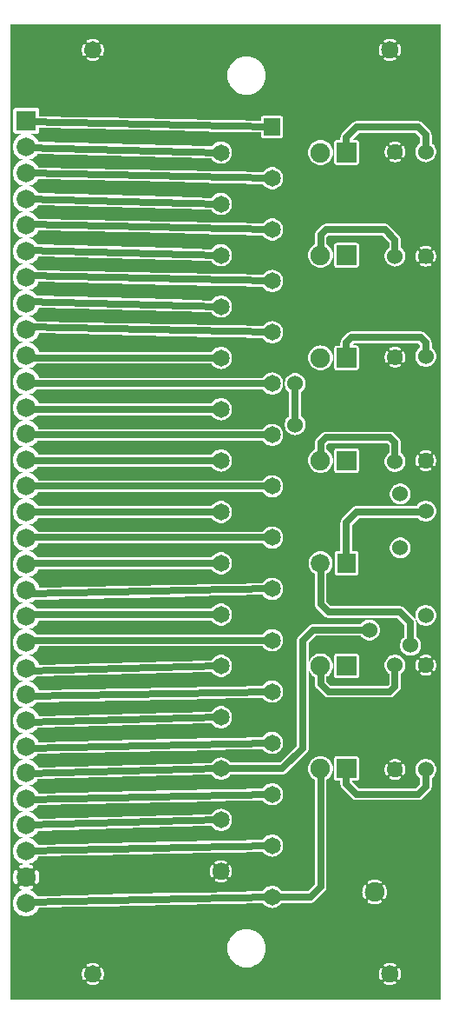
<source format=gbl>
G04 start of page 3 for group 1 idx 1 *
G04 Title: 01.002.01.01.01.pcb, bottom *
G04 Creator: pcb 4.2.1 *
G04 CreationDate: Tue Feb  4 16:21:57 2020 UTC *
G04 For: bert *
G04 Format: Gerber/RS-274X *
G04 PCB-Dimensions (mil): 2559.06 4330.71 *
G04 PCB-Coordinate-Origin: lower left *
%MOIN*%
%FSLAX25Y25*%
%LNGBL*%
%ADD32C,0.0420*%
%ADD31C,0.1260*%
%ADD30C,0.0460*%
%ADD29C,0.0400*%
%ADD28C,0.0350*%
%ADD27C,0.0720*%
%ADD26C,0.0650*%
%ADD25C,0.0750*%
%ADD24C,0.0600*%
%ADD23C,0.0250*%
%ADD22C,0.0001*%
G54D22*G36*
X163542Y331308D02*X165073Y329777D01*
Y327802D01*
X164964Y327735D01*
X164485Y327326D01*
X164076Y326847D01*
X163747Y326311D01*
X163542Y325814D01*
Y331308D01*
G37*
G36*
Y252672D02*X164422D01*
X165073Y252021D01*
Y249062D01*
X164964Y248995D01*
X164485Y248586D01*
X164076Y248107D01*
X163747Y247570D01*
X163542Y247074D01*
Y252672D01*
G37*
G36*
Y166314D02*X163747Y165817D01*
X164076Y165280D01*
X164485Y164801D01*
X164964Y164393D01*
X165073Y164326D01*
Y160381D01*
X164422Y159731D01*
X163542D01*
Y166314D01*
G37*
G36*
X169285Y184817D02*X170978Y183124D01*
Y178510D01*
X170870Y178443D01*
X170391Y178034D01*
X169982Y177556D01*
X169653Y177019D01*
X169412Y176437D01*
X169285Y175906D01*
Y184817D01*
G37*
G36*
X182417Y413386D02*X185039D01*
Y39370D01*
X182417D01*
Y125342D01*
X182708Y125817D01*
X182949Y126399D01*
X183096Y127011D01*
X183133Y127639D01*
X183096Y128266D01*
X182949Y128878D01*
X182708Y129460D01*
X182417Y129935D01*
Y165507D01*
X182420Y165508D01*
X182489Y165548D01*
X182550Y165597D01*
X182603Y165655D01*
X182644Y165722D01*
X182808Y166047D01*
X182937Y166387D01*
X183035Y166737D01*
X183100Y167095D01*
X183133Y167457D01*
Y167820D01*
X183100Y168183D01*
X183035Y168540D01*
X182937Y168890D01*
X182808Y169230D01*
X182648Y169557D01*
X182605Y169624D01*
X182552Y169682D01*
X182490Y169732D01*
X182422Y169772D01*
X182417Y169773D01*
Y184397D01*
X182708Y184872D01*
X182949Y185454D01*
X183096Y186066D01*
X183133Y186694D01*
X183096Y187321D01*
X182949Y187934D01*
X182708Y188515D01*
X182417Y188990D01*
Y224397D01*
X182708Y224872D01*
X182949Y225454D01*
X183096Y226066D01*
X183133Y226694D01*
X183096Y227321D01*
X182949Y227934D01*
X182708Y228515D01*
X182417Y228990D01*
Y243932D01*
X182420Y243934D01*
X182489Y243973D01*
X182550Y244022D01*
X182603Y244081D01*
X182644Y244147D01*
X182808Y244472D01*
X182937Y244812D01*
X183035Y245162D01*
X183100Y245520D01*
X183133Y245882D01*
Y246246D01*
X183100Y246608D01*
X183035Y246965D01*
X182937Y247316D01*
X182808Y247656D01*
X182648Y247982D01*
X182605Y248049D01*
X182552Y248108D01*
X182490Y248157D01*
X182422Y248197D01*
X182417Y248198D01*
Y283767D01*
X182708Y284242D01*
X182949Y284824D01*
X183096Y285436D01*
X183133Y286064D01*
X183096Y286691D01*
X182949Y287304D01*
X182708Y287885D01*
X182417Y288361D01*
Y322358D01*
X182420Y322359D01*
X182489Y322398D01*
X182550Y322447D01*
X182603Y322506D01*
X182644Y322572D01*
X182808Y322897D01*
X182937Y323237D01*
X183035Y323587D01*
X183100Y323945D01*
X183133Y324307D01*
Y324671D01*
X183100Y325033D01*
X183035Y325391D01*
X182937Y325741D01*
X182808Y326081D01*
X182648Y326408D01*
X182605Y326474D01*
X182552Y326533D01*
X182490Y326583D01*
X182422Y326622D01*
X182417Y326624D01*
Y362192D01*
X182708Y362667D01*
X182949Y363249D01*
X183096Y363861D01*
X183133Y364489D01*
X183096Y365117D01*
X182949Y365729D01*
X182708Y366311D01*
X182417Y366786D01*
Y413386D01*
G37*
G36*
Y288361D02*X182380Y288422D01*
X181971Y288901D01*
X181492Y289310D01*
X181384Y289376D01*
Y291251D01*
X181391Y291339D01*
X181363Y291692D01*
X181280Y292036D01*
X181241Y292132D01*
X181145Y292364D01*
X181030Y292551D01*
X180960Y292666D01*
X180960Y292666D01*
X180730Y292935D01*
X180662Y292992D01*
X179135Y294520D01*
Y320489D01*
X179315D01*
X179677Y320522D01*
X180035Y320588D01*
X180385Y320686D01*
X180725Y320815D01*
X181052Y320974D01*
X181119Y321017D01*
X181177Y321070D01*
X181227Y321132D01*
X181266Y321201D01*
X181295Y321275D01*
X181311Y321352D01*
X181315Y321431D01*
X181306Y321510D01*
X181286Y321586D01*
X181253Y321659D01*
X181210Y321725D01*
X181157Y321784D01*
X181095Y321833D01*
X181027Y321873D01*
X180953Y321901D01*
X180875Y321917D01*
X180796Y321921D01*
X180717Y321913D01*
X180641Y321892D01*
X180569Y321858D01*
X180326Y321736D01*
X180071Y321639D01*
X179809Y321566D01*
X179541Y321517D01*
X179270Y321492D01*
X179135D01*
Y327486D01*
X179270D01*
X179541Y327461D01*
X179809Y327412D01*
X180071Y327339D01*
X180326Y327242D01*
X180571Y327122D01*
X180642Y327089D01*
X180718Y327068D01*
X180796Y327060D01*
X180875Y327064D01*
X180952Y327080D01*
X181025Y327108D01*
X181094Y327147D01*
X181155Y327196D01*
X181208Y327255D01*
X181251Y327321D01*
X181283Y327393D01*
X181303Y327469D01*
X181312Y327547D01*
X181308Y327625D01*
X181292Y327702D01*
X181264Y327776D01*
X181224Y327844D01*
X181175Y327905D01*
X181117Y327958D01*
X181050Y328000D01*
X180725Y328163D01*
X180385Y328292D01*
X180035Y328390D01*
X179677Y328456D01*
X179315Y328489D01*
X179135D01*
Y360477D01*
X179761Y360526D01*
X180373Y360673D01*
X180955Y360914D01*
X181492Y361243D01*
X181971Y361652D01*
X182380Y362131D01*
X182417Y362192D01*
Y326624D01*
X182348Y326650D01*
X182270Y326666D01*
X182191Y326670D01*
X182112Y326662D01*
X182036Y326641D01*
X181964Y326609D01*
X181897Y326566D01*
X181839Y326513D01*
X181789Y326451D01*
X181750Y326382D01*
X181721Y326308D01*
X181705Y326231D01*
X181701Y326152D01*
X181710Y326073D01*
X181730Y325996D01*
X181764Y325925D01*
X181886Y325682D01*
X181983Y325427D01*
X182056Y325165D01*
X182106Y324897D01*
X182130Y324625D01*
Y324353D01*
X182106Y324081D01*
X182056Y323813D01*
X181983Y323551D01*
X181886Y323296D01*
X181767Y323052D01*
X181733Y322980D01*
X181713Y322904D01*
X181704Y322826D01*
X181708Y322748D01*
X181724Y322671D01*
X181752Y322597D01*
X181792Y322529D01*
X181841Y322468D01*
X181899Y322415D01*
X181965Y322372D01*
X182037Y322340D01*
X182113Y322319D01*
X182191Y322311D01*
X182270Y322315D01*
X182347Y322331D01*
X182417Y322358D01*
Y288361D01*
G37*
G36*
Y228990D02*X182380Y229052D01*
X181971Y229531D01*
X181492Y229940D01*
X180955Y230269D01*
X180373Y230510D01*
X179761Y230657D01*
X179135Y230706D01*
Y242064D01*
X179315D01*
X179677Y242097D01*
X180035Y242162D01*
X180385Y242260D01*
X180725Y242390D01*
X181052Y242549D01*
X181119Y242592D01*
X181177Y242645D01*
X181227Y242707D01*
X181266Y242775D01*
X181295Y242849D01*
X181311Y242927D01*
X181315Y243006D01*
X181306Y243085D01*
X181286Y243161D01*
X181253Y243234D01*
X181210Y243300D01*
X181157Y243359D01*
X181095Y243408D01*
X181027Y243448D01*
X180953Y243476D01*
X180875Y243492D01*
X180796Y243496D01*
X180717Y243488D01*
X180641Y243467D01*
X180569Y243433D01*
X180326Y243311D01*
X180071Y243214D01*
X179809Y243141D01*
X179541Y243092D01*
X179270Y243067D01*
X179135D01*
Y249061D01*
X179270D01*
X179541Y249036D01*
X179809Y248987D01*
X180071Y248913D01*
X180326Y248817D01*
X180571Y248697D01*
X180642Y248663D01*
X180718Y248643D01*
X180796Y248635D01*
X180875Y248638D01*
X180952Y248655D01*
X181025Y248683D01*
X181094Y248722D01*
X181155Y248771D01*
X181208Y248830D01*
X181251Y248896D01*
X181283Y248967D01*
X181303Y249043D01*
X181312Y249122D01*
X181308Y249200D01*
X181292Y249277D01*
X181264Y249351D01*
X181224Y249419D01*
X181175Y249480D01*
X181117Y249533D01*
X181050Y249575D01*
X180725Y249738D01*
X180385Y249867D01*
X180035Y249965D01*
X179677Y250031D01*
X179315Y250064D01*
X179135D01*
Y282052D01*
X179761Y282101D01*
X180373Y282248D01*
X180955Y282489D01*
X181492Y282818D01*
X181971Y283227D01*
X182380Y283705D01*
X182417Y283767D01*
Y248198D01*
X182348Y248225D01*
X182270Y248241D01*
X182191Y248245D01*
X182112Y248237D01*
X182036Y248216D01*
X181964Y248184D01*
X181897Y248140D01*
X181839Y248087D01*
X181789Y248026D01*
X181750Y247957D01*
X181721Y247883D01*
X181705Y247806D01*
X181701Y247726D01*
X181710Y247648D01*
X181730Y247571D01*
X181764Y247500D01*
X181886Y247256D01*
X181983Y247002D01*
X182056Y246739D01*
X182106Y246471D01*
X182130Y246200D01*
Y245928D01*
X182106Y245656D01*
X182056Y245388D01*
X181983Y245126D01*
X181886Y244871D01*
X181767Y244626D01*
X181733Y244555D01*
X181713Y244479D01*
X181704Y244401D01*
X181708Y244322D01*
X181724Y244245D01*
X181752Y244172D01*
X181792Y244104D01*
X181841Y244042D01*
X181899Y243990D01*
X181965Y243947D01*
X182037Y243914D01*
X182113Y243894D01*
X182191Y243885D01*
X182270Y243889D01*
X182347Y243906D01*
X182417Y243932D01*
Y228990D01*
G37*
G36*
Y188990D02*X182380Y189052D01*
X181971Y189531D01*
X181492Y189940D01*
X180955Y190269D01*
X180373Y190510D01*
X179761Y190657D01*
X179135Y190706D01*
Y222681D01*
X179761Y222731D01*
X180373Y222878D01*
X180955Y223119D01*
X181492Y223448D01*
X181971Y223857D01*
X182380Y224335D01*
X182417Y224397D01*
Y188990D01*
G37*
G36*
Y129935D02*X182380Y129997D01*
X181971Y130476D01*
X181492Y130885D01*
X180955Y131214D01*
X180373Y131455D01*
X179761Y131602D01*
X179135Y131651D01*
Y163639D01*
X179315D01*
X179677Y163672D01*
X180035Y163737D01*
X180385Y163835D01*
X180725Y163964D01*
X181052Y164124D01*
X181119Y164167D01*
X181177Y164220D01*
X181227Y164282D01*
X181266Y164350D01*
X181295Y164424D01*
X181311Y164502D01*
X181315Y164581D01*
X181306Y164660D01*
X181286Y164736D01*
X181253Y164808D01*
X181210Y164875D01*
X181157Y164933D01*
X181095Y164983D01*
X181027Y165022D01*
X180953Y165051D01*
X180875Y165067D01*
X180796Y165071D01*
X180717Y165062D01*
X180641Y165042D01*
X180569Y165008D01*
X180326Y164886D01*
X180071Y164789D01*
X179809Y164716D01*
X179541Y164666D01*
X179270Y164642D01*
X179135D01*
Y170635D01*
X179270D01*
X179541Y170611D01*
X179809Y170562D01*
X180071Y170488D01*
X180326Y170391D01*
X180571Y170272D01*
X180642Y170238D01*
X180718Y170218D01*
X180796Y170209D01*
X180875Y170213D01*
X180952Y170229D01*
X181025Y170257D01*
X181094Y170297D01*
X181155Y170346D01*
X181208Y170404D01*
X181251Y170470D01*
X181283Y170542D01*
X181303Y170618D01*
X181312Y170696D01*
X181308Y170775D01*
X181292Y170852D01*
X181264Y170926D01*
X181224Y170994D01*
X181175Y171055D01*
X181117Y171108D01*
X181050Y171150D01*
X180725Y171313D01*
X180385Y171442D01*
X180035Y171540D01*
X179677Y171606D01*
X179315Y171639D01*
X179135D01*
Y182681D01*
X179761Y182731D01*
X180373Y182878D01*
X180955Y183119D01*
X181492Y183448D01*
X181971Y183857D01*
X182380Y184335D01*
X182417Y184397D01*
Y169773D01*
X182348Y169800D01*
X182270Y169816D01*
X182191Y169820D01*
X182112Y169812D01*
X182036Y169791D01*
X181964Y169759D01*
X181897Y169715D01*
X181839Y169662D01*
X181789Y169600D01*
X181750Y169532D01*
X181721Y169458D01*
X181705Y169380D01*
X181701Y169301D01*
X181710Y169223D01*
X181730Y169146D01*
X181764Y169075D01*
X181886Y168831D01*
X181983Y168577D01*
X182056Y168314D01*
X182106Y168046D01*
X182130Y167775D01*
Y167502D01*
X182106Y167231D01*
X182056Y166963D01*
X181983Y166701D01*
X181886Y166446D01*
X181767Y166201D01*
X181733Y166130D01*
X181713Y166054D01*
X181704Y165976D01*
X181708Y165897D01*
X181724Y165820D01*
X181752Y165747D01*
X181792Y165678D01*
X181841Y165617D01*
X181899Y165564D01*
X181965Y165521D01*
X182037Y165489D01*
X182113Y165469D01*
X182191Y165460D01*
X182270Y165464D01*
X182347Y165480D01*
X182417Y165507D01*
Y129935D01*
G37*
G36*
Y39370D02*X179135D01*
Y117883D01*
X180662Y119410D01*
X180730Y119467D01*
X180960Y119737D01*
X180960Y119737D01*
X181145Y120039D01*
X181280Y120366D01*
X181363Y120710D01*
X181391Y121063D01*
X181384Y121152D01*
Y124326D01*
X181492Y124393D01*
X181971Y124801D01*
X182380Y125280D01*
X182417Y125342D01*
Y39370D01*
G37*
G36*
X179135Y413386D02*X182417D01*
Y366786D01*
X182380Y366847D01*
X181971Y367326D01*
X181492Y367735D01*
X181384Y367801D01*
Y370975D01*
X181391Y371063D01*
X181363Y371416D01*
X181280Y371761D01*
X181241Y371857D01*
X181145Y372088D01*
X181030Y372275D01*
X180960Y372390D01*
X180960Y372390D01*
X180730Y372659D01*
X180662Y372717D01*
X179135Y374244D01*
Y413386D01*
G37*
G36*
X175850Y371166D02*X176884Y370131D01*
Y367802D01*
X176775Y367735D01*
X176296Y367326D01*
X175887Y366847D01*
X175850Y366786D01*
Y371166D01*
G37*
G36*
X179135Y294520D02*X178819Y294836D01*
X178761Y294903D01*
X178492Y295133D01*
X178492Y295133D01*
X178377Y295204D01*
X178190Y295318D01*
X177959Y295414D01*
X177863Y295454D01*
X177518Y295537D01*
X177165Y295564D01*
X177077Y295557D01*
X175850D01*
Y322354D01*
X175919Y322328D01*
X175997Y322311D01*
X176076Y322308D01*
X176154Y322316D01*
X176231Y322337D01*
X176303Y322369D01*
X176370Y322412D01*
X176428Y322465D01*
X176478Y322527D01*
X176517Y322596D01*
X176546Y322670D01*
X176562Y322747D01*
X176566Y322826D01*
X176557Y322905D01*
X176537Y322981D01*
X176503Y323053D01*
X176381Y323296D01*
X176284Y323551D01*
X176211Y323813D01*
X176161Y324081D01*
X176137Y324353D01*
Y324625D01*
X176161Y324897D01*
X176211Y325165D01*
X176284Y325427D01*
X176381Y325682D01*
X176500Y325926D01*
X176534Y325998D01*
X176554Y326073D01*
X176563Y326152D01*
X176559Y326230D01*
X176543Y326307D01*
X176515Y326381D01*
X176475Y326449D01*
X176426Y326510D01*
X176368Y326563D01*
X176302Y326606D01*
X176230Y326638D01*
X176154Y326659D01*
X176076Y326667D01*
X175997Y326663D01*
X175920Y326647D01*
X175850Y326620D01*
Y362192D01*
X175887Y362131D01*
X176296Y361652D01*
X176775Y361243D01*
X177312Y360914D01*
X177894Y360673D01*
X178506Y360526D01*
X179133Y360477D01*
X179135Y360477D01*
Y328489D01*
X178952D01*
X178589Y328456D01*
X178232Y328390D01*
X177882Y328292D01*
X177542Y328163D01*
X177215Y328004D01*
X177148Y327961D01*
X177090Y327908D01*
X177040Y327846D01*
X177000Y327777D01*
X176972Y327703D01*
X176956Y327626D01*
X176952Y327547D01*
X176960Y327468D01*
X176981Y327392D01*
X177014Y327319D01*
X177057Y327253D01*
X177110Y327194D01*
X177172Y327145D01*
X177240Y327105D01*
X177314Y327077D01*
X177392Y327061D01*
X177471Y327057D01*
X177550Y327065D01*
X177626Y327086D01*
X177698Y327119D01*
X177941Y327242D01*
X178196Y327339D01*
X178458Y327412D01*
X178726Y327461D01*
X178997Y327486D01*
X179135D01*
Y321492D01*
X178997D01*
X178726Y321517D01*
X178458Y321566D01*
X178196Y321639D01*
X177941Y321736D01*
X177696Y321856D01*
X177625Y321889D01*
X177549Y321910D01*
X177471Y321918D01*
X177392Y321914D01*
X177315Y321898D01*
X177242Y321870D01*
X177173Y321831D01*
X177112Y321781D01*
X177059Y321723D01*
X177016Y321657D01*
X176984Y321585D01*
X176964Y321509D01*
X176955Y321431D01*
X176959Y321353D01*
X176975Y321276D01*
X177003Y321202D01*
X177042Y321134D01*
X177092Y321072D01*
X177150Y321020D01*
X177217Y320978D01*
X177542Y320815D01*
X177882Y320686D01*
X178232Y320588D01*
X178589Y320522D01*
X178952Y320489D01*
X179135D01*
Y294520D01*
G37*
G36*
X175850Y295557D02*X170606D01*
Y322192D01*
X170897Y322667D01*
X171138Y323249D01*
X171285Y323861D01*
X171322Y324489D01*
X171285Y325117D01*
X171138Y325729D01*
X170897Y326311D01*
X170606Y326786D01*
Y362358D01*
X170609Y362359D01*
X170678Y362398D01*
X170739Y362447D01*
X170792Y362506D01*
X170833Y362572D01*
X170997Y362897D01*
X171126Y363237D01*
X171224Y363587D01*
X171289Y363945D01*
X171322Y364307D01*
Y364671D01*
X171289Y365033D01*
X171224Y365391D01*
X171126Y365741D01*
X170997Y366081D01*
X170837Y366408D01*
X170794Y366474D01*
X170741Y366533D01*
X170679Y366583D01*
X170611Y366622D01*
X170606Y366624D01*
Y371766D01*
X175249D01*
X175850Y371166D01*
Y366786D01*
X175558Y366311D01*
X175318Y365729D01*
X175171Y365117D01*
X175121Y364489D01*
X175171Y363861D01*
X175318Y363249D01*
X175558Y362667D01*
X175850Y362192D01*
Y326620D01*
X175847Y326619D01*
X175778Y326580D01*
X175717Y326531D01*
X175664Y326472D01*
X175623Y326406D01*
X175459Y326081D01*
X175330Y325741D01*
X175232Y325391D01*
X175166Y325033D01*
X175133Y324671D01*
Y324307D01*
X175166Y323945D01*
X175232Y323587D01*
X175330Y323237D01*
X175459Y322897D01*
X175619Y322570D01*
X175662Y322504D01*
X175715Y322445D01*
X175776Y322395D01*
X175845Y322356D01*
X175850Y322354D01*
Y295557D01*
G37*
G36*
Y291057D02*X176233D01*
X176884Y290407D01*
Y289376D01*
X176775Y289310D01*
X176296Y288901D01*
X175887Y288422D01*
X175850Y288361D01*
Y291057D01*
G37*
G36*
X179135Y230706D02*X179133Y230706D01*
X178506Y230657D01*
X177894Y230510D01*
X177312Y230269D01*
X176775Y229940D01*
X176296Y229531D01*
X175887Y229052D01*
X175850Y228990D01*
Y243929D01*
X175919Y243903D01*
X175997Y243886D01*
X176076Y243882D01*
X176154Y243891D01*
X176231Y243911D01*
X176303Y243944D01*
X176370Y243987D01*
X176428Y244040D01*
X176478Y244102D01*
X176517Y244171D01*
X176546Y244245D01*
X176562Y244322D01*
X176566Y244401D01*
X176557Y244480D01*
X176537Y244556D01*
X176503Y244628D01*
X176381Y244871D01*
X176284Y245126D01*
X176211Y245388D01*
X176161Y245656D01*
X176137Y245928D01*
Y246200D01*
X176161Y246471D01*
X176211Y246739D01*
X176284Y247002D01*
X176381Y247256D01*
X176500Y247501D01*
X176534Y247572D01*
X176554Y247648D01*
X176563Y247727D01*
X176559Y247805D01*
X176543Y247882D01*
X176515Y247956D01*
X176475Y248024D01*
X176426Y248085D01*
X176368Y248138D01*
X176302Y248181D01*
X176230Y248213D01*
X176154Y248234D01*
X176076Y248242D01*
X175997Y248238D01*
X175920Y248222D01*
X175850Y248195D01*
Y283767D01*
X175887Y283705D01*
X176296Y283227D01*
X176775Y282818D01*
X177312Y282489D01*
X177894Y282248D01*
X178506Y282101D01*
X179133Y282051D01*
X179135Y282052D01*
Y250064D01*
X178952D01*
X178589Y250031D01*
X178232Y249965D01*
X177882Y249867D01*
X177542Y249738D01*
X177215Y249578D01*
X177148Y249536D01*
X177090Y249482D01*
X177040Y249421D01*
X177000Y249352D01*
X176972Y249278D01*
X176956Y249201D01*
X176952Y249122D01*
X176960Y249043D01*
X176981Y248966D01*
X177014Y248894D01*
X177057Y248828D01*
X177110Y248769D01*
X177172Y248719D01*
X177240Y248680D01*
X177314Y248652D01*
X177392Y248635D01*
X177471Y248631D01*
X177550Y248640D01*
X177626Y248661D01*
X177698Y248694D01*
X177941Y248817D01*
X178196Y248913D01*
X178458Y248987D01*
X178726Y249036D01*
X178997Y249061D01*
X179135D01*
Y243067D01*
X178997D01*
X178726Y243092D01*
X178458Y243141D01*
X178196Y243214D01*
X177941Y243311D01*
X177696Y243431D01*
X177625Y243464D01*
X177549Y243485D01*
X177471Y243493D01*
X177392Y243489D01*
X177315Y243473D01*
X177242Y243445D01*
X177173Y243406D01*
X177112Y243356D01*
X177059Y243298D01*
X177016Y243232D01*
X176984Y243160D01*
X176964Y243084D01*
X176955Y243006D01*
X176959Y242927D01*
X176975Y242850D01*
X177003Y242777D01*
X177042Y242709D01*
X177092Y242647D01*
X177150Y242595D01*
X177217Y242553D01*
X177542Y242390D01*
X177882Y242260D01*
X178232Y242162D01*
X178589Y242097D01*
X178952Y242064D01*
X179135D01*
Y230706D01*
G37*
G36*
X175850Y228990D02*X175628Y228628D01*
X170606D01*
Y229484D01*
X171113Y229693D01*
X171649Y230022D01*
X172128Y230431D01*
X172537Y230910D01*
X172866Y231447D01*
X173107Y232029D01*
X173254Y232641D01*
X173291Y233269D01*
X173254Y233896D01*
X173107Y234508D01*
X172866Y235090D01*
X172537Y235627D01*
X172128Y236106D01*
X171649Y236515D01*
X171113Y236844D01*
X170606Y237053D01*
Y243452D01*
X170897Y243927D01*
X171138Y244509D01*
X171285Y245121D01*
X171322Y245749D01*
X171285Y246376D01*
X171138Y246989D01*
X170897Y247570D01*
X170606Y248046D01*
Y283617D01*
X170609Y283619D01*
X170678Y283658D01*
X170739Y283707D01*
X170792Y283766D01*
X170833Y283832D01*
X170997Y284157D01*
X171126Y284497D01*
X171224Y284847D01*
X171289Y285205D01*
X171322Y285567D01*
Y285931D01*
X171289Y286293D01*
X171224Y286650D01*
X171126Y287001D01*
X170997Y287341D01*
X170837Y287667D01*
X170794Y287734D01*
X170741Y287793D01*
X170679Y287842D01*
X170611Y287882D01*
X170606Y287884D01*
Y291057D01*
X175850D01*
Y288361D01*
X175558Y287885D01*
X175318Y287304D01*
X175171Y286691D01*
X175121Y286064D01*
X175171Y285436D01*
X175318Y284824D01*
X175558Y284242D01*
X175850Y283767D01*
Y248195D01*
X175847Y248194D01*
X175778Y248155D01*
X175717Y248105D01*
X175664Y248047D01*
X175623Y247980D01*
X175459Y247656D01*
X175330Y247316D01*
X175232Y246965D01*
X175166Y246608D01*
X175133Y246246D01*
Y245882D01*
X175166Y245520D01*
X175232Y245162D01*
X175330Y244812D01*
X175459Y244472D01*
X175619Y244145D01*
X175662Y244079D01*
X175715Y244020D01*
X175776Y243970D01*
X175845Y243931D01*
X175850Y243929D01*
Y228990D01*
G37*
G36*
Y224128D02*X176064D01*
X176296Y223857D01*
X176775Y223448D01*
X177312Y223119D01*
X177894Y222878D01*
X178506Y222731D01*
X179133Y222681D01*
X179135Y222681D01*
Y190706D01*
X179133Y190706D01*
X178506Y190657D01*
X177894Y190510D01*
X177312Y190269D01*
X176775Y189940D01*
X176296Y189531D01*
X175887Y189052D01*
X175850Y188990D01*
Y224128D01*
G37*
G36*
Y125342D02*X175887Y125280D01*
X176296Y124801D01*
X176775Y124393D01*
X176884Y124326D01*
Y121995D01*
X175850Y120961D01*
Y125342D01*
G37*
G36*
X179135Y131651D02*X179133Y131651D01*
X178506Y131602D01*
X177894Y131455D01*
X177312Y131214D01*
X176775Y130885D01*
X176296Y130476D01*
X175887Y129997D01*
X175850Y129935D01*
Y165504D01*
X175919Y165477D01*
X175997Y165461D01*
X176076Y165457D01*
X176154Y165466D01*
X176231Y165486D01*
X176303Y165519D01*
X176370Y165562D01*
X176428Y165615D01*
X176478Y165677D01*
X176517Y165745D01*
X176546Y165819D01*
X176562Y165897D01*
X176566Y165976D01*
X176557Y166055D01*
X176537Y166131D01*
X176503Y166203D01*
X176381Y166446D01*
X176284Y166701D01*
X176211Y166963D01*
X176161Y167231D01*
X176137Y167502D01*
Y167775D01*
X176161Y168046D01*
X176211Y168314D01*
X176284Y168577D01*
X176381Y168831D01*
X176500Y169076D01*
X176534Y169147D01*
X176554Y169223D01*
X176563Y169301D01*
X176559Y169380D01*
X176543Y169457D01*
X176515Y169530D01*
X176475Y169599D01*
X176426Y169660D01*
X176368Y169713D01*
X176302Y169756D01*
X176230Y169788D01*
X176154Y169809D01*
X176076Y169817D01*
X175997Y169813D01*
X175920Y169797D01*
X175850Y169770D01*
Y172176D01*
X176065Y172360D01*
X176474Y172839D01*
X176803Y173376D01*
X177044Y173957D01*
X177191Y174570D01*
X177228Y175197D01*
X177191Y175825D01*
X177044Y176437D01*
X176803Y177019D01*
X176474Y177556D01*
X176065Y178034D01*
X175850Y178219D01*
Y184397D01*
X175887Y184335D01*
X176296Y183857D01*
X176775Y183448D01*
X177312Y183119D01*
X177894Y182878D01*
X178506Y182731D01*
X179133Y182681D01*
X179135Y182681D01*
Y171639D01*
X178952D01*
X178589Y171606D01*
X178232Y171540D01*
X177882Y171442D01*
X177542Y171313D01*
X177215Y171153D01*
X177148Y171110D01*
X177090Y171057D01*
X177040Y170996D01*
X177000Y170927D01*
X176972Y170853D01*
X176956Y170775D01*
X176952Y170696D01*
X176960Y170618D01*
X176981Y170541D01*
X177014Y170469D01*
X177057Y170403D01*
X177110Y170344D01*
X177172Y170294D01*
X177240Y170255D01*
X177314Y170226D01*
X177392Y170210D01*
X177471Y170206D01*
X177550Y170215D01*
X177626Y170235D01*
X177698Y170269D01*
X177941Y170391D01*
X178196Y170488D01*
X178458Y170562D01*
X178726Y170611D01*
X178997Y170635D01*
X179135D01*
Y164642D01*
X178997D01*
X178726Y164666D01*
X178458Y164716D01*
X178196Y164789D01*
X177941Y164886D01*
X177696Y165005D01*
X177625Y165039D01*
X177549Y165059D01*
X177471Y165068D01*
X177392Y165064D01*
X177315Y165048D01*
X177242Y165020D01*
X177173Y164980D01*
X177112Y164931D01*
X177059Y164873D01*
X177016Y164807D01*
X176984Y164735D01*
X176964Y164659D01*
X176955Y164581D01*
X176959Y164502D01*
X176975Y164425D01*
X177003Y164352D01*
X177042Y164283D01*
X177092Y164222D01*
X177150Y164169D01*
X177217Y164128D01*
X177542Y163964D01*
X177882Y163835D01*
X178232Y163737D01*
X178589Y163672D01*
X178952Y163639D01*
X179135D01*
Y131651D01*
G37*
G36*
X175850Y178219D02*X175587Y178443D01*
X175478Y178510D01*
Y183967D01*
X175485Y184056D01*
X175458Y184409D01*
X175375Y184753D01*
X175335Y184849D01*
X175239Y185080D01*
X175125Y185267D01*
X175054Y185382D01*
X175054Y185382D01*
X174824Y185651D01*
X174757Y185709D01*
X170945Y189521D01*
X170887Y189588D01*
X170618Y189818D01*
X170618Y189818D01*
X170606Y189826D01*
Y208814D01*
X171113Y209024D01*
X171649Y209353D01*
X172128Y209762D01*
X172537Y210241D01*
X172866Y210778D01*
X173107Y211359D01*
X173254Y211972D01*
X173291Y212599D01*
X173254Y213227D01*
X173107Y213839D01*
X172866Y214421D01*
X172537Y214958D01*
X172128Y215436D01*
X171649Y215845D01*
X171113Y216174D01*
X170606Y216384D01*
Y224128D01*
X175850D01*
Y188990D01*
X175558Y188515D01*
X175318Y187934D01*
X175171Y187321D01*
X175121Y186694D01*
X175171Y186066D01*
X175318Y185454D01*
X175558Y184872D01*
X175850Y184397D01*
Y178219D01*
G37*
G36*
Y129935D02*X175558Y129460D01*
X175318Y128878D01*
X175171Y128266D01*
X175121Y127639D01*
X175171Y127011D01*
X175318Y126399D01*
X175558Y125817D01*
X175850Y125342D01*
Y120961D01*
X175249Y120361D01*
X170606D01*
Y125507D01*
X170609Y125508D01*
X170678Y125548D01*
X170739Y125597D01*
X170792Y125655D01*
X170833Y125722D01*
X170997Y126047D01*
X171126Y126387D01*
X171224Y126737D01*
X171289Y127095D01*
X171322Y127457D01*
Y127820D01*
X171289Y128183D01*
X171224Y128540D01*
X171126Y128890D01*
X170997Y129230D01*
X170837Y129557D01*
X170794Y129624D01*
X170741Y129682D01*
X170679Y129732D01*
X170611Y129772D01*
X170606Y129773D01*
Y165342D01*
X170897Y165817D01*
X171138Y166399D01*
X171285Y167011D01*
X171322Y167639D01*
X171285Y168266D01*
X171138Y168878D01*
X170897Y169460D01*
X170606Y169935D01*
Y172176D01*
X170870Y171951D01*
X171407Y171622D01*
X171988Y171381D01*
X172601Y171234D01*
X173228Y171185D01*
X173856Y171234D01*
X174468Y171381D01*
X175050Y171622D01*
X175587Y171951D01*
X175850Y172176D01*
Y169770D01*
X175847Y169769D01*
X175778Y169730D01*
X175717Y169680D01*
X175664Y169622D01*
X175623Y169555D01*
X175459Y169230D01*
X175330Y168890D01*
X175232Y168540D01*
X175166Y168183D01*
X175133Y167820D01*
Y167457D01*
X175166Y167095D01*
X175232Y166737D01*
X175330Y166387D01*
X175459Y166047D01*
X175619Y165720D01*
X175662Y165653D01*
X175715Y165595D01*
X175776Y165545D01*
X175845Y165506D01*
X175850Y165504D01*
Y129935D01*
G37*
G36*
X179135Y39370D02*X170606D01*
Y115861D01*
X176093D01*
X176181Y115854D01*
X176534Y115881D01*
X176534Y115881D01*
X176879Y115964D01*
X177206Y116100D01*
X177508Y116285D01*
X177777Y116515D01*
X177834Y116582D01*
X179135Y117883D01*
Y39370D01*
G37*
G36*
X170606Y413386D02*X179135D01*
Y374244D01*
X177834Y375545D01*
X177777Y375612D01*
X177508Y375842D01*
X177508Y375842D01*
X177393Y375912D01*
X177206Y376027D01*
X176974Y376123D01*
X176879Y376163D01*
X176534Y376245D01*
X176181Y376273D01*
X176093Y376266D01*
X170606D01*
Y413386D01*
G37*
G36*
Y326786D02*X170568Y326847D01*
X170160Y327326D01*
X169681Y327735D01*
X169573Y327801D01*
Y330621D01*
X169580Y330709D01*
X169552Y331062D01*
X169469Y331406D01*
X169430Y331502D01*
X169334Y331734D01*
X169285Y331814D01*
Y361003D01*
X169308Y361017D01*
X169366Y361070D01*
X169416Y361132D01*
X169455Y361201D01*
X169484Y361275D01*
X169500Y361352D01*
X169504Y361431D01*
X169495Y361510D01*
X169475Y361586D01*
X169442Y361659D01*
X169399Y361725D01*
X169346Y361784D01*
X169285Y361833D01*
Y367149D01*
X169344Y367196D01*
X169397Y367255D01*
X169440Y367321D01*
X169472Y367393D01*
X169492Y367469D01*
X169501Y367547D01*
X169497Y367625D01*
X169481Y367702D01*
X169453Y367776D01*
X169413Y367844D01*
X169364Y367905D01*
X169306Y367958D01*
X169285Y367971D01*
Y371766D01*
X170606D01*
Y366624D01*
X170537Y366650D01*
X170459Y366666D01*
X170380Y366670D01*
X170301Y366662D01*
X170225Y366641D01*
X170153Y366609D01*
X170086Y366566D01*
X170028Y366513D01*
X169978Y366451D01*
X169939Y366382D01*
X169910Y366308D01*
X169894Y366231D01*
X169890Y366152D01*
X169899Y366073D01*
X169919Y365996D01*
X169953Y365925D01*
X170075Y365682D01*
X170172Y365427D01*
X170245Y365165D01*
X170295Y364897D01*
X170319Y364625D01*
Y364353D01*
X170295Y364081D01*
X170245Y363813D01*
X170172Y363551D01*
X170075Y363296D01*
X169956Y363052D01*
X169922Y362980D01*
X169902Y362904D01*
X169893Y362826D01*
X169897Y362748D01*
X169913Y362671D01*
X169941Y362597D01*
X169981Y362529D01*
X170030Y362468D01*
X170088Y362415D01*
X170154Y362372D01*
X170226Y362340D01*
X170302Y362319D01*
X170380Y362311D01*
X170459Y362315D01*
X170536Y362331D01*
X170606Y362358D01*
Y326786D01*
G37*
G36*
Y295557D02*X169285D01*
Y321000D01*
X169681Y321243D01*
X170160Y321652D01*
X170568Y322131D01*
X170606Y322192D01*
Y295557D01*
G37*
G36*
Y248046D02*X170568Y248107D01*
X170160Y248586D01*
X169681Y248995D01*
X169573Y249061D01*
Y252865D01*
X169580Y252953D01*
X169552Y253306D01*
X169469Y253651D01*
X169430Y253746D01*
X169334Y253978D01*
X169285Y254058D01*
Y282262D01*
X169308Y282277D01*
X169366Y282330D01*
X169416Y282392D01*
X169455Y282461D01*
X169484Y282535D01*
X169500Y282612D01*
X169504Y282691D01*
X169495Y282770D01*
X169475Y282846D01*
X169442Y282919D01*
X169399Y282985D01*
X169346Y283044D01*
X169285Y283093D01*
Y288409D01*
X169344Y288456D01*
X169397Y288515D01*
X169440Y288581D01*
X169472Y288652D01*
X169492Y288728D01*
X169501Y288807D01*
X169497Y288885D01*
X169481Y288962D01*
X169453Y289036D01*
X169413Y289104D01*
X169364Y289165D01*
X169306Y289218D01*
X169285Y289231D01*
Y291057D01*
X170606D01*
Y287884D01*
X170537Y287910D01*
X170459Y287926D01*
X170380Y287930D01*
X170301Y287922D01*
X170225Y287901D01*
X170153Y287869D01*
X170086Y287826D01*
X170028Y287772D01*
X169978Y287711D01*
X169939Y287642D01*
X169910Y287568D01*
X169894Y287491D01*
X169890Y287411D01*
X169899Y287333D01*
X169919Y287256D01*
X169953Y287185D01*
X170075Y286941D01*
X170172Y286687D01*
X170245Y286424D01*
X170295Y286156D01*
X170319Y285885D01*
Y285613D01*
X170295Y285341D01*
X170245Y285073D01*
X170172Y284811D01*
X170075Y284556D01*
X169956Y284311D01*
X169922Y284240D01*
X169902Y284164D01*
X169893Y284086D01*
X169897Y284007D01*
X169913Y283930D01*
X169941Y283857D01*
X169981Y283789D01*
X170030Y283727D01*
X170088Y283675D01*
X170154Y283632D01*
X170226Y283599D01*
X170302Y283579D01*
X170380Y283570D01*
X170459Y283574D01*
X170536Y283591D01*
X170606Y283617D01*
Y248046D01*
G37*
G36*
Y237053D02*X170531Y237084D01*
X169919Y237231D01*
X169291Y237281D01*
X169285Y237280D01*
Y242260D01*
X169681Y242503D01*
X170160Y242912D01*
X170568Y243390D01*
X170606Y243452D01*
Y237053D01*
G37*
G36*
Y228628D02*X169285D01*
Y229257D01*
X169291Y229256D01*
X169919Y229306D01*
X170531Y229453D01*
X170606Y229484D01*
Y228628D01*
G37*
G36*
Y216384D02*X170531Y216415D01*
X169919Y216562D01*
X169291Y216612D01*
X169285Y216611D01*
Y224128D01*
X170606D01*
Y216384D01*
G37*
G36*
Y189826D02*X170503Y189889D01*
X170316Y190003D01*
X170085Y190099D01*
X169989Y190139D01*
X169644Y190222D01*
X169291Y190249D01*
X169285Y190249D01*
Y208587D01*
X169291Y208587D01*
X169919Y208636D01*
X170531Y208783D01*
X170606Y208814D01*
Y189826D01*
G37*
G36*
Y169935D02*X170568Y169997D01*
X170160Y170476D01*
X169681Y170885D01*
X169285Y171127D01*
Y174489D01*
X169412Y173957D01*
X169653Y173376D01*
X169982Y172839D01*
X170391Y172360D01*
X170606Y172176D01*
Y169935D01*
G37*
G36*
Y120361D02*X169285D01*
Y124152D01*
X169308Y124167D01*
X169366Y124220D01*
X169416Y124282D01*
X169455Y124350D01*
X169484Y124424D01*
X169500Y124502D01*
X169504Y124581D01*
X169495Y124660D01*
X169475Y124736D01*
X169442Y124808D01*
X169399Y124875D01*
X169346Y124933D01*
X169285Y124983D01*
Y130298D01*
X169344Y130346D01*
X169397Y130404D01*
X169440Y130470D01*
X169472Y130542D01*
X169492Y130618D01*
X169501Y130696D01*
X169497Y130775D01*
X169481Y130852D01*
X169453Y130926D01*
X169413Y130994D01*
X169364Y131055D01*
X169306Y131108D01*
X169285Y131121D01*
Y158345D01*
X169334Y158425D01*
X169469Y158752D01*
X169552Y159096D01*
X169580Y159449D01*
X169573Y159537D01*
Y164326D01*
X169681Y164393D01*
X170160Y164801D01*
X170568Y165280D01*
X170606Y165342D01*
Y129773D01*
X170537Y129800D01*
X170459Y129816D01*
X170380Y129820D01*
X170301Y129812D01*
X170225Y129791D01*
X170153Y129759D01*
X170086Y129715D01*
X170028Y129662D01*
X169978Y129600D01*
X169939Y129532D01*
X169910Y129458D01*
X169894Y129380D01*
X169890Y129301D01*
X169899Y129223D01*
X169919Y129146D01*
X169953Y129075D01*
X170075Y128831D01*
X170172Y128577D01*
X170245Y128314D01*
X170295Y128046D01*
X170319Y127775D01*
Y127502D01*
X170295Y127231D01*
X170245Y126963D01*
X170172Y126701D01*
X170075Y126446D01*
X169956Y126201D01*
X169922Y126130D01*
X169902Y126054D01*
X169893Y125976D01*
X169897Y125897D01*
X169913Y125820D01*
X169941Y125747D01*
X169981Y125678D01*
X170030Y125617D01*
X170088Y125564D01*
X170154Y125521D01*
X170226Y125489D01*
X170302Y125469D01*
X170380Y125460D01*
X170459Y125464D01*
X170536Y125480D01*
X170606Y125507D01*
Y120361D01*
G37*
G36*
Y39370D02*X169285D01*
Y47595D01*
X169379Y47834D01*
X169491Y48219D01*
X169567Y48613D01*
X169604Y49012D01*
Y49414D01*
X169567Y49813D01*
X169491Y50207D01*
X169379Y50592D01*
X169285Y50831D01*
Y115861D01*
X170606D01*
Y39370D01*
G37*
G36*
X169285Y413386D02*X170606D01*
Y376266D01*
X169285D01*
Y401926D01*
X169379Y402165D01*
X169491Y402550D01*
X169567Y402944D01*
X169604Y403343D01*
Y403744D01*
X169567Y404144D01*
X169491Y404538D01*
X169379Y404923D01*
X169285Y405161D01*
Y413386D01*
G37*
G36*
Y331814D02*X169219Y331921D01*
X169149Y332036D01*
X169149Y332036D01*
X168919Y332305D01*
X168851Y332362D01*
X165039Y336175D01*
X164982Y336242D01*
X164713Y336472D01*
X164712Y336472D01*
X164598Y336542D01*
X164410Y336657D01*
X164179Y336753D01*
X164083Y336793D01*
X163739Y336875D01*
X163542Y336891D01*
Y363177D01*
X163648Y362897D01*
X163808Y362570D01*
X163851Y362504D01*
X163904Y362445D01*
X163965Y362395D01*
X164034Y362356D01*
X164108Y362328D01*
X164186Y362311D01*
X164265Y362308D01*
X164343Y362316D01*
X164420Y362337D01*
X164492Y362369D01*
X164558Y362412D01*
X164617Y362465D01*
X164667Y362527D01*
X164706Y362596D01*
X164735Y362670D01*
X164751Y362747D01*
X164755Y362826D01*
X164746Y362905D01*
X164726Y362981D01*
X164692Y363053D01*
X164570Y363296D01*
X164473Y363551D01*
X164399Y363813D01*
X164350Y364081D01*
X164326Y364353D01*
Y364625D01*
X164350Y364897D01*
X164399Y365165D01*
X164473Y365427D01*
X164570Y365682D01*
X164689Y365926D01*
X164723Y365998D01*
X164743Y366073D01*
X164752Y366152D01*
X164748Y366230D01*
X164732Y366307D01*
X164704Y366381D01*
X164664Y366449D01*
X164615Y366510D01*
X164557Y366563D01*
X164491Y366606D01*
X164419Y366638D01*
X164343Y366659D01*
X164265Y366667D01*
X164186Y366663D01*
X164109Y366647D01*
X164035Y366619D01*
X163967Y366580D01*
X163906Y366531D01*
X163853Y366472D01*
X163812Y366406D01*
X163648Y366081D01*
X163542Y365801D01*
Y371766D01*
X169285D01*
Y367971D01*
X169239Y368000D01*
X168914Y368163D01*
X168574Y368292D01*
X168224Y368390D01*
X167866Y368456D01*
X167504Y368489D01*
X167141D01*
X166778Y368456D01*
X166421Y368390D01*
X166071Y368292D01*
X165731Y368163D01*
X165404Y368004D01*
X165337Y367961D01*
X165279Y367908D01*
X165229Y367846D01*
X165189Y367777D01*
X165161Y367703D01*
X165145Y367626D01*
X165141Y367547D01*
X165149Y367468D01*
X165170Y367392D01*
X165202Y367319D01*
X165246Y367253D01*
X165299Y367194D01*
X165361Y367145D01*
X165429Y367105D01*
X165503Y367077D01*
X165581Y367061D01*
X165660Y367057D01*
X165739Y367065D01*
X165815Y367086D01*
X165886Y367119D01*
X166130Y367242D01*
X166384Y367339D01*
X166647Y367412D01*
X166915Y367461D01*
X167186Y367486D01*
X167459D01*
X167730Y367461D01*
X167998Y367412D01*
X168260Y367339D01*
X168515Y367242D01*
X168760Y367122D01*
X168831Y367089D01*
X168907Y367068D01*
X168985Y367060D01*
X169064Y367064D01*
X169141Y367080D01*
X169214Y367108D01*
X169283Y367147D01*
X169285Y367149D01*
Y361833D01*
X169284Y361833D01*
X169216Y361873D01*
X169142Y361901D01*
X169064Y361917D01*
X168985Y361921D01*
X168906Y361913D01*
X168830Y361892D01*
X168758Y361858D01*
X168515Y361736D01*
X168260Y361639D01*
X167998Y361566D01*
X167730Y361517D01*
X167459Y361492D01*
X167186D01*
X166915Y361517D01*
X166647Y361566D01*
X166384Y361639D01*
X166130Y361736D01*
X165885Y361856D01*
X165814Y361889D01*
X165738Y361910D01*
X165660Y361918D01*
X165581Y361914D01*
X165504Y361898D01*
X165431Y361870D01*
X165362Y361831D01*
X165301Y361781D01*
X165248Y361723D01*
X165205Y361657D01*
X165173Y361585D01*
X165152Y361509D01*
X165144Y361431D01*
X165148Y361353D01*
X165164Y361276D01*
X165192Y361202D01*
X165231Y361134D01*
X165281Y361072D01*
X165339Y361020D01*
X165406Y360978D01*
X165731Y360815D01*
X166071Y360686D01*
X166421Y360588D01*
X166778Y360522D01*
X167141Y360489D01*
X167504D01*
X167866Y360522D01*
X168224Y360588D01*
X168574Y360686D01*
X168914Y360815D01*
X169241Y360974D01*
X169285Y361003D01*
Y331814D01*
G37*
G36*
Y295557D02*X163542D01*
Y323164D01*
X163747Y322667D01*
X164076Y322131D01*
X164485Y321652D01*
X164964Y321243D01*
X165501Y320914D01*
X166083Y320673D01*
X166695Y320526D01*
X167322Y320477D01*
X167950Y320526D01*
X168562Y320673D01*
X169144Y320914D01*
X169285Y321000D01*
Y295557D01*
G37*
G36*
Y254058D02*X169219Y254165D01*
X169149Y254280D01*
X169149Y254280D01*
X168919Y254549D01*
X168851Y254606D01*
X167008Y256450D01*
X166950Y256518D01*
X166681Y256747D01*
X166681Y256748D01*
X166566Y256818D01*
X166379Y256933D01*
X166148Y257028D01*
X166052Y257068D01*
X165707Y257151D01*
X165354Y257179D01*
X165266Y257172D01*
X163542D01*
Y284437D01*
X163648Y284157D01*
X163808Y283830D01*
X163851Y283764D01*
X163904Y283705D01*
X163965Y283655D01*
X164034Y283616D01*
X164108Y283588D01*
X164186Y283571D01*
X164265Y283567D01*
X164343Y283576D01*
X164420Y283596D01*
X164492Y283629D01*
X164558Y283672D01*
X164617Y283725D01*
X164667Y283787D01*
X164706Y283856D01*
X164735Y283930D01*
X164751Y284007D01*
X164755Y284086D01*
X164746Y284165D01*
X164726Y284241D01*
X164692Y284313D01*
X164570Y284556D01*
X164473Y284811D01*
X164399Y285073D01*
X164350Y285341D01*
X164326Y285613D01*
Y285885D01*
X164350Y286156D01*
X164399Y286424D01*
X164473Y286687D01*
X164570Y286941D01*
X164689Y287186D01*
X164723Y287257D01*
X164743Y287333D01*
X164752Y287412D01*
X164748Y287490D01*
X164732Y287567D01*
X164704Y287641D01*
X164664Y287709D01*
X164615Y287770D01*
X164557Y287823D01*
X164491Y287866D01*
X164419Y287898D01*
X164343Y287919D01*
X164265Y287927D01*
X164186Y287923D01*
X164109Y287907D01*
X164035Y287879D01*
X163967Y287840D01*
X163906Y287790D01*
X163853Y287732D01*
X163812Y287665D01*
X163648Y287341D01*
X163542Y287060D01*
Y291057D01*
X169285D01*
Y289231D01*
X169239Y289260D01*
X168914Y289423D01*
X168574Y289552D01*
X168224Y289650D01*
X167866Y289716D01*
X167504Y289749D01*
X167141D01*
X166778Y289716D01*
X166421Y289650D01*
X166071Y289552D01*
X165731Y289423D01*
X165404Y289263D01*
X165337Y289221D01*
X165279Y289167D01*
X165229Y289106D01*
X165189Y289037D01*
X165161Y288963D01*
X165145Y288886D01*
X165141Y288807D01*
X165149Y288728D01*
X165170Y288651D01*
X165202Y288579D01*
X165246Y288513D01*
X165299Y288454D01*
X165361Y288404D01*
X165429Y288365D01*
X165503Y288337D01*
X165581Y288320D01*
X165660Y288316D01*
X165739Y288325D01*
X165815Y288346D01*
X165886Y288379D01*
X166130Y288502D01*
X166384Y288598D01*
X166647Y288672D01*
X166915Y288721D01*
X167186Y288746D01*
X167459D01*
X167730Y288721D01*
X167998Y288672D01*
X168260Y288598D01*
X168515Y288502D01*
X168760Y288382D01*
X168831Y288348D01*
X168907Y288328D01*
X168985Y288320D01*
X169064Y288323D01*
X169141Y288340D01*
X169214Y288368D01*
X169283Y288407D01*
X169285Y288409D01*
Y283093D01*
X169284Y283093D01*
X169216Y283133D01*
X169142Y283161D01*
X169064Y283177D01*
X168985Y283181D01*
X168906Y283173D01*
X168830Y283152D01*
X168758Y283118D01*
X168515Y282996D01*
X168260Y282899D01*
X167998Y282826D01*
X167730Y282777D01*
X167459Y282752D01*
X167186D01*
X166915Y282777D01*
X166647Y282826D01*
X166384Y282899D01*
X166130Y282996D01*
X165885Y283116D01*
X165814Y283149D01*
X165738Y283170D01*
X165660Y283178D01*
X165581Y283174D01*
X165504Y283158D01*
X165431Y283130D01*
X165362Y283091D01*
X165301Y283041D01*
X165248Y282983D01*
X165205Y282917D01*
X165173Y282845D01*
X165152Y282769D01*
X165144Y282691D01*
X165148Y282612D01*
X165164Y282535D01*
X165192Y282462D01*
X165231Y282394D01*
X165281Y282332D01*
X165339Y282280D01*
X165406Y282238D01*
X165731Y282075D01*
X166071Y281945D01*
X166421Y281848D01*
X166778Y281782D01*
X167141Y281749D01*
X167504D01*
X167866Y281782D01*
X168224Y281848D01*
X168574Y281945D01*
X168914Y282075D01*
X169241Y282234D01*
X169285Y282262D01*
Y254058D01*
G37*
G36*
Y228628D02*X163542D01*
Y244424D01*
X163747Y243927D01*
X164076Y243390D01*
X164485Y242912D01*
X164964Y242503D01*
X165501Y242174D01*
X166083Y241933D01*
X166695Y241786D01*
X167322Y241736D01*
X167950Y241786D01*
X168562Y241933D01*
X169144Y242174D01*
X169285Y242260D01*
Y237280D01*
X168663Y237231D01*
X168051Y237084D01*
X167469Y236844D01*
X166933Y236515D01*
X166454Y236106D01*
X166045Y235627D01*
X165716Y235090D01*
X165475Y234508D01*
X165328Y233896D01*
X165279Y233269D01*
X165328Y232641D01*
X165475Y232029D01*
X165716Y231447D01*
X166045Y230910D01*
X166454Y230431D01*
X166933Y230022D01*
X167469Y229693D01*
X168051Y229453D01*
X168663Y229306D01*
X169285Y229257D01*
Y228628D01*
G37*
G36*
Y190249D02*X169203Y190243D01*
X163542D01*
Y224128D01*
X169285D01*
Y216611D01*
X168663Y216562D01*
X168051Y216415D01*
X167469Y216174D01*
X166933Y215845D01*
X166454Y215436D01*
X166045Y214958D01*
X165716Y214421D01*
X165475Y213839D01*
X165328Y213227D01*
X165279Y212599D01*
X165328Y211972D01*
X165475Y211359D01*
X165716Y210778D01*
X166045Y210241D01*
X166454Y209762D01*
X166933Y209353D01*
X167469Y209024D01*
X168051Y208783D01*
X168663Y208636D01*
X169285Y208587D01*
Y190249D01*
G37*
G36*
Y171127D02*X169144Y171214D01*
X168562Y171455D01*
X167950Y171602D01*
X167322Y171651D01*
X166695Y171602D01*
X166083Y171455D01*
X165501Y171214D01*
X164964Y170885D01*
X164485Y170476D01*
X164076Y169997D01*
X163747Y169460D01*
X163542Y168964D01*
Y185743D01*
X168359D01*
X169285Y184817D01*
Y175906D01*
X169265Y175825D01*
X169216Y175197D01*
X169265Y174570D01*
X169285Y174489D01*
Y171127D01*
G37*
G36*
Y120361D02*X163542D01*
Y126327D01*
X163648Y126047D01*
X163808Y125720D01*
X163851Y125653D01*
X163904Y125595D01*
X163965Y125545D01*
X164034Y125506D01*
X164108Y125477D01*
X164186Y125461D01*
X164265Y125457D01*
X164343Y125466D01*
X164420Y125486D01*
X164492Y125519D01*
X164558Y125562D01*
X164617Y125615D01*
X164667Y125677D01*
X164706Y125745D01*
X164735Y125819D01*
X164751Y125897D01*
X164755Y125976D01*
X164746Y126055D01*
X164726Y126131D01*
X164692Y126203D01*
X164570Y126446D01*
X164473Y126701D01*
X164399Y126963D01*
X164350Y127231D01*
X164326Y127502D01*
Y127775D01*
X164350Y128046D01*
X164399Y128314D01*
X164473Y128577D01*
X164570Y128831D01*
X164689Y129076D01*
X164723Y129147D01*
X164743Y129223D01*
X164752Y129301D01*
X164748Y129380D01*
X164732Y129457D01*
X164704Y129530D01*
X164664Y129599D01*
X164615Y129660D01*
X164557Y129713D01*
X164491Y129756D01*
X164419Y129788D01*
X164343Y129809D01*
X164265Y129817D01*
X164186Y129813D01*
X164109Y129797D01*
X164035Y129769D01*
X163967Y129730D01*
X163906Y129680D01*
X163853Y129622D01*
X163812Y129555D01*
X163648Y129230D01*
X163542Y128950D01*
Y155231D01*
X165266D01*
X165354Y155224D01*
X165707Y155252D01*
X165707Y155252D01*
X166052Y155334D01*
X166379Y155470D01*
X166681Y155655D01*
X166950Y155885D01*
X167008Y155952D01*
X168851Y157796D01*
X168919Y157853D01*
X169149Y158122D01*
X169149Y158123D01*
X169285Y158345D01*
Y131121D01*
X169239Y131150D01*
X168914Y131313D01*
X168574Y131442D01*
X168224Y131540D01*
X167866Y131606D01*
X167504Y131639D01*
X167141D01*
X166778Y131606D01*
X166421Y131540D01*
X166071Y131442D01*
X165731Y131313D01*
X165404Y131153D01*
X165337Y131110D01*
X165279Y131057D01*
X165229Y130996D01*
X165189Y130927D01*
X165161Y130853D01*
X165145Y130775D01*
X165141Y130696D01*
X165149Y130618D01*
X165170Y130541D01*
X165202Y130469D01*
X165246Y130403D01*
X165299Y130344D01*
X165361Y130294D01*
X165429Y130255D01*
X165503Y130226D01*
X165581Y130210D01*
X165660Y130206D01*
X165739Y130215D01*
X165815Y130235D01*
X165886Y130269D01*
X166130Y130391D01*
X166384Y130488D01*
X166647Y130562D01*
X166915Y130611D01*
X167186Y130635D01*
X167459D01*
X167730Y130611D01*
X167998Y130562D01*
X168260Y130488D01*
X168515Y130391D01*
X168760Y130272D01*
X168831Y130238D01*
X168907Y130218D01*
X168985Y130209D01*
X169064Y130213D01*
X169141Y130229D01*
X169214Y130257D01*
X169283Y130297D01*
X169285Y130298D01*
Y124983D01*
X169284Y124983D01*
X169216Y125022D01*
X169142Y125051D01*
X169064Y125067D01*
X168985Y125071D01*
X168906Y125062D01*
X168830Y125042D01*
X168758Y125008D01*
X168515Y124886D01*
X168260Y124789D01*
X167998Y124716D01*
X167730Y124666D01*
X167459Y124642D01*
X167186D01*
X166915Y124666D01*
X166647Y124716D01*
X166384Y124789D01*
X166130Y124886D01*
X165885Y125005D01*
X165814Y125039D01*
X165738Y125059D01*
X165660Y125068D01*
X165581Y125064D01*
X165504Y125048D01*
X165431Y125020D01*
X165362Y124980D01*
X165301Y124931D01*
X165248Y124873D01*
X165205Y124807D01*
X165173Y124735D01*
X165152Y124659D01*
X165144Y124581D01*
X165148Y124502D01*
X165164Y124425D01*
X165192Y124352D01*
X165231Y124283D01*
X165281Y124222D01*
X165339Y124169D01*
X165406Y124128D01*
X165731Y123964D01*
X166071Y123835D01*
X166421Y123737D01*
X166778Y123672D01*
X167141Y123639D01*
X167504D01*
X167866Y123672D01*
X168224Y123737D01*
X168574Y123835D01*
X168914Y123964D01*
X169241Y124124D01*
X169285Y124152D01*
Y120361D01*
G37*
G36*
Y39370D02*X163542D01*
Y45368D01*
X163602Y45336D01*
X163975Y45188D01*
X164360Y45076D01*
X164754Y45001D01*
X165154Y44963D01*
X165555D01*
X165954Y45001D01*
X166348Y45076D01*
X166733Y45188D01*
X167106Y45336D01*
X167464Y45518D01*
X167529Y45562D01*
X167587Y45616D01*
X167636Y45679D01*
X167674Y45749D01*
X167701Y45823D01*
X167716Y45901D01*
X167718Y45980D01*
X167708Y46059D01*
X167686Y46135D01*
X167652Y46207D01*
X167608Y46272D01*
X167553Y46330D01*
X167491Y46379D01*
X167421Y46417D01*
X167347Y46444D01*
X167269Y46458D01*
X167190Y46461D01*
X167111Y46451D01*
X167035Y46429D01*
X166964Y46394D01*
X166693Y46251D01*
X166408Y46138D01*
X166114Y46053D01*
X165813Y45995D01*
X165508Y45967D01*
X165201D01*
X164896Y45995D01*
X164595Y46053D01*
X164301Y46138D01*
X164016Y46251D01*
X163743Y46391D01*
X163673Y46425D01*
X163597Y46447D01*
X163542Y46454D01*
Y51968D01*
X163598Y51975D01*
X163674Y51997D01*
X163745Y52032D01*
X164016Y52175D01*
X164301Y52288D01*
X164595Y52373D01*
X164896Y52431D01*
X165201Y52459D01*
X165508D01*
X165813Y52431D01*
X166114Y52373D01*
X166408Y52288D01*
X166693Y52175D01*
X166966Y52035D01*
X167036Y52001D01*
X167112Y51979D01*
X167190Y51969D01*
X167268Y51971D01*
X167346Y51986D01*
X167420Y52012D01*
X167489Y52050D01*
X167551Y52099D01*
X167605Y52156D01*
X167649Y52221D01*
X167683Y52292D01*
X167705Y52368D01*
X167714Y52446D01*
X167712Y52525D01*
X167697Y52602D01*
X167671Y52676D01*
X167633Y52745D01*
X167585Y52807D01*
X167527Y52861D01*
X167461Y52904D01*
X167106Y53090D01*
X166733Y53238D01*
X166348Y53350D01*
X165954Y53425D01*
X165555Y53463D01*
X165154D01*
X164754Y53425D01*
X164360Y53350D01*
X163975Y53238D01*
X163602Y53090D01*
X163542Y53059D01*
Y78304D01*
X163712Y78605D01*
X163887Y79004D01*
X164025Y79418D01*
X164124Y79842D01*
X164183Y80274D01*
X164203Y80709D01*
X164183Y81145D01*
X164124Y81576D01*
X164025Y82001D01*
X163887Y82414D01*
X163712Y82814D01*
X163542Y83123D01*
Y115861D01*
X169285D01*
Y50831D01*
X169232Y50965D01*
X169049Y51322D01*
X169005Y51388D01*
X168951Y51446D01*
X168888Y51494D01*
X168819Y51533D01*
X168744Y51559D01*
X168666Y51574D01*
X168587Y51577D01*
X168508Y51567D01*
X168432Y51545D01*
X168361Y51511D01*
X168295Y51466D01*
X168237Y51412D01*
X168189Y51349D01*
X168151Y51280D01*
X168124Y51205D01*
X168109Y51127D01*
X168106Y51048D01*
X168116Y50970D01*
X168139Y50893D01*
X168174Y50822D01*
X168316Y50551D01*
X168429Y50266D01*
X168514Y49972D01*
X168572Y49671D01*
X168601Y49366D01*
Y49060D01*
X168572Y48755D01*
X168514Y48454D01*
X168429Y48160D01*
X168316Y47875D01*
X168177Y47602D01*
X168142Y47531D01*
X168120Y47456D01*
X168110Y47378D01*
X168112Y47299D01*
X168127Y47222D01*
X168154Y47148D01*
X168192Y47079D01*
X168240Y47016D01*
X168297Y46963D01*
X168362Y46918D01*
X168434Y46885D01*
X168509Y46863D01*
X168587Y46853D01*
X168666Y46855D01*
X168743Y46870D01*
X168817Y46897D01*
X168886Y46935D01*
X168948Y46983D01*
X169002Y47040D01*
X169045Y47106D01*
X169232Y47461D01*
X169285Y47595D01*
Y39370D01*
G37*
G36*
X163542Y413386D02*X169285D01*
Y405161D01*
X169232Y405296D01*
X169049Y405653D01*
X169005Y405719D01*
X168951Y405777D01*
X168888Y405825D01*
X168819Y405863D01*
X168744Y405890D01*
X168666Y405905D01*
X168587Y405907D01*
X168508Y405898D01*
X168432Y405875D01*
X168361Y405842D01*
X168295Y405797D01*
X168237Y405743D01*
X168189Y405680D01*
X168151Y405611D01*
X168124Y405536D01*
X168109Y405458D01*
X168106Y405379D01*
X168116Y405300D01*
X168139Y405224D01*
X168174Y405153D01*
X168316Y404882D01*
X168429Y404597D01*
X168514Y404303D01*
X168572Y404002D01*
X168601Y403697D01*
Y403390D01*
X168572Y403085D01*
X168514Y402784D01*
X168429Y402490D01*
X168316Y402205D01*
X168177Y401932D01*
X168142Y401862D01*
X168120Y401786D01*
X168110Y401708D01*
X168112Y401630D01*
X168127Y401552D01*
X168154Y401478D01*
X168192Y401409D01*
X168240Y401347D01*
X168297Y401293D01*
X168362Y401249D01*
X168434Y401215D01*
X168509Y401193D01*
X168587Y401184D01*
X168666Y401186D01*
X168743Y401201D01*
X168817Y401227D01*
X168886Y401265D01*
X168948Y401313D01*
X169002Y401371D01*
X169045Y401437D01*
X169232Y401792D01*
X169285Y401926D01*
Y376266D01*
X163542D01*
Y399698D01*
X163602Y399666D01*
X163975Y399519D01*
X164360Y399407D01*
X164754Y399331D01*
X165154Y399294D01*
X165555D01*
X165954Y399331D01*
X166348Y399407D01*
X166733Y399519D01*
X167106Y399666D01*
X167464Y399849D01*
X167529Y399893D01*
X167587Y399947D01*
X167636Y400010D01*
X167674Y400079D01*
X167701Y400154D01*
X167716Y400232D01*
X167718Y400311D01*
X167708Y400390D01*
X167686Y400466D01*
X167652Y400537D01*
X167608Y400603D01*
X167553Y400661D01*
X167491Y400709D01*
X167421Y400748D01*
X167347Y400774D01*
X167269Y400789D01*
X167190Y400792D01*
X167111Y400782D01*
X167035Y400760D01*
X166964Y400724D01*
X166693Y400582D01*
X166408Y400469D01*
X166114Y400384D01*
X165813Y400326D01*
X165508Y400297D01*
X165201D01*
X164896Y400326D01*
X164595Y400384D01*
X164301Y400469D01*
X164016Y400582D01*
X163743Y400721D01*
X163673Y400756D01*
X163597Y400778D01*
X163542Y400785D01*
Y406299D01*
X163598Y406306D01*
X163674Y406328D01*
X163745Y406363D01*
X164016Y406505D01*
X164301Y406618D01*
X164595Y406704D01*
X164896Y406761D01*
X165201Y406790D01*
X165508D01*
X165813Y406761D01*
X166114Y406704D01*
X166408Y406618D01*
X166693Y406505D01*
X166966Y406366D01*
X167036Y406331D01*
X167112Y406309D01*
X167190Y406299D01*
X167268Y406302D01*
X167346Y406317D01*
X167420Y406343D01*
X167489Y406381D01*
X167551Y406429D01*
X167605Y406487D01*
X167649Y406552D01*
X167683Y406623D01*
X167705Y406698D01*
X167714Y406777D01*
X167712Y406855D01*
X167697Y406933D01*
X167671Y407007D01*
X167633Y407076D01*
X167585Y407138D01*
X167527Y407192D01*
X167461Y407235D01*
X167106Y407421D01*
X166733Y407569D01*
X166348Y407681D01*
X165954Y407756D01*
X165555Y407794D01*
X165154D01*
X164754Y407756D01*
X164360Y407681D01*
X163975Y407569D01*
X163602Y407421D01*
X163542Y407390D01*
Y413386D01*
G37*
G36*
X161853Y155231D02*X163542D01*
Y128950D01*
X163519Y128890D01*
X163421Y128540D01*
X163355Y128183D01*
X163322Y127820D01*
Y127457D01*
X163355Y127095D01*
X163421Y126737D01*
X163519Y126387D01*
X163542Y126327D01*
Y120361D01*
X161853D01*
Y155231D01*
G37*
G36*
X163542Y39370D02*X161853D01*
Y46913D01*
X161890Y46893D01*
X161965Y46867D01*
X162042Y46852D01*
X162122Y46849D01*
X162200Y46859D01*
X162276Y46881D01*
X162348Y46915D01*
X162414Y46960D01*
X162471Y47014D01*
X162520Y47077D01*
X162558Y47146D01*
X162585Y47221D01*
X162600Y47299D01*
X162602Y47378D01*
X162592Y47456D01*
X162570Y47533D01*
X162535Y47604D01*
X162393Y47875D01*
X162280Y48160D01*
X162194Y48454D01*
X162137Y48755D01*
X162108Y49060D01*
Y49366D01*
X162137Y49671D01*
X162194Y49972D01*
X162280Y50266D01*
X162393Y50551D01*
X162532Y50824D01*
X162567Y50895D01*
X162589Y50970D01*
X162599Y51048D01*
X162596Y51127D01*
X162581Y51204D01*
X162555Y51278D01*
X162517Y51347D01*
X162469Y51410D01*
X162411Y51463D01*
X162346Y51508D01*
X162275Y51541D01*
X162200Y51563D01*
X162121Y51573D01*
X162043Y51571D01*
X161965Y51556D01*
X161891Y51529D01*
X161853Y51508D01*
Y76611D01*
X161934Y76656D01*
X161999Y76702D01*
X162055Y76758D01*
X162101Y76822D01*
X162137Y76893D01*
X162162Y76969D01*
X162174Y77047D01*
X162174Y77126D01*
X162162Y77205D01*
X162137Y77280D01*
X162101Y77351D01*
X162054Y77415D01*
X161998Y77471D01*
X161934Y77518D01*
X161864Y77554D01*
X161853Y77557D01*
Y83866D01*
X161862Y83869D01*
X161932Y83905D01*
X161996Y83951D01*
X162051Y84007D01*
X162098Y84070D01*
X162134Y84140D01*
X162158Y84215D01*
X162170Y84293D01*
X162170Y84372D01*
X162158Y84449D01*
X162134Y84524D01*
X162098Y84594D01*
X162052Y84658D01*
X161996Y84714D01*
X161932Y84759D01*
X161853Y84803D01*
Y115861D01*
X163542D01*
Y83123D01*
X163502Y83195D01*
X163456Y83260D01*
X163400Y83316D01*
X163335Y83362D01*
X163265Y83398D01*
X163189Y83423D01*
X163111Y83435D01*
X163032Y83435D01*
X162953Y83423D01*
X162878Y83398D01*
X162807Y83362D01*
X162743Y83316D01*
X162687Y83259D01*
X162640Y83195D01*
X162604Y83125D01*
X162580Y83049D01*
X162567Y82971D01*
X162567Y82891D01*
X162580Y82813D01*
X162604Y82738D01*
X162642Y82668D01*
X162811Y82369D01*
X162949Y82054D01*
X163057Y81728D01*
X163136Y81393D01*
X163183Y81053D01*
X163198Y80709D01*
X163183Y80366D01*
X163136Y80026D01*
X163057Y79691D01*
X162949Y79365D01*
X162811Y79050D01*
X162645Y78749D01*
X162608Y78680D01*
X162584Y78605D01*
X162571Y78527D01*
X162571Y78448D01*
X162584Y78371D01*
X162608Y78296D01*
X162644Y78226D01*
X162690Y78162D01*
X162746Y78106D01*
X162809Y78060D01*
X162879Y78024D01*
X162954Y78000D01*
X163032Y77988D01*
X163111Y77988D01*
X163188Y78000D01*
X163263Y78024D01*
X163333Y78060D01*
X163397Y78106D01*
X163453Y78162D01*
X163498Y78226D01*
X163542Y78304D01*
Y53059D01*
X163245Y52908D01*
X163179Y52864D01*
X163121Y52810D01*
X163073Y52747D01*
X163035Y52677D01*
X163008Y52603D01*
X162993Y52525D01*
X162991Y52446D01*
X163001Y52367D01*
X163023Y52291D01*
X163056Y52219D01*
X163101Y52154D01*
X163155Y52096D01*
X163218Y52047D01*
X163287Y52009D01*
X163362Y51982D01*
X163440Y51968D01*
X163519Y51965D01*
X163542Y51968D01*
Y46454D01*
X163519Y46457D01*
X163440Y46455D01*
X163363Y46440D01*
X163289Y46413D01*
X163220Y46376D01*
X163158Y46327D01*
X163104Y46270D01*
X163060Y46205D01*
X163026Y46134D01*
X163004Y46058D01*
X162994Y45980D01*
X162997Y45901D01*
X163011Y45824D01*
X163038Y45750D01*
X163076Y45681D01*
X163124Y45619D01*
X163181Y45565D01*
X163247Y45522D01*
X163542Y45368D01*
Y39370D01*
G37*
G36*
X155511Y155231D02*X161853D01*
Y120361D01*
X155511D01*
Y155231D01*
G37*
G36*
X161853Y39370D02*X155511D01*
Y78093D01*
X155561Y78057D01*
X155632Y78021D01*
X155708Y77996D01*
X155786Y77984D01*
X155865Y77984D01*
X155944Y77996D01*
X156019Y78021D01*
X156090Y78057D01*
X156154Y78103D01*
X156210Y78159D01*
X156257Y78224D01*
X156293Y78294D01*
X156317Y78370D01*
X156329Y78448D01*
X156329Y78527D01*
X156317Y78606D01*
X156292Y78681D01*
X156255Y78751D01*
X156086Y79050D01*
X155948Y79365D01*
X155839Y79691D01*
X155761Y80026D01*
X155714Y80366D01*
X155698Y80709D01*
X155714Y81053D01*
X155761Y81393D01*
X155839Y81728D01*
X155948Y82054D01*
X156086Y82369D01*
X156252Y82670D01*
X156289Y82739D01*
X156313Y82814D01*
X156325Y82892D01*
X156325Y82970D01*
X156313Y83048D01*
X156289Y83123D01*
X156253Y83193D01*
X156207Y83257D01*
X156151Y83313D01*
X156088Y83359D01*
X156018Y83395D01*
X155943Y83419D01*
X155865Y83431D01*
X155786Y83431D01*
X155708Y83419D01*
X155634Y83395D01*
X155564Y83359D01*
X155511Y83321D01*
Y115861D01*
X161853D01*
Y84803D01*
X161553Y84974D01*
X161153Y85148D01*
X160740Y85286D01*
X160315Y85385D01*
X159884Y85444D01*
X159448Y85464D01*
X159013Y85444D01*
X158581Y85385D01*
X158157Y85286D01*
X157743Y85148D01*
X157344Y84974D01*
X156963Y84763D01*
X156898Y84717D01*
X156842Y84661D01*
X156796Y84596D01*
X156760Y84526D01*
X156735Y84450D01*
X156723Y84372D01*
X156723Y84293D01*
X156735Y84214D01*
X156760Y84139D01*
X156796Y84068D01*
X156842Y84004D01*
X156898Y83948D01*
X156963Y83901D01*
X157033Y83865D01*
X157109Y83841D01*
X157187Y83828D01*
X157266Y83829D01*
X157345Y83841D01*
X157420Y83865D01*
X157490Y83903D01*
X157789Y84072D01*
X158104Y84210D01*
X158430Y84318D01*
X158765Y84397D01*
X159105Y84444D01*
X159448Y84459D01*
X159792Y84444D01*
X160132Y84397D01*
X160467Y84318D01*
X160793Y84210D01*
X161108Y84072D01*
X161409Y83906D01*
X161478Y83869D01*
X161553Y83845D01*
X161631Y83832D01*
X161709Y83832D01*
X161787Y83845D01*
X161853Y83866D01*
Y77557D01*
X161788Y77578D01*
X161710Y77590D01*
X161630Y77590D01*
X161552Y77578D01*
X161477Y77553D01*
X161407Y77516D01*
X161108Y77347D01*
X160793Y77209D01*
X160467Y77100D01*
X160132Y77022D01*
X159792Y76975D01*
X159448Y76959D01*
X159105Y76975D01*
X158765Y77022D01*
X158430Y77100D01*
X158104Y77209D01*
X157789Y77347D01*
X157488Y77513D01*
X157419Y77550D01*
X157344Y77574D01*
X157266Y77586D01*
X157187Y77586D01*
X157110Y77574D01*
X157035Y77550D01*
X156965Y77514D01*
X156901Y77468D01*
X156845Y77412D01*
X156799Y77349D01*
X156763Y77279D01*
X156739Y77204D01*
X156727Y77126D01*
X156727Y77047D01*
X156739Y76970D01*
X156763Y76895D01*
X156799Y76825D01*
X156845Y76761D01*
X156901Y76705D01*
X156965Y76660D01*
X157344Y76445D01*
X157743Y76271D01*
X158157Y76133D01*
X158581Y76034D01*
X159013Y75974D01*
X159448Y75954D01*
X159884Y75974D01*
X160315Y76034D01*
X160740Y76133D01*
X161153Y76271D01*
X161553Y76445D01*
X161853Y76611D01*
Y51508D01*
X161822Y51491D01*
X161760Y51443D01*
X161706Y51386D01*
X161663Y51320D01*
X161477Y50965D01*
X161329Y50592D01*
X161217Y50207D01*
X161142Y49813D01*
X161104Y49414D01*
Y49012D01*
X161142Y48613D01*
X161217Y48219D01*
X161329Y47834D01*
X161477Y47461D01*
X161659Y47104D01*
X161704Y47038D01*
X161758Y46980D01*
X161820Y46932D01*
X161853Y46913D01*
Y39370D01*
G37*
G36*
X155511D02*X103896D01*
Y55430D01*
X104312Y54751D01*
X105058Y53878D01*
X105932Y53131D01*
X106912Y52531D01*
X107973Y52091D01*
X109091Y51823D01*
X110236Y51733D01*
X111382Y51823D01*
X112499Y52091D01*
X113561Y52531D01*
X114540Y53131D01*
X115414Y53878D01*
X116160Y54751D01*
X116761Y55731D01*
X117200Y56793D01*
X117469Y57910D01*
X117536Y59056D01*
X117469Y60201D01*
X117200Y61318D01*
X116761Y62380D01*
X116160Y63360D01*
X115414Y64233D01*
X114540Y64980D01*
X113561Y65580D01*
X112499Y66020D01*
X111382Y66288D01*
X110236Y66378D01*
X109091Y66288D01*
X107973Y66020D01*
X106912Y65580D01*
X105932Y64980D01*
X105058Y64233D01*
X104312Y63360D01*
X103896Y62681D01*
Y76153D01*
X116519Y76416D01*
X116630Y76234D01*
X117065Y75726D01*
X117573Y75291D01*
X118144Y74942D01*
X118762Y74686D01*
X119412Y74530D01*
X120079Y74477D01*
X120746Y74530D01*
X121397Y74686D01*
X122015Y74942D01*
X122585Y75291D01*
X123094Y75726D01*
X123528Y76234D01*
X123685Y76491D01*
X134754D01*
X134843Y76484D01*
X135195Y76511D01*
X135196Y76511D01*
X135540Y76594D01*
X135867Y76730D01*
X136169Y76915D01*
X136438Y77145D01*
X136496Y77212D01*
X140308Y81024D01*
X140375Y81082D01*
X140605Y81351D01*
X140605Y81351D01*
X140790Y81653D01*
X140926Y81980D01*
X141009Y82324D01*
X141036Y82678D01*
X141030Y82766D01*
Y123810D01*
X141501Y124099D01*
X142069Y124584D01*
X142555Y125153D01*
X142945Y125790D01*
X143231Y126481D01*
X143406Y127208D01*
X143450Y127954D01*
X143406Y128699D01*
X143231Y129426D01*
X142945Y130117D01*
X142555Y130754D01*
X142069Y131323D01*
X141501Y131808D01*
X140863Y132199D01*
X140172Y132485D01*
X139445Y132660D01*
X138700Y132718D01*
X137955Y132660D01*
X137228Y132485D01*
X136537Y132199D01*
X135899Y131808D01*
X135331Y131323D01*
X134845Y130754D01*
X134455Y130117D01*
X134169Y129426D01*
X133994Y128699D01*
X133935Y127954D01*
X133994Y127208D01*
X134169Y126481D01*
X134455Y125790D01*
X134845Y125153D01*
X135331Y124584D01*
X135899Y124099D01*
X136530Y123713D01*
Y83610D01*
X133911Y80991D01*
X123685D01*
X123528Y81246D01*
X123094Y81755D01*
X122585Y82189D01*
X122015Y82539D01*
X121397Y82795D01*
X120746Y82951D01*
X120079Y83003D01*
X119412Y82951D01*
X118762Y82795D01*
X118144Y82539D01*
X117573Y82189D01*
X117065Y81755D01*
X116630Y81246D01*
X116427Y80915D01*
X103896Y80654D01*
Y86288D01*
X103927Y86305D01*
X103989Y86353D01*
X104043Y86411D01*
X104086Y86476D01*
X104272Y86831D01*
X104420Y87204D01*
X104532Y87590D01*
X104607Y87984D01*
X104645Y88383D01*
Y88784D01*
X104607Y89183D01*
X104532Y89577D01*
X104420Y89963D01*
X104272Y90336D01*
X104090Y90693D01*
X104046Y90759D01*
X103992Y90816D01*
X103929Y90865D01*
X103896Y90883D01*
Y95838D01*
X116519Y96101D01*
X116630Y95919D01*
X117065Y95411D01*
X117573Y94976D01*
X118144Y94627D01*
X118762Y94371D01*
X119412Y94215D01*
X120079Y94162D01*
X120746Y94215D01*
X121397Y94371D01*
X122015Y94627D01*
X122585Y94976D01*
X123094Y95411D01*
X123528Y95919D01*
X123878Y96490D01*
X124134Y97108D01*
X124290Y97758D01*
X124329Y98425D01*
X124290Y99092D01*
X124134Y99743D01*
X123878Y100361D01*
X123528Y100931D01*
X123094Y101440D01*
X122585Y101874D01*
X122015Y102224D01*
X121397Y102480D01*
X120746Y102636D01*
X120079Y102688D01*
X119412Y102636D01*
X118762Y102480D01*
X118144Y102224D01*
X117573Y101874D01*
X117065Y101440D01*
X116630Y100931D01*
X116427Y100600D01*
X103896Y100339D01*
Y105848D01*
X104194Y106333D01*
X104450Y106951D01*
X104606Y107601D01*
X104645Y108268D01*
X104606Y108935D01*
X104450Y109586D01*
X104194Y110204D01*
X103896Y110689D01*
Y115523D01*
X116519Y115786D01*
X116630Y115604D01*
X117065Y115096D01*
X117573Y114661D01*
X118144Y114312D01*
X118762Y114056D01*
X119412Y113900D01*
X120079Y113847D01*
X120746Y113900D01*
X121397Y114056D01*
X122015Y114312D01*
X122585Y114661D01*
X123094Y115096D01*
X123528Y115604D01*
X123878Y116175D01*
X124134Y116793D01*
X124290Y117443D01*
X124329Y118110D01*
X124290Y118777D01*
X124134Y119428D01*
X123878Y120046D01*
X123528Y120616D01*
X123094Y121125D01*
X122585Y121559D01*
X122015Y121909D01*
X121397Y122165D01*
X120746Y122321D01*
X120079Y122373D01*
X119412Y122321D01*
X118762Y122165D01*
X118144Y121909D01*
X117573Y121559D01*
X117065Y121125D01*
X116630Y120616D01*
X116427Y120285D01*
X103896Y120024D01*
Y125533D01*
X104001Y125703D01*
X123928D01*
X124016Y125696D01*
X124369Y125724D01*
X124369Y125724D01*
X124713Y125807D01*
X125040Y125942D01*
X125342Y126127D01*
X125612Y126357D01*
X125669Y126425D01*
X133418Y134174D01*
X133486Y134231D01*
X133715Y134500D01*
X133716Y134501D01*
X133901Y134803D01*
X134036Y135130D01*
X134119Y135474D01*
X134147Y135827D01*
X134140Y135915D01*
Y165971D01*
X134169Y165851D01*
X134455Y165161D01*
X134845Y164523D01*
X135331Y163955D01*
X135899Y163469D01*
X136530Y163083D01*
Y160522D01*
X136523Y160433D01*
X136550Y160080D01*
Y160080D01*
X136633Y159736D01*
X136769Y159409D01*
X136839Y159294D01*
X136954Y159107D01*
X136954Y159107D01*
X137184Y158838D01*
X137251Y158780D01*
X140079Y155952D01*
X140136Y155885D01*
X140406Y155655D01*
X140406Y155655D01*
X140593Y155540D01*
X140708Y155470D01*
X141035Y155334D01*
X141379Y155252D01*
X141379D01*
X141732Y155224D01*
X141820Y155231D01*
X155511D01*
Y120361D01*
X153491D01*
X150872Y122980D01*
Y123211D01*
X152607Y123213D01*
X152760Y123250D01*
X152905Y123310D01*
X153040Y123392D01*
X153159Y123494D01*
X153262Y123614D01*
X153344Y123748D01*
X153404Y123894D01*
X153441Y124047D01*
X153450Y124204D01*
X153441Y131860D01*
X153404Y132014D01*
X153344Y132159D01*
X153262Y132293D01*
X153159Y132413D01*
X153040Y132515D01*
X152905Y132597D01*
X152760Y132658D01*
X152607Y132694D01*
X152450Y132704D01*
X144793Y132694D01*
X144640Y132658D01*
X144495Y132597D01*
X144360Y132515D01*
X144241Y132413D01*
X144138Y132293D01*
X144056Y132159D01*
X143996Y132014D01*
X143959Y131860D01*
X143950Y131704D01*
X143959Y124047D01*
X143996Y123894D01*
X144056Y123748D01*
X144138Y123614D01*
X144241Y123494D01*
X144360Y123392D01*
X144495Y123310D01*
X144640Y123250D01*
X144793Y123213D01*
X144950Y123204D01*
X146372Y123205D01*
Y122136D01*
X146365Y122048D01*
X146393Y121695D01*
Y121695D01*
X146476Y121350D01*
X146611Y121023D01*
X146681Y120908D01*
X146796Y120721D01*
X146796Y120721D01*
X147026Y120452D01*
X147093Y120394D01*
X150906Y116582D01*
X150963Y116515D01*
X151232Y116285D01*
X151232Y116285D01*
X151420Y116170D01*
X151534Y116100D01*
X151862Y115964D01*
X152206Y115881D01*
X152206D01*
X152559Y115854D01*
X152647Y115861D01*
X155511D01*
Y83321D01*
X155500Y83313D01*
X155444Y83257D01*
X155399Y83193D01*
X155184Y82814D01*
X155010Y82414D01*
X154872Y82001D01*
X154773Y81576D01*
X154713Y81145D01*
X154693Y80709D01*
X154713Y80274D01*
X154773Y79842D01*
X154872Y79418D01*
X155010Y79004D01*
X155184Y78605D01*
X155395Y78224D01*
X155441Y78159D01*
X155497Y78103D01*
X155511Y78093D01*
Y39370D01*
G37*
G36*
X148700Y185743D02*X163542D01*
Y168964D01*
X163506Y168878D01*
X163360Y168266D01*
X163310Y167639D01*
X163360Y167011D01*
X163506Y166399D01*
X163542Y166314D01*
Y159731D01*
X148700D01*
Y162578D01*
X152607Y162583D01*
X152760Y162620D01*
X152905Y162680D01*
X153040Y162762D01*
X153159Y162864D01*
X153262Y162984D01*
X153344Y163118D01*
X153404Y163264D01*
X153441Y163417D01*
X153450Y163574D01*
X153441Y171231D01*
X153404Y171384D01*
X153344Y171529D01*
X153262Y171663D01*
X153159Y171783D01*
X153040Y171885D01*
X152905Y171967D01*
X152760Y172028D01*
X152607Y172064D01*
X152450Y172074D01*
X148700Y172069D01*
Y178853D01*
X154168D01*
X154234Y178744D01*
X154643Y178266D01*
X155122Y177857D01*
X155659Y177528D01*
X156240Y177287D01*
X156853Y177140D01*
X157480Y177090D01*
X158108Y177140D01*
X158720Y177287D01*
X159302Y177528D01*
X159839Y177857D01*
X160317Y178266D01*
X160726Y178744D01*
X161055Y179281D01*
X161296Y179863D01*
X161443Y180475D01*
X161480Y181103D01*
X161443Y181730D01*
X161296Y182343D01*
X161055Y182924D01*
X160726Y183461D01*
X160317Y183940D01*
X159839Y184349D01*
X159302Y184678D01*
X158720Y184919D01*
X158108Y185066D01*
X157480Y185115D01*
X156853Y185066D01*
X156240Y184919D01*
X155659Y184678D01*
X155122Y184349D01*
X154643Y183940D01*
X154234Y183461D01*
X154168Y183353D01*
X148700D01*
Y185743D01*
G37*
G36*
Y159731D02*X142664D01*
X141030Y161365D01*
Y163180D01*
X141501Y163469D01*
X142069Y163955D01*
X142555Y164523D01*
X142945Y165161D01*
X143231Y165851D01*
X143406Y166578D01*
X143450Y167324D01*
X143406Y168069D01*
X143231Y168796D01*
X142945Y169487D01*
X142555Y170124D01*
X142069Y170693D01*
X141501Y171178D01*
X140863Y171569D01*
X140172Y171855D01*
X139445Y172030D01*
X138700Y172088D01*
X138693Y172088D01*
Y178853D01*
X148700D01*
Y172069D01*
X144793Y172064D01*
X144640Y172028D01*
X144495Y171967D01*
X144360Y171885D01*
X144241Y171783D01*
X144138Y171663D01*
X144056Y171529D01*
X143996Y171384D01*
X143959Y171231D01*
X143950Y171074D01*
X143959Y163417D01*
X143996Y163264D01*
X144056Y163118D01*
X144138Y162984D01*
X144241Y162864D01*
X144360Y162762D01*
X144495Y162680D01*
X144640Y162620D01*
X144793Y162583D01*
X144950Y162574D01*
X148700Y162578D01*
Y159731D01*
G37*
G36*
X138693Y187850D02*X140079Y186464D01*
X140136Y186397D01*
X140406Y186167D01*
X140406Y186167D01*
X140593Y186052D01*
X140708Y185982D01*
X141035Y185846D01*
X141379Y185763D01*
X141379D01*
X141732Y185736D01*
X141820Y185743D01*
X148700D01*
Y183353D01*
X138693D01*
Y187850D01*
G37*
G36*
X148700Y202098D02*X152457Y202103D01*
X152610Y202140D01*
X152755Y202200D01*
X152890Y202282D01*
X153009Y202384D01*
X153112Y202504D01*
X153194Y202638D01*
X153254Y202784D01*
X153291Y202937D01*
X153300Y203094D01*
X153291Y210451D01*
X153254Y210604D01*
X153194Y210749D01*
X153112Y210883D01*
X153009Y211003D01*
X152890Y211105D01*
X152755Y211187D01*
X152610Y211248D01*
X152457Y211284D01*
X152300Y211294D01*
X150872Y211292D01*
Y221509D01*
X153491Y224128D01*
X163542D01*
Y190243D01*
X148700D01*
Y202098D01*
G37*
G36*
Y252672D02*X163542D01*
Y247074D01*
X163506Y246989D01*
X163360Y246376D01*
X163310Y245749D01*
X163360Y245121D01*
X163506Y244509D01*
X163542Y244424D01*
Y228628D01*
X152647D01*
X152559Y228635D01*
X152206Y228608D01*
X151862Y228525D01*
X151534Y228389D01*
X151232Y228204D01*
X151232Y228204D01*
X150963Y227974D01*
X150906Y227907D01*
X148700Y225701D01*
Y241318D01*
X152607Y241323D01*
X152760Y241360D01*
X152905Y241420D01*
X153040Y241502D01*
X153159Y241604D01*
X153262Y241724D01*
X153344Y241858D01*
X153404Y242004D01*
X153441Y242157D01*
X153450Y242314D01*
X153441Y249971D01*
X153404Y250124D01*
X153344Y250269D01*
X153262Y250403D01*
X153159Y250523D01*
X153040Y250625D01*
X152905Y250708D01*
X152760Y250768D01*
X152607Y250805D01*
X152450Y250814D01*
X148700Y250809D01*
Y252672D01*
G37*
G36*
X138693Y241300D02*X138700Y241299D01*
X139445Y241358D01*
X140172Y241532D01*
X140863Y241818D01*
X141501Y242209D01*
X142069Y242695D01*
X142555Y243263D01*
X142945Y243901D01*
X143231Y244591D01*
X143406Y245318D01*
X143450Y246064D01*
X143406Y246809D01*
X143231Y247536D01*
X142945Y248227D01*
X142555Y248864D01*
X142069Y249433D01*
X141501Y249918D01*
X141030Y250207D01*
Y252021D01*
X141680Y252672D01*
X148700D01*
Y250809D01*
X144793Y250805D01*
X144640Y250768D01*
X144495Y250708D01*
X144360Y250625D01*
X144241Y250523D01*
X144138Y250403D01*
X144056Y250269D01*
X143996Y250124D01*
X143959Y249971D01*
X143950Y249814D01*
X143959Y242157D01*
X143996Y242004D01*
X144056Y241858D01*
X144138Y241724D01*
X144241Y241604D01*
X144360Y241502D01*
X144495Y241420D01*
X144640Y241360D01*
X144793Y241323D01*
X144950Y241314D01*
X148700Y241318D01*
Y225701D01*
X147093Y224095D01*
X147026Y224037D01*
X146796Y223768D01*
X146611Y223466D01*
X146476Y223139D01*
X146393Y222794D01*
X146393Y222794D01*
X146365Y222441D01*
X146372Y222353D01*
Y211286D01*
X144943Y211284D01*
X144790Y211248D01*
X144645Y211187D01*
X144510Y211105D01*
X144391Y211003D01*
X144288Y210883D01*
X144206Y210749D01*
X144146Y210604D01*
X144109Y210451D01*
X144100Y210294D01*
X144109Y202937D01*
X144146Y202784D01*
X144206Y202638D01*
X144288Y202504D01*
X144391Y202384D01*
X144510Y202282D01*
X144645Y202200D01*
X144790Y202140D01*
X144943Y202103D01*
X145100Y202094D01*
X148700Y202098D01*
Y190243D01*
X142664D01*
X141030Y191877D01*
Y202726D01*
X141412Y202961D01*
X141963Y203431D01*
X142433Y203982D01*
X142811Y204599D01*
X143088Y205268D01*
X143257Y205972D01*
X143300Y206694D01*
X143257Y207416D01*
X143088Y208120D01*
X142811Y208789D01*
X142433Y209406D01*
X141963Y209956D01*
X141412Y210427D01*
X140795Y210805D01*
X140126Y211082D01*
X139422Y211251D01*
X138700Y211308D01*
X138693Y211307D01*
Y241300D01*
G37*
G36*
X148700Y280688D02*X152607Y280693D01*
X152760Y280730D01*
X152905Y280790D01*
X153040Y280872D01*
X153159Y280975D01*
X153262Y281094D01*
X153344Y281228D01*
X153404Y281374D01*
X153441Y281527D01*
X153450Y281684D01*
X153441Y289341D01*
X153404Y289494D01*
X153344Y289639D01*
X153262Y289773D01*
X153159Y289893D01*
X153040Y289995D01*
X152905Y290078D01*
X152760Y290138D01*
X152607Y290175D01*
X152450Y290184D01*
X150872Y290182D01*
Y290407D01*
X151523Y291057D01*
X163542D01*
Y287060D01*
X163519Y287001D01*
X163421Y286650D01*
X163355Y286293D01*
X163322Y285931D01*
Y285567D01*
X163355Y285205D01*
X163421Y284847D01*
X163519Y284497D01*
X163542Y284437D01*
Y257172D01*
X148700D01*
Y280688D01*
G37*
G36*
Y332396D02*X162454D01*
X163542Y331308D01*
Y325814D01*
X163506Y325729D01*
X163360Y325117D01*
X163310Y324489D01*
X163360Y323861D01*
X163506Y323249D01*
X163542Y323164D01*
Y295557D01*
X150679D01*
X150591Y295564D01*
X150237Y295537D01*
X149893Y295454D01*
X149566Y295318D01*
X149264Y295133D01*
X149264Y295133D01*
X148995Y294903D01*
X148937Y294836D01*
X148700Y294599D01*
Y320058D01*
X152607Y320063D01*
X152760Y320100D01*
X152905Y320160D01*
X153040Y320242D01*
X153159Y320345D01*
X153262Y320464D01*
X153344Y320599D01*
X153404Y320744D01*
X153441Y320897D01*
X153450Y321054D01*
X153441Y328711D01*
X153404Y328864D01*
X153344Y329009D01*
X153262Y329144D01*
X153159Y329263D01*
X153040Y329365D01*
X152905Y329448D01*
X152760Y329508D01*
X152607Y329545D01*
X152450Y329554D01*
X148700Y329549D01*
Y332396D01*
G37*
G36*
X138693Y320040D02*X138700Y320039D01*
X139445Y320098D01*
X140172Y320272D01*
X140863Y320559D01*
X141501Y320949D01*
X142069Y321435D01*
X142555Y322003D01*
X142945Y322641D01*
X143231Y323332D01*
X143406Y324059D01*
X143450Y324804D01*
X143406Y325549D01*
X143231Y326276D01*
X142945Y326967D01*
X142555Y327605D01*
X142069Y328173D01*
X141501Y328659D01*
X141030Y328947D01*
Y331746D01*
X141680Y332396D01*
X148700D01*
Y329549D01*
X144793Y329545D01*
X144640Y329508D01*
X144495Y329448D01*
X144360Y329365D01*
X144241Y329263D01*
X144138Y329144D01*
X144056Y329009D01*
X143996Y328864D01*
X143959Y328711D01*
X143950Y328554D01*
X143959Y320897D01*
X143996Y320744D01*
X144056Y320599D01*
X144138Y320464D01*
X144241Y320345D01*
X144360Y320242D01*
X144495Y320160D01*
X144640Y320100D01*
X144793Y320063D01*
X144950Y320054D01*
X148700Y320058D01*
Y294599D01*
X147093Y292992D01*
X147026Y292935D01*
X146796Y292666D01*
X146611Y292364D01*
X146476Y292036D01*
X146393Y291692D01*
X146393Y291692D01*
X146365Y291339D01*
X146372Y291251D01*
Y290177D01*
X144793Y290175D01*
X144640Y290138D01*
X144495Y290078D01*
X144360Y289995D01*
X144241Y289893D01*
X144138Y289773D01*
X144056Y289639D01*
X143996Y289494D01*
X143959Y289341D01*
X143950Y289184D01*
X143959Y281527D01*
X143996Y281374D01*
X144056Y281228D01*
X144138Y281094D01*
X144241Y280975D01*
X144360Y280872D01*
X144495Y280790D01*
X144640Y280730D01*
X144793Y280693D01*
X144950Y280684D01*
X148700Y280688D01*
Y257172D01*
X140836D01*
X140748Y257179D01*
X140395Y257151D01*
X140051Y257068D01*
X139723Y256933D01*
X139421Y256748D01*
X139421Y256747D01*
X139152Y256518D01*
X139095Y256450D01*
X138693Y256048D01*
Y280670D01*
X138700Y280669D01*
X139445Y280728D01*
X140172Y280902D01*
X140863Y281189D01*
X141501Y281579D01*
X142069Y282065D01*
X142555Y282633D01*
X142945Y283271D01*
X143231Y283962D01*
X143406Y284689D01*
X143450Y285434D01*
X143406Y286179D01*
X143231Y286906D01*
X142945Y287597D01*
X142555Y288234D01*
X142069Y288803D01*
X141501Y289289D01*
X140863Y289679D01*
X140172Y289965D01*
X139445Y290140D01*
X138700Y290199D01*
X138693Y290198D01*
Y320040D01*
G37*
G36*
X161853Y371766D02*X163542D01*
Y365801D01*
X163519Y365741D01*
X163421Y365391D01*
X163355Y365033D01*
X163322Y364671D01*
Y364307D01*
X163355Y363945D01*
X163421Y363587D01*
X163519Y363237D01*
X163542Y363177D01*
Y336891D01*
X163386Y336903D01*
X163298Y336896D01*
X161853D01*
Y371766D01*
G37*
G36*
Y413386D02*X163542D01*
Y407390D01*
X163245Y407239D01*
X163179Y407195D01*
X163121Y407140D01*
X163073Y407078D01*
X163035Y407008D01*
X163008Y406934D01*
X162993Y406856D01*
X162991Y406776D01*
X163001Y406698D01*
X163023Y406622D01*
X163056Y406550D01*
X163101Y406484D01*
X163155Y406427D01*
X163218Y406378D01*
X163287Y406340D01*
X163362Y406313D01*
X163440Y406298D01*
X163519Y406296D01*
X163542Y406299D01*
Y400785D01*
X163519Y400788D01*
X163440Y400786D01*
X163363Y400771D01*
X163289Y400744D01*
X163220Y400706D01*
X163158Y400658D01*
X163104Y400601D01*
X163060Y400536D01*
X163026Y400464D01*
X163004Y400389D01*
X162994Y400311D01*
X162997Y400232D01*
X163011Y400155D01*
X163038Y400081D01*
X163076Y400012D01*
X163124Y399950D01*
X163181Y399896D01*
X163247Y399853D01*
X163542Y399698D01*
Y376266D01*
X161853D01*
Y401244D01*
X161890Y401224D01*
X161965Y401197D01*
X162042Y401182D01*
X162122Y401180D01*
X162200Y401190D01*
X162276Y401212D01*
X162348Y401246D01*
X162414Y401290D01*
X162471Y401345D01*
X162520Y401407D01*
X162558Y401477D01*
X162585Y401551D01*
X162600Y401629D01*
X162602Y401709D01*
X162592Y401787D01*
X162570Y401863D01*
X162535Y401934D01*
X162393Y402205D01*
X162280Y402490D01*
X162194Y402784D01*
X162137Y403085D01*
X162108Y403390D01*
Y403697D01*
X162137Y404002D01*
X162194Y404303D01*
X162280Y404597D01*
X162393Y404882D01*
X162532Y405155D01*
X162567Y405225D01*
X162589Y405301D01*
X162599Y405379D01*
X162596Y405458D01*
X162581Y405535D01*
X162555Y405609D01*
X162517Y405678D01*
X162469Y405740D01*
X162411Y405794D01*
X162346Y405838D01*
X162275Y405872D01*
X162200Y405894D01*
X162121Y405904D01*
X162043Y405901D01*
X161965Y405887D01*
X161891Y405860D01*
X161853Y405839D01*
Y413386D01*
G37*
G36*
X138693D02*X161853D01*
Y405839D01*
X161822Y405822D01*
X161760Y405774D01*
X161706Y405717D01*
X161663Y405651D01*
X161477Y405296D01*
X161329Y404923D01*
X161217Y404538D01*
X161142Y404144D01*
X161104Y403744D01*
Y403343D01*
X161142Y402944D01*
X161217Y402550D01*
X161329Y402165D01*
X161477Y401792D01*
X161659Y401434D01*
X161704Y401369D01*
X161758Y401311D01*
X161820Y401262D01*
X161853Y401244D01*
Y376266D01*
X152647D01*
X152559Y376273D01*
X152206Y376245D01*
X151862Y376163D01*
X151534Y376027D01*
X151232Y375842D01*
X151232Y375842D01*
X150963Y375612D01*
X150906Y375545D01*
X147093Y371732D01*
X147026Y371675D01*
X146796Y371406D01*
X146611Y371104D01*
X146476Y370777D01*
X146393Y370432D01*
X146393Y370432D01*
X146365Y370079D01*
X146372Y369991D01*
Y368917D01*
X144793Y368915D01*
X144640Y368878D01*
X144495Y368818D01*
X144360Y368736D01*
X144241Y368633D01*
X144138Y368514D01*
X144056Y368379D01*
X143996Y368234D01*
X143959Y368081D01*
X143950Y367924D01*
X143959Y360267D01*
X143996Y360114D01*
X144056Y359969D01*
X144138Y359834D01*
X144241Y359715D01*
X144360Y359613D01*
X144495Y359530D01*
X144640Y359470D01*
X144793Y359433D01*
X144950Y359424D01*
X152607Y359433D01*
X152760Y359470D01*
X152905Y359530D01*
X153040Y359613D01*
X153159Y359715D01*
X153262Y359834D01*
X153344Y359969D01*
X153404Y360114D01*
X153441Y360267D01*
X153450Y360424D01*
X153441Y368081D01*
X153404Y368234D01*
X153344Y368379D01*
X153262Y368514D01*
X153159Y368633D01*
X153040Y368736D01*
X152905Y368818D01*
X152760Y368878D01*
X152607Y368915D01*
X152450Y368924D01*
X150872Y368922D01*
Y369147D01*
X153491Y371766D01*
X161853D01*
Y336896D01*
X140836D01*
X140748Y336903D01*
X140395Y336875D01*
X140051Y336793D01*
X139723Y336657D01*
X139421Y336472D01*
X139421Y336472D01*
X139152Y336242D01*
X139095Y336175D01*
X138693Y335773D01*
Y359410D01*
X138700Y359409D01*
X139445Y359468D01*
X140172Y359643D01*
X140863Y359929D01*
X141501Y360319D01*
X142069Y360805D01*
X142555Y361373D01*
X142945Y362011D01*
X143231Y362702D01*
X143406Y363429D01*
X143450Y364174D01*
X143406Y364919D01*
X143231Y365646D01*
X142945Y366337D01*
X142555Y366975D01*
X142069Y367543D01*
X141501Y368029D01*
X140863Y368419D01*
X140172Y368705D01*
X139445Y368880D01*
X138700Y368939D01*
X138693Y368938D01*
Y413386D01*
G37*
G36*
Y172088D02*X137955Y172030D01*
X137228Y171855D01*
X136537Y171569D01*
X135899Y171178D01*
X135331Y170693D01*
X134845Y170124D01*
X134455Y169487D01*
X134169Y168796D01*
X134140Y168676D01*
Y176234D01*
X136759Y178853D01*
X138693D01*
Y172088D01*
G37*
G36*
X128931Y413386D02*X138693D01*
Y368938D01*
X137955Y368880D01*
X137228Y368705D01*
X136537Y368419D01*
X135899Y368029D01*
X135331Y367543D01*
X134845Y366975D01*
X134455Y366337D01*
X134169Y365646D01*
X133994Y364919D01*
X133935Y364174D01*
X133994Y363429D01*
X134169Y362702D01*
X134455Y362011D01*
X134845Y361373D01*
X135331Y360805D01*
X135899Y360319D01*
X136537Y359929D01*
X137228Y359643D01*
X137955Y359468D01*
X138693Y359410D01*
Y335773D01*
X137251Y334331D01*
X137184Y334273D01*
X136954Y334004D01*
X136769Y333702D01*
X136633Y333375D01*
X136550Y333031D01*
X136550Y333030D01*
X136523Y332678D01*
X136530Y332589D01*
Y329045D01*
X135899Y328659D01*
X135331Y328173D01*
X134845Y327605D01*
X134455Y326967D01*
X134169Y326276D01*
X133994Y325549D01*
X133935Y324804D01*
X133994Y324059D01*
X134169Y323332D01*
X134455Y322641D01*
X134845Y322003D01*
X135331Y321435D01*
X135899Y320949D01*
X136537Y320559D01*
X137228Y320272D01*
X137955Y320098D01*
X138693Y320040D01*
Y290198D01*
X137955Y290140D01*
X137228Y289965D01*
X136537Y289679D01*
X135899Y289289D01*
X135331Y288803D01*
X134845Y288234D01*
X134455Y287597D01*
X134169Y286906D01*
X133994Y286179D01*
X133935Y285434D01*
X133994Y284689D01*
X134169Y283962D01*
X134455Y283271D01*
X134845Y282633D01*
X135331Y282065D01*
X135899Y281579D01*
X136537Y281189D01*
X137228Y280902D01*
X137955Y280728D01*
X138693Y280670D01*
Y256048D01*
X137251Y254606D01*
X137184Y254549D01*
X136954Y254280D01*
X136769Y253978D01*
X136633Y253651D01*
X136550Y253306D01*
X136550Y253306D01*
X136523Y252953D01*
X136530Y252865D01*
Y250305D01*
X135899Y249918D01*
X135331Y249433D01*
X134845Y248864D01*
X134455Y248227D01*
X134169Y247536D01*
X133994Y246809D01*
X133935Y246064D01*
X133994Y245318D01*
X134169Y244591D01*
X134455Y243901D01*
X134845Y243263D01*
X135331Y242695D01*
X135899Y242209D01*
X136537Y241818D01*
X137228Y241532D01*
X137955Y241358D01*
X138693Y241300D01*
Y211307D01*
X137978Y211251D01*
X137274Y211082D01*
X136605Y210805D01*
X135988Y210427D01*
X135437Y209956D01*
X134967Y209406D01*
X134589Y208789D01*
X134312Y208120D01*
X134143Y207416D01*
X134086Y206694D01*
X134143Y205972D01*
X134312Y205268D01*
X134589Y204599D01*
X134967Y203982D01*
X135437Y203431D01*
X135988Y202961D01*
X136530Y202629D01*
Y191033D01*
X136523Y190945D01*
X136550Y190592D01*
Y190592D01*
X136633Y190248D01*
X136769Y189921D01*
X136839Y189806D01*
X136954Y189619D01*
X136954Y189619D01*
X137184Y189349D01*
X137251Y189292D01*
X138693Y187850D01*
Y183353D01*
X135915D01*
X135827Y183360D01*
X135474Y183332D01*
X135129Y183249D01*
X134802Y183114D01*
X134500Y182929D01*
X134500Y182928D01*
X134231Y182699D01*
X134173Y182631D01*
X130361Y178819D01*
X130294Y178762D01*
X130064Y178492D01*
X129879Y178190D01*
X129743Y177863D01*
X129661Y177519D01*
X129661Y177519D01*
X129633Y177166D01*
X129640Y177078D01*
Y136759D01*
X128931Y136050D01*
Y255831D01*
X128937Y255831D01*
X129565Y255880D01*
X130177Y256027D01*
X130759Y256268D01*
X131295Y256597D01*
X131774Y257006D01*
X132183Y257485D01*
X132512Y258021D01*
X132753Y258603D01*
X132900Y259215D01*
X132937Y259843D01*
X132900Y260471D01*
X132753Y261083D01*
X132512Y261664D01*
X132183Y262201D01*
X131774Y262680D01*
X131295Y263089D01*
X131187Y263155D01*
Y272278D01*
X131295Y272345D01*
X131774Y272754D01*
X132183Y273233D01*
X132512Y273769D01*
X132753Y274351D01*
X132900Y274963D01*
X132937Y275591D01*
X132900Y276219D01*
X132753Y276831D01*
X132512Y277413D01*
X132183Y277949D01*
X131774Y278428D01*
X131295Y278837D01*
X130759Y279166D01*
X130177Y279407D01*
X129565Y279554D01*
X128937Y279603D01*
X128931Y279603D01*
Y413386D01*
G37*
G36*
X103896D02*X128931D01*
Y279603D01*
X128309Y279554D01*
X127697Y279407D01*
X127115Y279166D01*
X126579Y278837D01*
X126100Y278428D01*
X125691Y277949D01*
X125362Y277413D01*
X125121Y276831D01*
X124974Y276219D01*
X124925Y275591D01*
X124974Y274963D01*
X125121Y274351D01*
X125362Y273769D01*
X125691Y273233D01*
X126100Y272754D01*
X126579Y272345D01*
X126687Y272278D01*
Y263155D01*
X126579Y263089D01*
X126100Y262680D01*
X125691Y262201D01*
X125362Y261664D01*
X125121Y261083D01*
X124974Y260471D01*
X124925Y259843D01*
X124974Y259215D01*
X125121Y258603D01*
X125362Y258021D01*
X125691Y257485D01*
X126100Y257006D01*
X126579Y256597D01*
X127115Y256268D01*
X127697Y256027D01*
X128309Y255880D01*
X128931Y255831D01*
Y136050D01*
X123084Y130203D01*
X104001D01*
X103896Y130374D01*
Y135208D01*
X116519Y135471D01*
X116630Y135290D01*
X117065Y134781D01*
X117573Y134346D01*
X118144Y133997D01*
X118762Y133741D01*
X119412Y133585D01*
X120079Y133532D01*
X120746Y133585D01*
X121397Y133741D01*
X122015Y133997D01*
X122585Y134346D01*
X123094Y134781D01*
X123528Y135290D01*
X123878Y135860D01*
X124134Y136478D01*
X124290Y137128D01*
X124329Y137795D01*
X124290Y138462D01*
X124134Y139113D01*
X123878Y139731D01*
X123528Y140301D01*
X123094Y140810D01*
X122585Y141244D01*
X122015Y141594D01*
X121397Y141850D01*
X120746Y142006D01*
X120079Y142058D01*
X119412Y142006D01*
X118762Y141850D01*
X118144Y141594D01*
X117573Y141244D01*
X117065Y140810D01*
X116630Y140301D01*
X116427Y139970D01*
X103896Y139709D01*
Y145217D01*
X104194Y145703D01*
X104450Y146321D01*
X104606Y146971D01*
X104645Y147638D01*
X104606Y148305D01*
X104450Y148956D01*
X104194Y149574D01*
X103896Y150059D01*
Y154893D01*
X116519Y155156D01*
X116630Y154975D01*
X117065Y154466D01*
X117573Y154031D01*
X118144Y153682D01*
X118762Y153426D01*
X119412Y153270D01*
X120079Y153217D01*
X120746Y153270D01*
X121397Y153426D01*
X122015Y153682D01*
X122585Y154031D01*
X123094Y154466D01*
X123528Y154975D01*
X123878Y155545D01*
X124134Y156163D01*
X124290Y156813D01*
X124329Y157480D01*
X124290Y158147D01*
X124134Y158798D01*
X123878Y159416D01*
X123528Y159986D01*
X123094Y160495D01*
X122585Y160929D01*
X122015Y161279D01*
X121397Y161535D01*
X120746Y161691D01*
X120079Y161743D01*
X119412Y161691D01*
X118762Y161535D01*
X118144Y161279D01*
X117573Y160929D01*
X117065Y160495D01*
X116630Y159986D01*
X116427Y159655D01*
X103896Y159394D01*
Y164902D01*
X104194Y165388D01*
X104450Y166006D01*
X104606Y166656D01*
X104645Y167323D01*
X104606Y167990D01*
X104450Y168641D01*
X104194Y169259D01*
X103896Y169744D01*
Y174916D01*
X116473D01*
X116630Y174660D01*
X117065Y174151D01*
X117573Y173716D01*
X118144Y173367D01*
X118762Y173111D01*
X119412Y172955D01*
X120079Y172902D01*
X120746Y172955D01*
X121397Y173111D01*
X122015Y173367D01*
X122585Y173716D01*
X123094Y174151D01*
X123528Y174660D01*
X123878Y175230D01*
X124134Y175848D01*
X124290Y176498D01*
X124329Y177165D01*
X124290Y177832D01*
X124134Y178483D01*
X123878Y179101D01*
X123528Y179671D01*
X123094Y180180D01*
X122585Y180614D01*
X122015Y180964D01*
X121397Y181220D01*
X120746Y181376D01*
X120079Y181428D01*
X119412Y181376D01*
X118762Y181220D01*
X118144Y180964D01*
X117573Y180614D01*
X117065Y180180D01*
X116630Y179671D01*
X116474Y179416D01*
X103896D01*
Y184588D01*
X104194Y185073D01*
X104450Y185691D01*
X104606Y186341D01*
X104645Y187008D01*
X104606Y187675D01*
X104450Y188326D01*
X104194Y188944D01*
X103896Y189429D01*
Y194263D01*
X116519Y194526D01*
X116630Y194345D01*
X117065Y193836D01*
X117573Y193401D01*
X118144Y193052D01*
X118762Y192796D01*
X119412Y192640D01*
X120079Y192587D01*
X120746Y192640D01*
X121397Y192796D01*
X122015Y193052D01*
X122585Y193401D01*
X123094Y193836D01*
X123528Y194345D01*
X123878Y194915D01*
X124134Y195533D01*
X124290Y196183D01*
X124329Y196850D01*
X124290Y197517D01*
X124134Y198168D01*
X123878Y198786D01*
X123528Y199356D01*
X123094Y199865D01*
X122585Y200299D01*
X122015Y200649D01*
X121397Y200905D01*
X120746Y201061D01*
X120079Y201113D01*
X119412Y201061D01*
X118762Y200905D01*
X118144Y200649D01*
X117573Y200299D01*
X117065Y199865D01*
X116630Y199356D01*
X116428Y199025D01*
X103896Y198764D01*
Y204273D01*
X104194Y204758D01*
X104450Y205376D01*
X104606Y206026D01*
X104645Y206693D01*
X104606Y207360D01*
X104450Y208011D01*
X104194Y208629D01*
X103896Y209114D01*
Y214286D01*
X116473D01*
X116630Y214030D01*
X117065Y213521D01*
X117573Y213086D01*
X118144Y212737D01*
X118762Y212481D01*
X119412Y212325D01*
X120079Y212272D01*
X120746Y212325D01*
X121397Y212481D01*
X122015Y212737D01*
X122585Y213086D01*
X123094Y213521D01*
X123528Y214030D01*
X123878Y214600D01*
X124134Y215218D01*
X124290Y215868D01*
X124329Y216535D01*
X124290Y217202D01*
X124134Y217853D01*
X123878Y218471D01*
X123528Y219041D01*
X123094Y219550D01*
X122585Y219984D01*
X122015Y220334D01*
X121397Y220590D01*
X120746Y220746D01*
X120079Y220798D01*
X119412Y220746D01*
X118762Y220590D01*
X118144Y220334D01*
X117573Y219984D01*
X117065Y219550D01*
X116630Y219041D01*
X116474Y218786D01*
X103896D01*
Y223958D01*
X104194Y224443D01*
X104450Y225061D01*
X104606Y225711D01*
X104645Y226378D01*
X104606Y227045D01*
X104450Y227696D01*
X104194Y228314D01*
X103896Y228799D01*
Y233971D01*
X116473D01*
X116630Y233715D01*
X117065Y233206D01*
X117573Y232771D01*
X118144Y232422D01*
X118762Y232166D01*
X119412Y232010D01*
X120079Y231957D01*
X120746Y232010D01*
X121397Y232166D01*
X122015Y232422D01*
X122585Y232771D01*
X123094Y233206D01*
X123528Y233715D01*
X123878Y234285D01*
X124134Y234903D01*
X124290Y235553D01*
X124329Y236220D01*
X124290Y236887D01*
X124134Y237538D01*
X123878Y238156D01*
X123528Y238726D01*
X123094Y239235D01*
X122585Y239669D01*
X122015Y240019D01*
X121397Y240275D01*
X120746Y240431D01*
X120079Y240483D01*
X119412Y240431D01*
X118762Y240275D01*
X118144Y240019D01*
X117573Y239669D01*
X117065Y239235D01*
X116630Y238726D01*
X116474Y238471D01*
X103896D01*
Y243643D01*
X104194Y244128D01*
X104450Y244746D01*
X104606Y245396D01*
X104645Y246063D01*
X104606Y246730D01*
X104450Y247381D01*
X104194Y247999D01*
X103896Y248484D01*
Y253656D01*
X116473D01*
X116630Y253400D01*
X117065Y252891D01*
X117573Y252456D01*
X118144Y252107D01*
X118762Y251851D01*
X119412Y251695D01*
X120079Y251642D01*
X120746Y251695D01*
X121397Y251851D01*
X122015Y252107D01*
X122585Y252456D01*
X123094Y252891D01*
X123528Y253400D01*
X123878Y253970D01*
X124134Y254588D01*
X124290Y255238D01*
X124329Y255905D01*
X124290Y256572D01*
X124134Y257223D01*
X123878Y257841D01*
X123528Y258411D01*
X123094Y258920D01*
X122585Y259354D01*
X122015Y259704D01*
X121397Y259960D01*
X120746Y260116D01*
X120079Y260168D01*
X119412Y260116D01*
X118762Y259960D01*
X118144Y259704D01*
X117573Y259354D01*
X117065Y258920D01*
X116630Y258411D01*
X116474Y258156D01*
X103896D01*
Y263328D01*
X104194Y263813D01*
X104450Y264431D01*
X104606Y265081D01*
X104645Y265748D01*
X104606Y266415D01*
X104450Y267066D01*
X104194Y267684D01*
X103896Y268169D01*
Y273341D01*
X116473D01*
X116630Y273085D01*
X117065Y272576D01*
X117573Y272141D01*
X118144Y271792D01*
X118762Y271536D01*
X119412Y271380D01*
X120079Y271327D01*
X120746Y271380D01*
X121397Y271536D01*
X122015Y271792D01*
X122585Y272141D01*
X123094Y272576D01*
X123528Y273085D01*
X123878Y273655D01*
X124134Y274273D01*
X124290Y274923D01*
X124329Y275590D01*
X124290Y276257D01*
X124134Y276908D01*
X123878Y277526D01*
X123528Y278096D01*
X123094Y278605D01*
X122585Y279039D01*
X122015Y279389D01*
X121397Y279645D01*
X120746Y279801D01*
X120079Y279853D01*
X119412Y279801D01*
X118762Y279645D01*
X118144Y279389D01*
X117573Y279039D01*
X117065Y278605D01*
X116630Y278096D01*
X116474Y277841D01*
X103896D01*
Y283013D01*
X104194Y283498D01*
X104450Y284116D01*
X104606Y284767D01*
X104645Y285433D01*
X104606Y286100D01*
X104450Y286751D01*
X104194Y287369D01*
X103896Y287854D01*
Y293363D01*
X116427Y293102D01*
X116630Y292770D01*
X117065Y292261D01*
X117573Y291826D01*
X118144Y291477D01*
X118762Y291221D01*
X119412Y291065D01*
X120079Y291012D01*
X120746Y291065D01*
X121397Y291221D01*
X122015Y291477D01*
X122585Y291826D01*
X123094Y292261D01*
X123528Y292770D01*
X123878Y293340D01*
X124134Y293958D01*
X124290Y294608D01*
X124329Y295275D01*
X124290Y295942D01*
X124134Y296593D01*
X123878Y297211D01*
X123528Y297781D01*
X123094Y298290D01*
X122585Y298724D01*
X122015Y299074D01*
X121397Y299330D01*
X120746Y299486D01*
X120079Y299538D01*
X119412Y299486D01*
X118762Y299330D01*
X118144Y299074D01*
X117573Y298724D01*
X117065Y298290D01*
X116630Y297781D01*
X116520Y297601D01*
X103896Y297864D01*
Y302698D01*
X104194Y303183D01*
X104450Y303801D01*
X104606Y304452D01*
X104645Y305119D01*
X104606Y305785D01*
X104450Y306436D01*
X104194Y307054D01*
X103896Y307539D01*
Y313048D01*
X116427Y312787D01*
X116630Y312455D01*
X117065Y311946D01*
X117573Y311511D01*
X118144Y311162D01*
X118762Y310906D01*
X119412Y310750D01*
X120079Y310697D01*
X120746Y310750D01*
X121397Y310906D01*
X122015Y311162D01*
X122585Y311511D01*
X123094Y311946D01*
X123528Y312455D01*
X123878Y313025D01*
X124134Y313643D01*
X124290Y314293D01*
X124329Y314960D01*
X124290Y315627D01*
X124134Y316278D01*
X123878Y316896D01*
X123528Y317466D01*
X123094Y317975D01*
X122585Y318409D01*
X122015Y318759D01*
X121397Y319015D01*
X120746Y319171D01*
X120079Y319223D01*
X119412Y319171D01*
X118762Y319015D01*
X118144Y318759D01*
X117573Y318409D01*
X117065Y317975D01*
X116630Y317466D01*
X116520Y317286D01*
X103896Y317549D01*
Y322383D01*
X104194Y322868D01*
X104450Y323486D01*
X104606Y324136D01*
X104645Y324803D01*
X104606Y325470D01*
X104450Y326121D01*
X104194Y326739D01*
X103896Y327224D01*
Y332733D01*
X116427Y332472D01*
X116630Y332139D01*
X117065Y331631D01*
X117573Y331196D01*
X118144Y330847D01*
X118762Y330591D01*
X119412Y330435D01*
X120079Y330382D01*
X120746Y330435D01*
X121397Y330591D01*
X122015Y330847D01*
X122585Y331196D01*
X123094Y331631D01*
X123528Y332139D01*
X123878Y332710D01*
X124134Y333328D01*
X124290Y333978D01*
X124329Y334645D01*
X124290Y335312D01*
X124134Y335963D01*
X123878Y336581D01*
X123528Y337151D01*
X123094Y337660D01*
X122585Y338094D01*
X122015Y338444D01*
X121397Y338700D01*
X120746Y338856D01*
X120079Y338908D01*
X119412Y338856D01*
X118762Y338700D01*
X118144Y338444D01*
X117573Y338094D01*
X117065Y337660D01*
X116630Y337151D01*
X116520Y336971D01*
X103896Y337234D01*
Y342068D01*
X104194Y342553D01*
X104450Y343171D01*
X104606Y343821D01*
X104645Y344488D01*
X104606Y345155D01*
X104450Y345806D01*
X104194Y346424D01*
X103896Y346909D01*
Y352418D01*
X116427Y352157D01*
X116630Y351825D01*
X117065Y351316D01*
X117573Y350881D01*
X118144Y350532D01*
X118762Y350276D01*
X119412Y350120D01*
X120079Y350067D01*
X120746Y350120D01*
X121397Y350276D01*
X122015Y350532D01*
X122585Y350881D01*
X123094Y351316D01*
X123528Y351825D01*
X123878Y352395D01*
X124134Y353013D01*
X124290Y353663D01*
X124329Y354330D01*
X124290Y354997D01*
X124134Y355648D01*
X123878Y356266D01*
X123528Y356836D01*
X123094Y357345D01*
X122585Y357779D01*
X122015Y358129D01*
X121397Y358385D01*
X120746Y358541D01*
X120079Y358593D01*
X119412Y358541D01*
X118762Y358385D01*
X118144Y358129D01*
X117573Y357779D01*
X117065Y357345D01*
X116630Y356836D01*
X116520Y356656D01*
X103896Y356919D01*
Y361752D01*
X104194Y362238D01*
X104450Y362856D01*
X104606Y363506D01*
X104645Y364173D01*
X104606Y364840D01*
X104450Y365491D01*
X104194Y366109D01*
X103896Y366594D01*
Y372103D01*
X115837Y371854D01*
X115838Y370608D01*
X115875Y370455D01*
X115935Y370310D01*
X116018Y370176D01*
X116120Y370056D01*
X116240Y369954D01*
X116374Y369872D01*
X116519Y369811D01*
X116672Y369775D01*
X116829Y369765D01*
X123486Y369775D01*
X123639Y369811D01*
X123785Y369872D01*
X123919Y369954D01*
X124039Y370056D01*
X124141Y370176D01*
X124223Y370310D01*
X124283Y370455D01*
X124320Y370608D01*
X124329Y370765D01*
X124320Y377422D01*
X124283Y377575D01*
X124223Y377721D01*
X124141Y377855D01*
X124039Y377975D01*
X123919Y378077D01*
X123785Y378159D01*
X123639Y378219D01*
X123486Y378256D01*
X123329Y378265D01*
X116672Y378256D01*
X116519Y378219D01*
X116374Y378159D01*
X116240Y378077D01*
X116120Y377975D01*
X116018Y377855D01*
X115935Y377721D01*
X115875Y377575D01*
X115838Y377422D01*
X115829Y377265D01*
X115830Y376355D01*
X103896Y376604D01*
Y390076D01*
X104312Y389397D01*
X105058Y388523D01*
X105932Y387777D01*
X106912Y387177D01*
X107973Y386737D01*
X109091Y386469D01*
X110236Y386379D01*
X111382Y386469D01*
X112499Y386737D01*
X113561Y387177D01*
X114540Y387777D01*
X115414Y388523D01*
X116160Y389397D01*
X116761Y390377D01*
X117200Y391438D01*
X117469Y392556D01*
X117536Y393701D01*
X117469Y394847D01*
X117200Y395964D01*
X116761Y397026D01*
X116160Y398005D01*
X115414Y398879D01*
X114540Y399625D01*
X113561Y400226D01*
X112499Y400665D01*
X111382Y400934D01*
X110236Y401024D01*
X109091Y400934D01*
X107973Y400665D01*
X106912Y400226D01*
X105932Y399625D01*
X105058Y398879D01*
X104312Y398005D01*
X103896Y397327D01*
Y413386D01*
G37*
G36*
Y366594D02*X103844Y366679D01*
X103410Y367188D01*
X102901Y367622D01*
X102331Y367972D01*
X101713Y368228D01*
X101062Y368384D01*
X100397Y368436D01*
Y372176D01*
X103896Y372103D01*
Y366594D01*
G37*
G36*
Y356919D02*X100397Y356992D01*
Y359910D01*
X101062Y359963D01*
X101713Y360119D01*
X102331Y360375D01*
X102901Y360724D01*
X103410Y361159D01*
X103844Y361667D01*
X103896Y361752D01*
Y356919D01*
G37*
G36*
Y346909D02*X103844Y346994D01*
X103410Y347503D01*
X102901Y347937D01*
X102331Y348287D01*
X101713Y348543D01*
X101062Y348699D01*
X100397Y348751D01*
Y352491D01*
X103896Y352418D01*
Y346909D01*
G37*
G36*
Y337234D02*X100397Y337307D01*
Y340225D01*
X101062Y340278D01*
X101713Y340434D01*
X102331Y340690D01*
X102901Y341039D01*
X103410Y341474D01*
X103844Y341983D01*
X103896Y342068D01*
Y337234D01*
G37*
G36*
Y327224D02*X103844Y327309D01*
X103410Y327818D01*
X102901Y328252D01*
X102331Y328602D01*
X101713Y328858D01*
X101062Y329014D01*
X100397Y329066D01*
Y332806D01*
X103896Y332733D01*
Y327224D01*
G37*
G36*
Y317549D02*X100397Y317622D01*
Y320540D01*
X101062Y320593D01*
X101713Y320749D01*
X102331Y321005D01*
X102901Y321354D01*
X103410Y321789D01*
X103844Y322298D01*
X103896Y322383D01*
Y317549D01*
G37*
G36*
Y307539D02*X103844Y307624D01*
X103410Y308133D01*
X102901Y308567D01*
X102331Y308917D01*
X101713Y309173D01*
X101062Y309329D01*
X100397Y309381D01*
Y313121D01*
X103896Y313048D01*
Y307539D01*
G37*
G36*
Y297864D02*X100397Y297937D01*
Y300856D01*
X101062Y300908D01*
X101713Y301064D01*
X102331Y301320D01*
X102901Y301670D01*
X103410Y302104D01*
X103844Y302613D01*
X103896Y302698D01*
Y297864D01*
G37*
G36*
Y287854D02*X103844Y287939D01*
X103410Y288448D01*
X102901Y288882D01*
X102331Y289232D01*
X101713Y289488D01*
X101062Y289644D01*
X100397Y289696D01*
Y293436D01*
X103896Y293363D01*
Y287854D01*
G37*
G36*
Y277841D02*X100397D01*
Y281170D01*
X101062Y281223D01*
X101713Y281379D01*
X102331Y281635D01*
X102901Y281985D01*
X103410Y282419D01*
X103844Y282928D01*
X103896Y283013D01*
Y277841D01*
G37*
G36*
Y268169D02*X103844Y268254D01*
X103410Y268763D01*
X102901Y269197D01*
X102331Y269547D01*
X101713Y269803D01*
X101062Y269959D01*
X100397Y270011D01*
Y273341D01*
X103896D01*
Y268169D01*
G37*
G36*
Y258156D02*X100397D01*
Y261485D01*
X101062Y261538D01*
X101713Y261694D01*
X102331Y261950D01*
X102901Y262299D01*
X103410Y262734D01*
X103844Y263243D01*
X103896Y263328D01*
Y258156D01*
G37*
G36*
Y248484D02*X103844Y248569D01*
X103410Y249078D01*
X102901Y249512D01*
X102331Y249862D01*
X101713Y250118D01*
X101062Y250274D01*
X100397Y250326D01*
Y253656D01*
X103896D01*
Y248484D01*
G37*
G36*
Y238471D02*X100397D01*
Y241800D01*
X101062Y241853D01*
X101713Y242009D01*
X102331Y242265D01*
X102901Y242614D01*
X103410Y243049D01*
X103844Y243558D01*
X103896Y243643D01*
Y238471D01*
G37*
G36*
Y228799D02*X103844Y228884D01*
X103410Y229393D01*
X102901Y229827D01*
X102331Y230177D01*
X101713Y230433D01*
X101062Y230589D01*
X100397Y230641D01*
Y233971D01*
X103896D01*
Y228799D01*
G37*
G36*
Y218786D02*X100397D01*
Y222115D01*
X101062Y222168D01*
X101713Y222324D01*
X102331Y222580D01*
X102901Y222929D01*
X103410Y223364D01*
X103844Y223873D01*
X103896Y223958D01*
Y218786D01*
G37*
G36*
Y209114D02*X103844Y209199D01*
X103410Y209708D01*
X102901Y210142D01*
X102331Y210492D01*
X101713Y210748D01*
X101062Y210904D01*
X100397Y210956D01*
Y214286D01*
X103896D01*
Y209114D01*
G37*
G36*
Y198764D02*X100397Y198691D01*
Y202430D01*
X101062Y202483D01*
X101713Y202639D01*
X102331Y202895D01*
X102901Y203244D01*
X103410Y203679D01*
X103844Y204188D01*
X103896Y204273D01*
Y198764D01*
G37*
G36*
Y189429D02*X103844Y189514D01*
X103410Y190023D01*
X102901Y190457D01*
X102331Y190807D01*
X101713Y191063D01*
X101062Y191219D01*
X100397Y191271D01*
Y194190D01*
X103896Y194263D01*
Y189429D01*
G37*
G36*
Y179416D02*X100397D01*
Y182745D01*
X101062Y182798D01*
X101713Y182954D01*
X102331Y183210D01*
X102901Y183559D01*
X103410Y183994D01*
X103844Y184503D01*
X103896Y184588D01*
Y179416D01*
G37*
G36*
Y169744D02*X103844Y169829D01*
X103410Y170338D01*
X102901Y170772D01*
X102331Y171122D01*
X101713Y171378D01*
X101062Y171534D01*
X100397Y171586D01*
Y174916D01*
X103896D01*
Y169744D01*
G37*
G36*
Y159394D02*X100397Y159321D01*
Y163060D01*
X101062Y163113D01*
X101713Y163269D01*
X102331Y163525D01*
X102901Y163874D01*
X103410Y164309D01*
X103844Y164817D01*
X103896Y164902D01*
Y159394D01*
G37*
G36*
Y150059D02*X103844Y150144D01*
X103410Y150653D01*
X102901Y151087D01*
X102331Y151437D01*
X101713Y151693D01*
X101062Y151849D01*
X100397Y151901D01*
Y154820D01*
X103896Y154893D01*
Y150059D01*
G37*
G36*
Y139709D02*X100397Y139636D01*
Y143375D01*
X101062Y143428D01*
X101713Y143584D01*
X102331Y143840D01*
X102901Y144189D01*
X103410Y144624D01*
X103844Y145132D01*
X103896Y145217D01*
Y139709D01*
G37*
G36*
Y130374D02*X103844Y130459D01*
X103410Y130968D01*
X102901Y131402D01*
X102331Y131752D01*
X101713Y132008D01*
X101062Y132164D01*
X100397Y132216D01*
Y135135D01*
X103896Y135208D01*
Y130374D01*
G37*
G36*
Y120024D02*X100397Y119951D01*
Y123690D01*
X101062Y123743D01*
X101713Y123899D01*
X102331Y124155D01*
X102901Y124504D01*
X103410Y124939D01*
X103844Y125448D01*
X103896Y125533D01*
Y120024D01*
G37*
G36*
Y110689D02*X103844Y110774D01*
X103410Y111283D01*
X102901Y111717D01*
X102331Y112067D01*
X101713Y112323D01*
X101062Y112479D01*
X100397Y112531D01*
Y115450D01*
X103896Y115523D01*
Y110689D01*
G37*
G36*
Y100339D02*X100397Y100266D01*
Y104005D01*
X101062Y104058D01*
X101713Y104214D01*
X102331Y104470D01*
X102901Y104819D01*
X103410Y105254D01*
X103844Y105763D01*
X103896Y105848D01*
Y100339D01*
G37*
G36*
Y80654D02*X100397Y80581D01*
Y84333D01*
X100596D01*
X100995Y84371D01*
X101389Y84446D01*
X101774Y84558D01*
X102147Y84706D01*
X102505Y84888D01*
X102570Y84933D01*
X102628Y84987D01*
X102677Y85050D01*
X102715Y85119D01*
X102742Y85194D01*
X102757Y85272D01*
X102759Y85351D01*
X102749Y85429D01*
X102727Y85506D01*
X102693Y85577D01*
X102649Y85643D01*
X102594Y85701D01*
X102532Y85749D01*
X102462Y85787D01*
X102388Y85814D01*
X102310Y85829D01*
X102230Y85831D01*
X102152Y85821D01*
X102076Y85799D01*
X102005Y85764D01*
X101734Y85622D01*
X101449Y85509D01*
X101154Y85423D01*
X100853Y85366D01*
X100548Y85337D01*
X100397D01*
Y91830D01*
X100548D01*
X100853Y91801D01*
X101154Y91744D01*
X101449Y91658D01*
X101734Y91545D01*
X102006Y91406D01*
X102077Y91371D01*
X102153Y91349D01*
X102231Y91339D01*
X102309Y91342D01*
X102387Y91356D01*
X102461Y91383D01*
X102530Y91421D01*
X102592Y91469D01*
X102646Y91526D01*
X102690Y91592D01*
X102723Y91663D01*
X102745Y91738D01*
X102755Y91816D01*
X102753Y91895D01*
X102738Y91972D01*
X102712Y92046D01*
X102674Y92115D01*
X102625Y92178D01*
X102568Y92231D01*
X102502Y92274D01*
X102147Y92461D01*
X101774Y92608D01*
X101389Y92720D01*
X100995Y92796D01*
X100596Y92833D01*
X100397D01*
Y95765D01*
X103896Y95838D01*
Y90883D01*
X103860Y90903D01*
X103785Y90930D01*
X103707Y90945D01*
X103628Y90947D01*
X103549Y90937D01*
X103473Y90915D01*
X103401Y90881D01*
X103336Y90837D01*
X103278Y90782D01*
X103230Y90720D01*
X103191Y90650D01*
X103165Y90576D01*
X103150Y90498D01*
X103147Y90419D01*
X103157Y90340D01*
X103179Y90264D01*
X103215Y90193D01*
X103357Y89922D01*
X103470Y89637D01*
X103555Y89343D01*
X103613Y89042D01*
X103642Y88737D01*
Y88430D01*
X103613Y88125D01*
X103555Y87824D01*
X103470Y87530D01*
X103357Y87245D01*
X103218Y86972D01*
X103183Y86902D01*
X103161Y86826D01*
X103151Y86748D01*
X103153Y86669D01*
X103168Y86592D01*
X103195Y86518D01*
X103233Y86449D01*
X103281Y86387D01*
X103338Y86333D01*
X103403Y86289D01*
X103474Y86255D01*
X103550Y86233D01*
X103628Y86223D01*
X103707Y86226D01*
X103784Y86240D01*
X103858Y86267D01*
X103896Y86288D01*
Y80654D01*
G37*
G36*
Y39370D02*X100397D01*
Y76080D01*
X103896Y76153D01*
Y62681D01*
X103712Y62380D01*
X103272Y61318D01*
X103004Y60201D01*
X102914Y59056D01*
X103004Y57910D01*
X103272Y56793D01*
X103712Y55731D01*
X103896Y55430D01*
Y39370D01*
G37*
G36*
X100397Y413386D02*X103896D01*
Y397327D01*
X103712Y397026D01*
X103272Y395964D01*
X103004Y394847D01*
X102914Y393701D01*
X103004Y392556D01*
X103272Y391438D01*
X103712Y390377D01*
X103896Y390076D01*
Y376604D01*
X100397Y376677D01*
Y413386D01*
G37*
G36*
Y368436D02*X100395Y368436D01*
X99728Y368384D01*
X99078Y368228D01*
X98460Y367972D01*
X97889Y367622D01*
X97381Y367188D01*
X96946Y366679D01*
X96847Y366518D01*
X81962Y366909D01*
Y372560D01*
X100397Y372176D01*
Y368436D01*
G37*
G36*
Y356992D02*X81962Y357376D01*
Y362408D01*
X96731Y362019D01*
X96946Y361667D01*
X97381Y361159D01*
X97889Y360724D01*
X98460Y360375D01*
X99078Y360119D01*
X99728Y359963D01*
X100395Y359910D01*
X100397Y359910D01*
Y356992D01*
G37*
G36*
Y348751D02*X100395Y348751D01*
X99728Y348699D01*
X99078Y348543D01*
X98460Y348287D01*
X97889Y347937D01*
X97381Y347503D01*
X96946Y346994D01*
X96847Y346833D01*
X81962Y347224D01*
Y352875D01*
X100397Y352491D01*
Y348751D01*
G37*
G36*
Y337307D02*X81962Y337691D01*
Y342723D01*
X96731Y342334D01*
X96946Y341983D01*
X97381Y341474D01*
X97889Y341039D01*
X98460Y340690D01*
X99078Y340434D01*
X99728Y340278D01*
X100395Y340225D01*
X100397Y340225D01*
Y337307D01*
G37*
G36*
Y329066D02*X100395Y329066D01*
X99728Y329014D01*
X99078Y328858D01*
X98460Y328602D01*
X97889Y328252D01*
X97381Y327818D01*
X96946Y327309D01*
X96847Y327148D01*
X81962Y327539D01*
Y333190D01*
X100397Y332806D01*
Y329066D01*
G37*
G36*
Y317622D02*X81962Y318006D01*
Y323038D01*
X96731Y322649D01*
X96946Y322298D01*
X97381Y321789D01*
X97889Y321354D01*
X98460Y321005D01*
X99078Y320749D01*
X99728Y320593D01*
X100395Y320540D01*
X100397Y320540D01*
Y317622D01*
G37*
G36*
Y309381D02*X100395Y309382D01*
X99728Y309329D01*
X99078Y309173D01*
X98460Y308917D01*
X97889Y308567D01*
X97381Y308133D01*
X96946Y307624D01*
X96847Y307463D01*
X81962Y307854D01*
Y313505D01*
X100397Y313121D01*
Y309381D01*
G37*
G36*
Y297937D02*X81962Y298321D01*
Y303353D01*
X96731Y302964D01*
X96946Y302613D01*
X97381Y302104D01*
X97889Y301670D01*
X98460Y301320D01*
X99078Y301064D01*
X99728Y300908D01*
X100395Y300855D01*
X100397Y300856D01*
Y297937D01*
G37*
G36*
Y289696D02*X100395Y289697D01*
X99728Y289644D01*
X99078Y289488D01*
X98460Y289232D01*
X97889Y288882D01*
X97381Y288448D01*
X96946Y287939D01*
X96790Y287683D01*
X81962D01*
Y293820D01*
X100397Y293436D01*
Y289696D01*
G37*
G36*
Y277841D02*X81962D01*
Y283183D01*
X96790D01*
X96946Y282928D01*
X97381Y282419D01*
X97889Y281985D01*
X98460Y281635D01*
X99078Y281379D01*
X99728Y281223D01*
X100395Y281170D01*
X100397Y281170D01*
Y277841D01*
G37*
G36*
Y270011D02*X100395Y270011D01*
X99728Y269959D01*
X99078Y269803D01*
X98460Y269547D01*
X97889Y269197D01*
X97381Y268763D01*
X96946Y268254D01*
X96790Y267998D01*
X81962D01*
Y273341D01*
X100397D01*
Y270011D01*
G37*
G36*
Y258156D02*X81962D01*
Y263498D01*
X96789D01*
X96946Y263243D01*
X97381Y262734D01*
X97889Y262299D01*
X98460Y261950D01*
X99078Y261694D01*
X99728Y261538D01*
X100395Y261485D01*
X100397Y261485D01*
Y258156D01*
G37*
G36*
Y250326D02*X100395Y250326D01*
X99728Y250274D01*
X99078Y250118D01*
X98460Y249862D01*
X97889Y249512D01*
X97381Y249078D01*
X96946Y248569D01*
X96790Y248313D01*
X81962D01*
Y253656D01*
X100397D01*
Y250326D01*
G37*
G36*
Y238471D02*X81962D01*
Y243813D01*
X96790D01*
X96946Y243558D01*
X97381Y243049D01*
X97889Y242614D01*
X98460Y242265D01*
X99078Y242009D01*
X99728Y241853D01*
X100395Y241800D01*
X100397Y241800D01*
Y238471D01*
G37*
G36*
Y230641D02*X100395Y230641D01*
X99728Y230589D01*
X99078Y230433D01*
X98460Y230177D01*
X97889Y229827D01*
X97381Y229393D01*
X96946Y228884D01*
X96790Y228628D01*
X81962D01*
Y233971D01*
X100397D01*
Y230641D01*
G37*
G36*
Y218786D02*X81962D01*
Y224128D01*
X96790D01*
X96946Y223873D01*
X97381Y223364D01*
X97889Y222929D01*
X98460Y222580D01*
X99078Y222324D01*
X99728Y222168D01*
X100395Y222115D01*
X100397Y222115D01*
Y218786D01*
G37*
G36*
Y210956D02*X100395Y210956D01*
X99728Y210904D01*
X99078Y210748D01*
X98460Y210492D01*
X97889Y210142D01*
X97381Y209708D01*
X96946Y209199D01*
X96790Y208943D01*
X81962D01*
Y214286D01*
X100397D01*
Y210956D01*
G37*
G36*
Y198691D02*X81962Y198307D01*
Y204443D01*
X96790D01*
X96946Y204188D01*
X97381Y203679D01*
X97889Y203244D01*
X98460Y202895D01*
X99078Y202639D01*
X99728Y202483D01*
X100395Y202430D01*
X100397Y202430D01*
Y198691D01*
G37*
G36*
Y191271D02*X100395Y191271D01*
X99728Y191219D01*
X99078Y191063D01*
X98460Y190807D01*
X97889Y190457D01*
X97381Y190023D01*
X96946Y189514D01*
X96789Y189258D01*
X81962D01*
Y193806D01*
X100397Y194190D01*
Y191271D01*
G37*
G36*
Y179416D02*X81962D01*
Y184758D01*
X96790D01*
X96946Y184503D01*
X97381Y183994D01*
X97889Y183559D01*
X98460Y183210D01*
X99078Y182954D01*
X99728Y182798D01*
X100395Y182745D01*
X100397Y182745D01*
Y179416D01*
G37*
G36*
Y171586D02*X100395Y171586D01*
X99728Y171534D01*
X99078Y171378D01*
X98460Y171122D01*
X97889Y170772D01*
X97381Y170338D01*
X96946Y169829D01*
X96731Y169478D01*
X81962Y169089D01*
Y174916D01*
X100397D01*
Y171586D01*
G37*
G36*
Y159321D02*X81962Y158937D01*
Y164587D01*
X96847Y164979D01*
X96946Y164817D01*
X97381Y164309D01*
X97889Y163874D01*
X98460Y163525D01*
X99078Y163269D01*
X99728Y163113D01*
X100395Y163060D01*
X100397Y163060D01*
Y159321D01*
G37*
G36*
Y151901D02*X100395Y151901D01*
X99728Y151849D01*
X99078Y151693D01*
X98460Y151437D01*
X97889Y151087D01*
X97381Y150653D01*
X96946Y150144D01*
X96731Y149793D01*
X81962Y149404D01*
Y154436D01*
X100397Y154820D01*
Y151901D01*
G37*
G36*
Y139636D02*X81962Y139252D01*
Y144902D01*
X96847Y145294D01*
X96946Y145132D01*
X97381Y144624D01*
X97889Y144189D01*
X98460Y143840D01*
X99078Y143584D01*
X99728Y143428D01*
X100395Y143375D01*
X100397Y143375D01*
Y139636D01*
G37*
G36*
Y132216D02*X100395Y132216D01*
X99728Y132164D01*
X99078Y132008D01*
X98460Y131752D01*
X97889Y131402D01*
X97381Y130968D01*
X96946Y130459D01*
X96731Y130108D01*
X81962Y129719D01*
Y134751D01*
X100397Y135135D01*
Y132216D01*
G37*
G36*
Y119951D02*X81962Y119567D01*
Y125217D01*
X96847Y125609D01*
X96946Y125448D01*
X97381Y124939D01*
X97889Y124504D01*
X98460Y124155D01*
X99078Y123899D01*
X99728Y123743D01*
X100395Y123690D01*
X100397Y123690D01*
Y119951D01*
G37*
G36*
Y112531D02*X100395Y112531D01*
X99728Y112479D01*
X99078Y112323D01*
X98460Y112067D01*
X97889Y111717D01*
X97381Y111283D01*
X96946Y110774D01*
X96731Y110422D01*
X81962Y110034D01*
Y115066D01*
X100397Y115450D01*
Y112531D01*
G37*
G36*
Y100266D02*X81962Y99882D01*
Y105532D01*
X96847Y105924D01*
X96946Y105763D01*
X97381Y105254D01*
X97889Y104819D01*
X98460Y104470D01*
X99078Y104214D01*
X99728Y104058D01*
X100395Y104005D01*
X100397Y104005D01*
Y100266D01*
G37*
G36*
Y80581D02*X96894Y80508D01*
Y86284D01*
X96931Y86264D01*
X97005Y86237D01*
X97083Y86222D01*
X97163Y86220D01*
X97241Y86230D01*
X97317Y86252D01*
X97389Y86286D01*
X97455Y86330D01*
X97512Y86384D01*
X97561Y86447D01*
X97599Y86517D01*
X97626Y86591D01*
X97641Y86669D01*
X97643Y86748D01*
X97633Y86827D01*
X97611Y86903D01*
X97576Y86974D01*
X97434Y87245D01*
X97321Y87530D01*
X97235Y87824D01*
X97178Y88125D01*
X97149Y88430D01*
Y88737D01*
X97178Y89042D01*
X97235Y89343D01*
X97321Y89637D01*
X97434Y89922D01*
X97573Y90195D01*
X97608Y90265D01*
X97630Y90341D01*
X97640Y90419D01*
X97637Y90497D01*
X97622Y90575D01*
X97596Y90649D01*
X97558Y90718D01*
X97510Y90780D01*
X97452Y90834D01*
X97387Y90878D01*
X97316Y90912D01*
X97240Y90934D01*
X97162Y90944D01*
X97084Y90941D01*
X97006Y90926D01*
X96932Y90900D01*
X96894Y90879D01*
Y95692D01*
X100397Y95765D01*
Y92833D01*
X100195D01*
X99795Y92796D01*
X99401Y92720D01*
X99016Y92608D01*
X98643Y92461D01*
X98286Y92278D01*
X98220Y92234D01*
X98162Y92180D01*
X98114Y92117D01*
X98076Y92048D01*
X98049Y91973D01*
X98034Y91895D01*
X98031Y91816D01*
X98041Y91738D01*
X98064Y91661D01*
X98097Y91590D01*
X98142Y91524D01*
X98196Y91466D01*
X98259Y91418D01*
X98328Y91380D01*
X98403Y91353D01*
X98481Y91338D01*
X98560Y91336D01*
X98639Y91346D01*
X98715Y91368D01*
X98786Y91403D01*
X99057Y91545D01*
X99342Y91658D01*
X99636Y91744D01*
X99937Y91801D01*
X100242Y91830D01*
X100397D01*
Y85337D01*
X100242D01*
X99937Y85366D01*
X99636Y85423D01*
X99342Y85509D01*
X99057Y85622D01*
X98784Y85761D01*
X98714Y85796D01*
X98638Y85818D01*
X98560Y85828D01*
X98481Y85825D01*
X98404Y85811D01*
X98330Y85784D01*
X98261Y85746D01*
X98199Y85698D01*
X98145Y85641D01*
X98100Y85575D01*
X98067Y85504D01*
X98045Y85429D01*
X98035Y85351D01*
X98038Y85272D01*
X98052Y85195D01*
X98079Y85121D01*
X98117Y85052D01*
X98165Y84989D01*
X98222Y84935D01*
X98288Y84893D01*
X98643Y84706D01*
X99016Y84558D01*
X99401Y84446D01*
X99795Y84371D01*
X100195Y84333D01*
X100397D01*
Y80581D01*
G37*
G36*
X96894Y80508D02*X81962Y80197D01*
Y95381D01*
X96894Y95692D01*
Y90879D01*
X96863Y90862D01*
X96801Y90814D01*
X96747Y90756D01*
X96704Y90691D01*
X96518Y90336D01*
X96370Y89963D01*
X96258Y89577D01*
X96183Y89183D01*
X96145Y88784D01*
Y88383D01*
X96183Y87984D01*
X96258Y87590D01*
X96370Y87204D01*
X96518Y86831D01*
X96700Y86474D01*
X96744Y86408D01*
X96799Y86351D01*
X96861Y86302D01*
X96894Y86284D01*
Y80508D01*
G37*
G36*
X100397Y39370D02*X81962D01*
Y75696D01*
X100397Y76080D01*
Y39370D01*
G37*
G36*
X81962Y413386D02*X100397D01*
Y376677D01*
X81962Y377061D01*
Y413386D01*
G37*
G36*
Y318006D02*X29910Y319090D01*
X29729Y319386D01*
X29208Y319996D01*
X28597Y320517D01*
X27913Y320937D01*
X27171Y321244D01*
X26610Y321379D01*
X27171Y321513D01*
X27913Y321821D01*
X28597Y322240D01*
X29208Y322761D01*
X29729Y323372D01*
X30148Y324056D01*
X30290Y324398D01*
X81962Y323038D01*
Y318006D01*
G37*
G36*
Y307854D02*X29827Y309226D01*
X29729Y309386D01*
X29208Y309996D01*
X28597Y310517D01*
X27913Y310937D01*
X27171Y311244D01*
X26610Y311379D01*
X27171Y311513D01*
X27913Y311821D01*
X28597Y312240D01*
X29208Y312761D01*
X29729Y313372D01*
X30148Y314056D01*
X30365Y314580D01*
X81962Y313505D01*
Y307854D01*
G37*
G36*
Y298321D02*X29709Y299409D01*
X29208Y299996D01*
X28597Y300517D01*
X27913Y300937D01*
X27171Y301244D01*
X26610Y301379D01*
X27171Y301513D01*
X27913Y301821D01*
X28597Y302240D01*
X29208Y302761D01*
X29729Y303372D01*
X30148Y304056D01*
X30419Y304709D01*
X81962Y303353D01*
Y298321D01*
G37*
G36*
Y287683D02*X30522D01*
X30456Y287960D01*
X30148Y288701D01*
X29729Y289386D01*
X29208Y289996D01*
X28597Y290517D01*
X27913Y290937D01*
X27171Y291244D01*
X26610Y291379D01*
X27171Y291513D01*
X27913Y291821D01*
X28597Y292240D01*
X29208Y292761D01*
X29729Y293372D01*
X30148Y294056D01*
X30456Y294798D01*
X30478Y294892D01*
X81962Y293820D01*
Y287683D01*
G37*
G36*
Y277841D02*X30484D01*
X30456Y277960D01*
X30148Y278701D01*
X29729Y279386D01*
X29208Y279996D01*
X28597Y280517D01*
X27913Y280937D01*
X27171Y281244D01*
X26610Y281379D01*
X27171Y281513D01*
X27913Y281821D01*
X28597Y282240D01*
X29208Y282761D01*
X29568Y283183D01*
X81962D01*
Y277841D01*
G37*
G36*
Y267998D02*X30439D01*
X30148Y268701D01*
X29729Y269386D01*
X29208Y269996D01*
X28597Y270517D01*
X27913Y270937D01*
X27171Y271244D01*
X26610Y271379D01*
X27171Y271513D01*
X27913Y271821D01*
X28597Y272240D01*
X29208Y272761D01*
X29703Y273341D01*
X81962D01*
Y267998D01*
G37*
G36*
Y258156D02*X30374D01*
X30148Y258701D01*
X29729Y259386D01*
X29208Y259996D01*
X28597Y260517D01*
X27913Y260937D01*
X27171Y261244D01*
X26610Y261379D01*
X27171Y261513D01*
X27913Y261821D01*
X28597Y262240D01*
X29208Y262761D01*
X29729Y263372D01*
X29806Y263498D01*
X81962D01*
Y258156D01*
G37*
G36*
Y248313D02*X30309D01*
X30148Y248701D01*
X29729Y249386D01*
X29208Y249996D01*
X28597Y250517D01*
X27913Y250937D01*
X27171Y251244D01*
X26610Y251379D01*
X27171Y251513D01*
X27913Y251821D01*
X28597Y252240D01*
X29208Y252761D01*
X29729Y253372D01*
X29903Y253656D01*
X81962D01*
Y248313D01*
G37*
G36*
Y238471D02*X30244D01*
X30148Y238701D01*
X29729Y239386D01*
X29208Y239996D01*
X28597Y240517D01*
X27913Y240937D01*
X27171Y241244D01*
X26610Y241379D01*
X27171Y241513D01*
X27913Y241821D01*
X28597Y242240D01*
X29208Y242761D01*
X29729Y243372D01*
X29999Y243813D01*
X81962D01*
Y238471D01*
G37*
G36*
Y228628D02*X30178D01*
X30148Y228701D01*
X29729Y229386D01*
X29208Y229996D01*
X28597Y230517D01*
X27913Y230937D01*
X27171Y231244D01*
X26610Y231379D01*
X27171Y231513D01*
X27913Y231821D01*
X28597Y232240D01*
X29208Y232761D01*
X29729Y233372D01*
X30096Y233971D01*
X81962D01*
Y228628D01*
G37*
G36*
Y218786D02*X30096D01*
X29729Y219386D01*
X29208Y219996D01*
X28597Y220517D01*
X27913Y220937D01*
X27171Y221244D01*
X26610Y221379D01*
X27171Y221513D01*
X27913Y221821D01*
X28597Y222240D01*
X29208Y222761D01*
X29729Y223372D01*
X30148Y224056D01*
X30178Y224128D01*
X81962D01*
Y218786D01*
G37*
G36*
Y208943D02*X30000D01*
X29729Y209386D01*
X29208Y209996D01*
X28597Y210517D01*
X27913Y210937D01*
X27171Y211244D01*
X26610Y211379D01*
X27171Y211513D01*
X27913Y211821D01*
X28597Y212240D01*
X29208Y212761D01*
X29729Y213372D01*
X30148Y214056D01*
X30243Y214286D01*
X81962D01*
Y208943D01*
G37*
G36*
Y198307D02*X30629Y197238D01*
X30456Y197960D01*
X30148Y198701D01*
X29729Y199386D01*
X29208Y199996D01*
X28597Y200517D01*
X27913Y200937D01*
X27171Y201244D01*
X26610Y201379D01*
X27171Y201513D01*
X27913Y201821D01*
X28597Y202240D01*
X29208Y202761D01*
X29729Y203372D01*
X30148Y204056D01*
X30309Y204443D01*
X81962D01*
Y198307D01*
G37*
G36*
Y189258D02*X29807D01*
X29729Y189386D01*
X29208Y189996D01*
X28597Y190517D01*
X27913Y190937D01*
X27171Y191244D01*
X26610Y191379D01*
X27171Y191513D01*
X27913Y191821D01*
X28597Y192240D01*
X29142Y192706D01*
X81962Y193806D01*
Y189258D01*
G37*
G36*
Y179416D02*X29703D01*
X29208Y179996D01*
X28597Y180517D01*
X27913Y180937D01*
X27171Y181244D01*
X26610Y181379D01*
X27171Y181513D01*
X27913Y181821D01*
X28597Y182240D01*
X29208Y182761D01*
X29729Y183372D01*
X30148Y184056D01*
X30439Y184758D01*
X81962D01*
Y179416D01*
G37*
G36*
Y169089D02*X30509Y167735D01*
X30456Y167960D01*
X30148Y168701D01*
X29729Y169386D01*
X29208Y169996D01*
X28597Y170517D01*
X27913Y170937D01*
X27171Y171244D01*
X26610Y171379D01*
X27171Y171513D01*
X27913Y171821D01*
X28597Y172240D01*
X29208Y172761D01*
X29729Y173372D01*
X30148Y174056D01*
X30456Y174798D01*
X30484Y174916D01*
X81962D01*
Y169089D01*
G37*
G36*
Y158937D02*X30478Y157865D01*
X30456Y157960D01*
X30148Y158701D01*
X29729Y159386D01*
X29208Y159996D01*
X28597Y160517D01*
X27913Y160937D01*
X27171Y161244D01*
X26610Y161379D01*
X27171Y161513D01*
X27913Y161821D01*
X28597Y162240D01*
X29208Y162761D01*
X29590Y163209D01*
X81962Y164587D01*
Y158937D01*
G37*
G36*
Y149404D02*X30419Y148048D01*
X30148Y148701D01*
X29729Y149386D01*
X29208Y149996D01*
X28597Y150517D01*
X27913Y150937D01*
X27171Y151244D01*
X26610Y151379D01*
X27171Y151513D01*
X27913Y151821D01*
X28597Y152240D01*
X29208Y152761D01*
X29708Y153348D01*
X81962Y154436D01*
Y149404D01*
G37*
G36*
Y139252D02*X30365Y138177D01*
X30148Y138701D01*
X29729Y139386D01*
X29208Y139996D01*
X28597Y140517D01*
X27913Y140937D01*
X27171Y141244D01*
X26610Y141379D01*
X27171Y141513D01*
X27913Y141821D01*
X28597Y142240D01*
X29208Y142761D01*
X29729Y143372D01*
X29826Y143530D01*
X81962Y144902D01*
Y139252D01*
G37*
G36*
Y129719D02*X30290Y128359D01*
X30148Y128701D01*
X29729Y129386D01*
X29208Y129996D01*
X28597Y130517D01*
X27913Y130937D01*
X27171Y131244D01*
X26610Y131379D01*
X27171Y131513D01*
X27913Y131821D01*
X28597Y132240D01*
X29208Y132761D01*
X29729Y133372D01*
X29910Y133667D01*
X81962Y134751D01*
Y129719D01*
G37*
G36*
Y119567D02*X30236Y118489D01*
X30148Y118701D01*
X29729Y119386D01*
X29208Y119996D01*
X28597Y120517D01*
X27913Y120937D01*
X27171Y121244D01*
X26610Y121379D01*
X27171Y121513D01*
X27913Y121821D01*
X28597Y122240D01*
X29208Y122761D01*
X29729Y123372D01*
X30022Y123850D01*
X81962Y125217D01*
Y119567D01*
G37*
G36*
Y110034D02*X30161Y108671D01*
X30148Y108701D01*
X29729Y109386D01*
X29208Y109996D01*
X28597Y110517D01*
X27913Y110937D01*
X27171Y111244D01*
X26610Y111379D01*
X27171Y111513D01*
X27913Y111821D01*
X28597Y112240D01*
X29208Y112761D01*
X29729Y113372D01*
X30105Y113986D01*
X81962Y115066D01*
Y110034D01*
G37*
G36*
Y99882D02*X30087Y98801D01*
X29729Y99386D01*
X29208Y99996D01*
X28597Y100517D01*
X27913Y100937D01*
X27171Y101244D01*
X26610Y101379D01*
X27171Y101513D01*
X27913Y101821D01*
X28597Y102240D01*
X29208Y102761D01*
X29729Y103372D01*
X30148Y104056D01*
X30195Y104170D01*
X81962Y105532D01*
Y99882D01*
G37*
G36*
Y366909D02*X30328Y368268D01*
X30148Y368701D01*
X29729Y369386D01*
X29208Y369996D01*
X28597Y370517D01*
X27913Y370937D01*
X27171Y371244D01*
X26988Y371288D01*
X29426Y371293D01*
X29655Y371348D01*
X29873Y371438D01*
X30075Y371561D01*
X30254Y371715D01*
X30407Y371894D01*
X30531Y372096D01*
X30621Y372314D01*
X30676Y372543D01*
X30690Y372779D01*
X30689Y373628D01*
X81962Y372560D01*
Y366909D01*
G37*
G36*
Y357376D02*X30251Y358453D01*
X30148Y358701D01*
X29729Y359386D01*
X29208Y359996D01*
X28597Y360517D01*
X27913Y360937D01*
X27171Y361244D01*
X26610Y361379D01*
X27171Y361513D01*
X27913Y361821D01*
X28597Y362240D01*
X29208Y362761D01*
X29729Y363372D01*
X29977Y363776D01*
X81962Y362408D01*
Y357376D01*
G37*
G36*
Y347224D02*X30196Y348587D01*
X30148Y348701D01*
X29729Y349386D01*
X29208Y349996D01*
X28597Y350517D01*
X27913Y350937D01*
X27171Y351244D01*
X26610Y351379D01*
X27171Y351513D01*
X27913Y351821D01*
X28597Y352240D01*
X29208Y352761D01*
X29729Y353372D01*
X30087Y353955D01*
X81962Y352875D01*
Y347224D01*
G37*
G36*
Y337691D02*X30106Y338771D01*
X29729Y339386D01*
X29208Y339996D01*
X28597Y340517D01*
X27913Y340937D01*
X27171Y341244D01*
X26610Y341379D01*
X27171Y341513D01*
X27913Y341821D01*
X28597Y342240D01*
X29208Y342761D01*
X29729Y343372D01*
X30148Y344056D01*
X30161Y344086D01*
X81962Y342723D01*
Y337691D01*
G37*
G36*
X30236Y334267D02*X81962Y333190D01*
Y327539D01*
X30023Y328906D01*
X29729Y329386D01*
X29208Y329996D01*
X28597Y330517D01*
X27913Y330937D01*
X27171Y331244D01*
X26610Y331379D01*
X27171Y331513D01*
X27913Y331821D01*
X28597Y332240D01*
X29208Y332761D01*
X29729Y333372D01*
X30148Y334056D01*
X30236Y334267D01*
G37*
G36*
X54682Y75128D02*X81962Y75696D01*
Y39370D01*
X54682D01*
Y46918D01*
X54713Y46935D01*
X54775Y46983D01*
X54829Y47040D01*
X54872Y47106D01*
X55058Y47461D01*
X55206Y47834D01*
X55318Y48219D01*
X55393Y48613D01*
X55431Y49012D01*
Y49414D01*
X55393Y49813D01*
X55318Y50207D01*
X55206Y50592D01*
X55058Y50965D01*
X54876Y51322D01*
X54832Y51388D01*
X54778Y51446D01*
X54715Y51494D01*
X54682Y51513D01*
Y75128D01*
G37*
G36*
X51183Y75055D02*X54682Y75128D01*
Y51513D01*
X54645Y51533D01*
X54571Y51559D01*
X54493Y51574D01*
X54414Y51577D01*
X54335Y51567D01*
X54259Y51545D01*
X54187Y51511D01*
X54122Y51466D01*
X54064Y51412D01*
X54015Y51349D01*
X53977Y51280D01*
X53950Y51205D01*
X53936Y51127D01*
X53933Y51048D01*
X53943Y50970D01*
X53965Y50893D01*
X54000Y50822D01*
X54143Y50551D01*
X54256Y50266D01*
X54341Y49972D01*
X54399Y49671D01*
X54427Y49366D01*
Y49060D01*
X54399Y48755D01*
X54341Y48454D01*
X54256Y48160D01*
X54143Y47875D01*
X54004Y47602D01*
X53969Y47531D01*
X53947Y47456D01*
X53937Y47378D01*
X53939Y47299D01*
X53954Y47222D01*
X53981Y47148D01*
X54018Y47079D01*
X54067Y47016D01*
X54124Y46963D01*
X54189Y46918D01*
X54260Y46885D01*
X54336Y46863D01*
X54414Y46853D01*
X54493Y46855D01*
X54570Y46870D01*
X54644Y46897D01*
X54682Y46918D01*
Y39370D01*
X51183D01*
Y44963D01*
X51382D01*
X51781Y45001D01*
X52175Y45076D01*
X52560Y45188D01*
X52933Y45336D01*
X53291Y45518D01*
X53356Y45562D01*
X53414Y45616D01*
X53463Y45679D01*
X53501Y45749D01*
X53528Y45823D01*
X53542Y45901D01*
X53545Y45980D01*
X53535Y46059D01*
X53513Y46135D01*
X53479Y46207D01*
X53434Y46272D01*
X53380Y46330D01*
X53317Y46379D01*
X53248Y46417D01*
X53173Y46444D01*
X53096Y46458D01*
X53016Y46461D01*
X52938Y46451D01*
X52862Y46429D01*
X52791Y46394D01*
X52519Y46251D01*
X52235Y46138D01*
X51940Y46053D01*
X51639Y45995D01*
X51334Y45967D01*
X51183D01*
Y52459D01*
X51334D01*
X51639Y52431D01*
X51940Y52373D01*
X52235Y52288D01*
X52519Y52175D01*
X52792Y52035D01*
X52863Y52001D01*
X52938Y51979D01*
X53016Y51969D01*
X53095Y51971D01*
X53172Y51986D01*
X53246Y52012D01*
X53315Y52050D01*
X53378Y52099D01*
X53432Y52156D01*
X53476Y52221D01*
X53509Y52292D01*
X53531Y52368D01*
X53541Y52446D01*
X53539Y52525D01*
X53524Y52602D01*
X53497Y52676D01*
X53460Y52745D01*
X53411Y52807D01*
X53354Y52861D01*
X53288Y52904D01*
X52933Y53090D01*
X52560Y53238D01*
X52175Y53350D01*
X51781Y53425D01*
X51382Y53463D01*
X51183D01*
Y75055D01*
G37*
G36*
Y94740D02*X81962Y95381D01*
Y80197D01*
X51183Y79556D01*
Y94740D01*
G37*
G36*
X54682Y413386D02*X81962D01*
Y377061D01*
X54682Y377629D01*
Y401248D01*
X54713Y401265D01*
X54775Y401313D01*
X54829Y401371D01*
X54872Y401437D01*
X55058Y401792D01*
X55206Y402165D01*
X55318Y402550D01*
X55393Y402944D01*
X55431Y403343D01*
Y403744D01*
X55393Y404144D01*
X55318Y404538D01*
X55206Y404923D01*
X55058Y405296D01*
X54876Y405653D01*
X54832Y405719D01*
X54778Y405777D01*
X54715Y405825D01*
X54682Y405843D01*
Y413386D01*
G37*
G36*
X51183D02*X54682D01*
Y405843D01*
X54645Y405863D01*
X54571Y405890D01*
X54493Y405905D01*
X54414Y405907D01*
X54335Y405898D01*
X54259Y405875D01*
X54187Y405842D01*
X54122Y405797D01*
X54064Y405743D01*
X54015Y405680D01*
X53977Y405611D01*
X53950Y405536D01*
X53936Y405458D01*
X53933Y405379D01*
X53943Y405300D01*
X53965Y405224D01*
X54000Y405153D01*
X54143Y404882D01*
X54256Y404597D01*
X54341Y404303D01*
X54399Y404002D01*
X54427Y403697D01*
Y403390D01*
X54399Y403085D01*
X54341Y402784D01*
X54256Y402490D01*
X54143Y402205D01*
X54004Y401932D01*
X53969Y401862D01*
X53947Y401786D01*
X53937Y401708D01*
X53939Y401630D01*
X53954Y401552D01*
X53981Y401478D01*
X54018Y401409D01*
X54067Y401347D01*
X54124Y401293D01*
X54189Y401249D01*
X54260Y401215D01*
X54336Y401193D01*
X54414Y401184D01*
X54493Y401186D01*
X54570Y401201D01*
X54644Y401227D01*
X54682Y401248D01*
Y377629D01*
X51183Y377702D01*
Y399294D01*
X51382D01*
X51781Y399331D01*
X52175Y399407D01*
X52560Y399519D01*
X52933Y399666D01*
X53291Y399849D01*
X53356Y399893D01*
X53414Y399947D01*
X53463Y400010D01*
X53501Y400079D01*
X53528Y400154D01*
X53542Y400232D01*
X53545Y400311D01*
X53535Y400390D01*
X53513Y400466D01*
X53479Y400537D01*
X53434Y400603D01*
X53380Y400661D01*
X53317Y400709D01*
X53248Y400748D01*
X53173Y400774D01*
X53096Y400789D01*
X53016Y400792D01*
X52938Y400782D01*
X52862Y400760D01*
X52791Y400724D01*
X52519Y400582D01*
X52235Y400469D01*
X51940Y400384D01*
X51639Y400326D01*
X51334Y400297D01*
X51183D01*
Y406790D01*
X51334D01*
X51639Y406761D01*
X51940Y406704D01*
X52235Y406618D01*
X52519Y406505D01*
X52792Y406366D01*
X52863Y406331D01*
X52938Y406309D01*
X53016Y406299D01*
X53095Y406302D01*
X53172Y406317D01*
X53246Y406343D01*
X53315Y406381D01*
X53378Y406429D01*
X53432Y406487D01*
X53476Y406552D01*
X53509Y406623D01*
X53531Y406698D01*
X53541Y406777D01*
X53539Y406855D01*
X53524Y406933D01*
X53497Y407007D01*
X53460Y407076D01*
X53411Y407138D01*
X53354Y407192D01*
X53288Y407235D01*
X52933Y407421D01*
X52560Y407569D01*
X52175Y407681D01*
X51781Y407756D01*
X51382Y407794D01*
X51183D01*
Y413386D01*
G37*
G36*
X47680Y74982D02*X51183Y75055D01*
Y53463D01*
X50981D01*
X50581Y53425D01*
X50187Y53350D01*
X49802Y53238D01*
X49429Y53090D01*
X49072Y52908D01*
X49006Y52864D01*
X48948Y52810D01*
X48900Y52747D01*
X48861Y52677D01*
X48835Y52603D01*
X48820Y52525D01*
X48817Y52446D01*
X48827Y52367D01*
X48849Y52291D01*
X48883Y52219D01*
X48928Y52154D01*
X48982Y52096D01*
X49045Y52047D01*
X49114Y52009D01*
X49189Y51982D01*
X49267Y51968D01*
X49346Y51965D01*
X49425Y51975D01*
X49501Y51997D01*
X49572Y52032D01*
X49843Y52175D01*
X50128Y52288D01*
X50422Y52373D01*
X50723Y52431D01*
X51028Y52459D01*
X51183D01*
Y45967D01*
X51028D01*
X50723Y45995D01*
X50422Y46053D01*
X50128Y46138D01*
X49843Y46251D01*
X49570Y46391D01*
X49499Y46425D01*
X49424Y46447D01*
X49346Y46457D01*
X49267Y46455D01*
X49190Y46440D01*
X49116Y46413D01*
X49047Y46376D01*
X48985Y46327D01*
X48931Y46270D01*
X48886Y46205D01*
X48853Y46134D01*
X48831Y46058D01*
X48821Y45980D01*
X48823Y45901D01*
X48838Y45824D01*
X48865Y45750D01*
X48903Y45681D01*
X48951Y45619D01*
X49008Y45565D01*
X49074Y45522D01*
X49429Y45336D01*
X49802Y45188D01*
X50187Y45076D01*
X50581Y45001D01*
X50981Y44963D01*
X51183D01*
Y39370D01*
X47680D01*
Y46913D01*
X47717Y46893D01*
X47791Y46867D01*
X47869Y46852D01*
X47948Y46849D01*
X48027Y46859D01*
X48103Y46881D01*
X48175Y46915D01*
X48240Y46960D01*
X48298Y47014D01*
X48347Y47077D01*
X48385Y47146D01*
X48412Y47221D01*
X48427Y47299D01*
X48429Y47378D01*
X48419Y47456D01*
X48397Y47533D01*
X48362Y47604D01*
X48219Y47875D01*
X48107Y48160D01*
X48021Y48454D01*
X47964Y48755D01*
X47935Y49060D01*
Y49366D01*
X47964Y49671D01*
X48021Y49972D01*
X48107Y50266D01*
X48219Y50551D01*
X48359Y50824D01*
X48394Y50895D01*
X48415Y50970D01*
X48425Y51048D01*
X48423Y51127D01*
X48408Y51204D01*
X48382Y51278D01*
X48344Y51347D01*
X48295Y51410D01*
X48238Y51463D01*
X48173Y51508D01*
X48102Y51541D01*
X48026Y51563D01*
X47948Y51573D01*
X47870Y51571D01*
X47792Y51556D01*
X47718Y51529D01*
X47680Y51508D01*
Y74982D01*
G37*
G36*
Y94667D02*X51183Y94740D01*
Y79556D01*
X47680Y79483D01*
Y94667D01*
G37*
G36*
Y413386D02*X51183D01*
Y407794D01*
X50981D01*
X50581Y407756D01*
X50187Y407681D01*
X49802Y407569D01*
X49429Y407421D01*
X49072Y407239D01*
X49006Y407195D01*
X48948Y407140D01*
X48900Y407078D01*
X48861Y407008D01*
X48835Y406934D01*
X48820Y406856D01*
X48817Y406776D01*
X48827Y406698D01*
X48849Y406622D01*
X48883Y406550D01*
X48928Y406484D01*
X48982Y406427D01*
X49045Y406378D01*
X49114Y406340D01*
X49189Y406313D01*
X49267Y406298D01*
X49346Y406296D01*
X49425Y406306D01*
X49501Y406328D01*
X49572Y406363D01*
X49843Y406505D01*
X50128Y406618D01*
X50422Y406704D01*
X50723Y406761D01*
X51028Y406790D01*
X51183D01*
Y400297D01*
X51028D01*
X50723Y400326D01*
X50422Y400384D01*
X50128Y400469D01*
X49843Y400582D01*
X49570Y400721D01*
X49499Y400756D01*
X49424Y400778D01*
X49346Y400788D01*
X49267Y400786D01*
X49190Y400771D01*
X49116Y400744D01*
X49047Y400706D01*
X48985Y400658D01*
X48931Y400601D01*
X48886Y400536D01*
X48853Y400464D01*
X48831Y400389D01*
X48821Y400311D01*
X48823Y400232D01*
X48838Y400155D01*
X48865Y400081D01*
X48903Y400012D01*
X48951Y399950D01*
X49008Y399896D01*
X49074Y399853D01*
X49429Y399666D01*
X49802Y399519D01*
X50187Y399407D01*
X50581Y399331D01*
X50981Y399294D01*
X51183D01*
Y377702D01*
X47680Y377775D01*
Y401244D01*
X47717Y401224D01*
X47791Y401197D01*
X47869Y401182D01*
X47948Y401180D01*
X48027Y401190D01*
X48103Y401212D01*
X48175Y401246D01*
X48240Y401290D01*
X48298Y401345D01*
X48347Y401407D01*
X48385Y401477D01*
X48412Y401551D01*
X48427Y401629D01*
X48429Y401709D01*
X48419Y401787D01*
X48397Y401863D01*
X48362Y401934D01*
X48219Y402205D01*
X48107Y402490D01*
X48021Y402784D01*
X47964Y403085D01*
X47935Y403390D01*
Y403697D01*
X47964Y404002D01*
X48021Y404303D01*
X48107Y404597D01*
X48219Y404882D01*
X48359Y405155D01*
X48394Y405225D01*
X48415Y405301D01*
X48425Y405379D01*
X48423Y405458D01*
X48408Y405535D01*
X48382Y405609D01*
X48344Y405678D01*
X48295Y405740D01*
X48238Y405794D01*
X48173Y405838D01*
X48102Y405872D01*
X48026Y405894D01*
X47948Y405904D01*
X47870Y405901D01*
X47792Y405887D01*
X47718Y405860D01*
X47680Y405839D01*
Y413386D01*
G37*
G36*
X29732Y73377D02*X30148Y74056D01*
X30382Y74621D01*
X47680Y74982D01*
Y51508D01*
X47649Y51491D01*
X47587Y51443D01*
X47533Y51386D01*
X47490Y51320D01*
X47304Y50965D01*
X47156Y50592D01*
X47044Y50207D01*
X46969Y49813D01*
X46931Y49414D01*
Y49012D01*
X46969Y48613D01*
X47044Y48219D01*
X47156Y47834D01*
X47304Y47461D01*
X47486Y47104D01*
X47530Y47038D01*
X47585Y46980D01*
X47647Y46932D01*
X47680Y46913D01*
Y39370D01*
X29732D01*
Y73377D01*
G37*
G36*
Y93377D02*X30148Y94056D01*
X30251Y94304D01*
X47680Y94667D01*
Y79483D01*
X29896Y79112D01*
X29732Y79380D01*
Y83803D01*
X29779Y83816D01*
X29887Y83864D01*
X29985Y83929D01*
X30073Y84008D01*
X30147Y84100D01*
X30203Y84204D01*
X30381Y84616D01*
X30518Y85045D01*
X30616Y85484D01*
X30675Y85930D01*
X30695Y86379D01*
X30675Y86828D01*
X30616Y87274D01*
X30518Y87713D01*
X30381Y88141D01*
X30208Y88556D01*
X30150Y88659D01*
X30075Y88752D01*
X29988Y88831D01*
X29888Y88896D01*
X29780Y88945D01*
X29732Y88958D01*
Y93377D01*
G37*
G36*
Y413386D02*X47680D01*
Y405839D01*
X47649Y405822D01*
X47587Y405774D01*
X47533Y405717D01*
X47490Y405651D01*
X47304Y405296D01*
X47156Y404923D01*
X47044Y404538D01*
X46969Y404144D01*
X46931Y403744D01*
Y403343D01*
X46969Y402944D01*
X47044Y402550D01*
X47156Y402165D01*
X47304Y401792D01*
X47486Y401434D01*
X47530Y401369D01*
X47585Y401311D01*
X47647Y401262D01*
X47680Y401244D01*
Y377775D01*
X30680Y378129D01*
X30676Y380214D01*
X30621Y380444D01*
X30531Y380662D01*
X30407Y380863D01*
X30254Y381043D01*
X30075Y381196D01*
X29873Y381319D01*
X29732Y381378D01*
Y413386D01*
G37*
G36*
X21448Y73377D02*X21451Y73372D01*
X21973Y72761D01*
X22583Y72240D01*
X23268Y71821D01*
X24009Y71513D01*
X24790Y71326D01*
X25590Y71263D01*
X26390Y71326D01*
X27171Y71513D01*
X27913Y71821D01*
X28597Y72240D01*
X29208Y72761D01*
X29729Y73372D01*
X29732Y73377D01*
Y39370D01*
X21448D01*
Y73377D01*
G37*
G36*
Y93377D02*X21451Y93372D01*
X21973Y92761D01*
X22583Y92240D01*
X23268Y91821D01*
X24009Y91513D01*
X24575Y91378D01*
X24256Y91306D01*
X23828Y91170D01*
X23413Y90996D01*
X23310Y90938D01*
X23217Y90864D01*
X23138Y90776D01*
X23072Y90677D01*
X23024Y90569D01*
X22993Y90454D01*
X22980Y90337D01*
X22985Y90218D01*
X23009Y90102D01*
X23051Y89991D01*
X23110Y89888D01*
X23184Y89796D01*
X23272Y89716D01*
X23371Y89651D01*
X23480Y89602D01*
X23594Y89571D01*
X23712Y89558D01*
X23830Y89564D01*
X23946Y89588D01*
X24056Y89632D01*
X24347Y89757D01*
X24650Y89854D01*
X24959Y89923D01*
X25273Y89965D01*
X25590Y89979D01*
X25907Y89965D01*
X26221Y89923D01*
X26531Y89854D01*
X26833Y89757D01*
X27125Y89635D01*
X27235Y89591D01*
X27350Y89567D01*
X27468Y89561D01*
X27586Y89574D01*
X27700Y89605D01*
X27807Y89654D01*
X27906Y89719D01*
X27993Y89798D01*
X28067Y89890D01*
X28126Y89993D01*
X28168Y90103D01*
X28192Y90219D01*
X28197Y90336D01*
X28184Y90454D01*
X28153Y90568D01*
X28105Y90675D01*
X28040Y90774D01*
X27961Y90861D01*
X27869Y90935D01*
X27765Y90992D01*
X27352Y91170D01*
X26924Y91306D01*
X26606Y91378D01*
X27171Y91513D01*
X27913Y91821D01*
X28597Y92240D01*
X29208Y92761D01*
X29729Y93372D01*
X29732Y93377D01*
Y88958D01*
X29666Y88976D01*
X29548Y88989D01*
X29429Y88984D01*
X29313Y88959D01*
X29202Y88917D01*
X29099Y88859D01*
X29007Y88784D01*
X28927Y88697D01*
X28862Y88597D01*
X28813Y88489D01*
X28782Y88375D01*
X28769Y88257D01*
X28775Y88139D01*
X28799Y88022D01*
X28843Y87912D01*
X28969Y87621D01*
X29065Y87319D01*
X29134Y87010D01*
X29176Y86696D01*
X29190Y86379D01*
X29176Y86062D01*
X29134Y85748D01*
X29065Y85438D01*
X28969Y85136D01*
X28846Y84844D01*
X28802Y84734D01*
X28778Y84619D01*
X28773Y84501D01*
X28786Y84383D01*
X28817Y84269D01*
X28865Y84162D01*
X28930Y84063D01*
X29009Y83976D01*
X29101Y83902D01*
X29204Y83843D01*
X29314Y83801D01*
X29430Y83777D01*
X29548Y83772D01*
X29665Y83785D01*
X29732Y83803D01*
Y79380D01*
X29729Y79386D01*
X29208Y79996D01*
X28597Y80517D01*
X27913Y80937D01*
X27171Y81244D01*
X26606Y81380D01*
X26924Y81451D01*
X27352Y81588D01*
X27767Y81761D01*
X27871Y81819D01*
X27963Y81894D01*
X28043Y81981D01*
X28108Y82081D01*
X28157Y82189D01*
X28188Y82303D01*
X28201Y82421D01*
X28195Y82539D01*
X28171Y82656D01*
X28129Y82766D01*
X28070Y82869D01*
X27996Y82962D01*
X27908Y83042D01*
X27809Y83107D01*
X27701Y83155D01*
X27586Y83187D01*
X27468Y83200D01*
X27350Y83194D01*
X27234Y83170D01*
X27124Y83126D01*
X26833Y83000D01*
X26531Y82904D01*
X26221Y82834D01*
X25907Y82793D01*
X25590Y82779D01*
X25273Y82793D01*
X24959Y82834D01*
X24650Y82904D01*
X24347Y83000D01*
X24055Y83123D01*
X23946Y83166D01*
X23830Y83190D01*
X23712Y83196D01*
X23595Y83183D01*
X23481Y83152D01*
X23373Y83104D01*
X23274Y83039D01*
X23187Y82960D01*
X23113Y82867D01*
X23055Y82765D01*
X23013Y82655D01*
X22989Y82539D01*
X22983Y82421D01*
X22996Y82304D01*
X23027Y82190D01*
X23076Y82082D01*
X23140Y81983D01*
X23220Y81896D01*
X23312Y81822D01*
X23415Y81766D01*
X23828Y81588D01*
X24256Y81451D01*
X24575Y81380D01*
X24009Y81244D01*
X23268Y80937D01*
X22583Y80517D01*
X21973Y79996D01*
X21451Y79386D01*
X21448Y79380D01*
Y83799D01*
X21514Y83781D01*
X21632Y83768D01*
X21751Y83774D01*
X21867Y83798D01*
X21978Y83840D01*
X22081Y83899D01*
X22173Y83973D01*
X22253Y84061D01*
X22318Y84160D01*
X22367Y84268D01*
X22398Y84383D01*
X22411Y84500D01*
X22405Y84619D01*
X22381Y84735D01*
X22337Y84845D01*
X22211Y85136D01*
X22115Y85438D01*
X22046Y85748D01*
X22004Y86062D01*
X21990Y86379D01*
X22004Y86696D01*
X22046Y87010D01*
X22115Y87319D01*
X22211Y87621D01*
X22334Y87914D01*
X22378Y88023D01*
X22402Y88139D01*
X22408Y88257D01*
X22395Y88374D01*
X22364Y88488D01*
X22315Y88596D01*
X22250Y88694D01*
X22171Y88782D01*
X22079Y88856D01*
X21976Y88914D01*
X21866Y88956D01*
X21750Y88980D01*
X21632Y88986D01*
X21515Y88973D01*
X21448Y88955D01*
Y93377D01*
G37*
G36*
Y103377D02*X21451Y103372D01*
X21973Y102761D01*
X22583Y102240D01*
X23268Y101821D01*
X24009Y101513D01*
X24570Y101379D01*
X24009Y101244D01*
X23268Y100937D01*
X22583Y100517D01*
X21973Y99996D01*
X21451Y99386D01*
X21448Y99380D01*
Y103377D01*
G37*
G36*
Y113377D02*X21451Y113372D01*
X21973Y112761D01*
X22583Y112240D01*
X23268Y111821D01*
X24009Y111513D01*
X24570Y111379D01*
X24009Y111244D01*
X23268Y110937D01*
X22583Y110517D01*
X21973Y109996D01*
X21451Y109386D01*
X21448Y109380D01*
Y113377D01*
G37*
G36*
Y123377D02*X21451Y123372D01*
X21973Y122761D01*
X22583Y122240D01*
X23268Y121821D01*
X24009Y121513D01*
X24570Y121379D01*
X24009Y121244D01*
X23268Y120937D01*
X22583Y120517D01*
X21973Y119996D01*
X21451Y119386D01*
X21448Y119380D01*
Y123377D01*
G37*
G36*
Y133377D02*X21451Y133372D01*
X21973Y132761D01*
X22583Y132240D01*
X23268Y131821D01*
X24009Y131513D01*
X24570Y131379D01*
X24009Y131244D01*
X23268Y130937D01*
X22583Y130517D01*
X21973Y129996D01*
X21451Y129386D01*
X21448Y129380D01*
Y133377D01*
G37*
G36*
Y143377D02*X21451Y143372D01*
X21973Y142761D01*
X22583Y142240D01*
X23268Y141821D01*
X24009Y141513D01*
X24570Y141379D01*
X24009Y141244D01*
X23268Y140937D01*
X22583Y140517D01*
X21973Y139996D01*
X21451Y139386D01*
X21448Y139380D01*
Y143377D01*
G37*
G36*
Y153377D02*X21451Y153372D01*
X21973Y152761D01*
X22583Y152240D01*
X23268Y151821D01*
X24009Y151513D01*
X24570Y151379D01*
X24009Y151244D01*
X23268Y150937D01*
X22583Y150517D01*
X21973Y149996D01*
X21451Y149386D01*
X21448Y149380D01*
Y153377D01*
G37*
G36*
Y163377D02*X21451Y163372D01*
X21973Y162761D01*
X22583Y162240D01*
X23268Y161821D01*
X24009Y161513D01*
X24570Y161379D01*
X24009Y161244D01*
X23268Y160937D01*
X22583Y160517D01*
X21973Y159996D01*
X21451Y159386D01*
X21448Y159380D01*
Y163377D01*
G37*
G36*
Y173377D02*X21451Y173372D01*
X21973Y172761D01*
X22583Y172240D01*
X23268Y171821D01*
X24009Y171513D01*
X24570Y171379D01*
X24009Y171244D01*
X23268Y170937D01*
X22583Y170517D01*
X21973Y169996D01*
X21451Y169386D01*
X21448Y169380D01*
Y173377D01*
G37*
G36*
Y183377D02*X21451Y183372D01*
X21973Y182761D01*
X22583Y182240D01*
X23268Y181821D01*
X24009Y181513D01*
X24570Y181379D01*
X24009Y181244D01*
X23268Y180937D01*
X22583Y180517D01*
X21973Y179996D01*
X21451Y179386D01*
X21448Y179380D01*
Y183377D01*
G37*
G36*
Y193377D02*X21451Y193372D01*
X21973Y192761D01*
X22583Y192240D01*
X23268Y191821D01*
X24009Y191513D01*
X24570Y191379D01*
X24009Y191244D01*
X23268Y190937D01*
X22583Y190517D01*
X21973Y189996D01*
X21451Y189386D01*
X21448Y189380D01*
Y193377D01*
G37*
G36*
Y203377D02*X21451Y203372D01*
X21973Y202761D01*
X22583Y202240D01*
X23268Y201821D01*
X24009Y201513D01*
X24570Y201379D01*
X24009Y201244D01*
X23268Y200937D01*
X22583Y200517D01*
X21973Y199996D01*
X21451Y199386D01*
X21448Y199380D01*
Y203377D01*
G37*
G36*
Y213377D02*X21451Y213372D01*
X21973Y212761D01*
X22583Y212240D01*
X23268Y211821D01*
X24009Y211513D01*
X24570Y211379D01*
X24009Y211244D01*
X23268Y210937D01*
X22583Y210517D01*
X21973Y209996D01*
X21451Y209386D01*
X21448Y209380D01*
Y213377D01*
G37*
G36*
Y223377D02*X21451Y223372D01*
X21973Y222761D01*
X22583Y222240D01*
X23268Y221821D01*
X24009Y221513D01*
X24570Y221379D01*
X24009Y221244D01*
X23268Y220937D01*
X22583Y220517D01*
X21973Y219996D01*
X21451Y219386D01*
X21448Y219380D01*
Y223377D01*
G37*
G36*
Y233377D02*X21451Y233372D01*
X21973Y232761D01*
X22583Y232240D01*
X23268Y231821D01*
X24009Y231513D01*
X24570Y231379D01*
X24009Y231244D01*
X23268Y230937D01*
X22583Y230517D01*
X21973Y229996D01*
X21451Y229386D01*
X21448Y229380D01*
Y233377D01*
G37*
G36*
Y243377D02*X21451Y243372D01*
X21973Y242761D01*
X22583Y242240D01*
X23268Y241821D01*
X24009Y241513D01*
X24570Y241379D01*
X24009Y241244D01*
X23268Y240937D01*
X22583Y240517D01*
X21973Y239996D01*
X21451Y239386D01*
X21448Y239380D01*
Y243377D01*
G37*
G36*
Y253377D02*X21451Y253372D01*
X21973Y252761D01*
X22583Y252240D01*
X23268Y251821D01*
X24009Y251513D01*
X24570Y251379D01*
X24009Y251244D01*
X23268Y250937D01*
X22583Y250517D01*
X21973Y249996D01*
X21451Y249386D01*
X21448Y249380D01*
Y253377D01*
G37*
G36*
Y263377D02*X21451Y263372D01*
X21973Y262761D01*
X22583Y262240D01*
X23268Y261821D01*
X24009Y261513D01*
X24570Y261379D01*
X24009Y261244D01*
X23268Y260937D01*
X22583Y260517D01*
X21973Y259996D01*
X21451Y259386D01*
X21448Y259380D01*
Y263377D01*
G37*
G36*
Y273377D02*X21451Y273372D01*
X21973Y272761D01*
X22583Y272240D01*
X23268Y271821D01*
X24009Y271513D01*
X24570Y271379D01*
X24009Y271244D01*
X23268Y270937D01*
X22583Y270517D01*
X21973Y269996D01*
X21451Y269386D01*
X21448Y269380D01*
Y273377D01*
G37*
G36*
Y283377D02*X21451Y283372D01*
X21973Y282761D01*
X22583Y282240D01*
X23268Y281821D01*
X24009Y281513D01*
X24570Y281379D01*
X24009Y281244D01*
X23268Y280937D01*
X22583Y280517D01*
X21973Y279996D01*
X21451Y279386D01*
X21448Y279380D01*
Y283377D01*
G37*
G36*
Y293377D02*X21451Y293372D01*
X21973Y292761D01*
X22583Y292240D01*
X23268Y291821D01*
X24009Y291513D01*
X24570Y291379D01*
X24009Y291244D01*
X23268Y290937D01*
X22583Y290517D01*
X21973Y289996D01*
X21451Y289386D01*
X21448Y289380D01*
Y293377D01*
G37*
G36*
Y303377D02*X21451Y303372D01*
X21973Y302761D01*
X22583Y302240D01*
X23268Y301821D01*
X24009Y301513D01*
X24570Y301379D01*
X24009Y301244D01*
X23268Y300937D01*
X22583Y300517D01*
X21973Y299996D01*
X21451Y299386D01*
X21448Y299380D01*
Y303377D01*
G37*
G36*
Y313377D02*X21451Y313372D01*
X21973Y312761D01*
X22583Y312240D01*
X23268Y311821D01*
X24009Y311513D01*
X24570Y311379D01*
X24009Y311244D01*
X23268Y310937D01*
X22583Y310517D01*
X21973Y309996D01*
X21451Y309386D01*
X21448Y309380D01*
Y313377D01*
G37*
G36*
Y323377D02*X21451Y323372D01*
X21973Y322761D01*
X22583Y322240D01*
X23268Y321821D01*
X24009Y321513D01*
X24570Y321379D01*
X24009Y321244D01*
X23268Y320937D01*
X22583Y320517D01*
X21973Y319996D01*
X21451Y319386D01*
X21448Y319380D01*
Y323377D01*
G37*
G36*
Y333377D02*X21451Y333372D01*
X21973Y332761D01*
X22583Y332240D01*
X23268Y331821D01*
X24009Y331513D01*
X24570Y331379D01*
X24009Y331244D01*
X23268Y330937D01*
X22583Y330517D01*
X21973Y329996D01*
X21451Y329386D01*
X21448Y329380D01*
Y333377D01*
G37*
G36*
Y343377D02*X21451Y343372D01*
X21973Y342761D01*
X22583Y342240D01*
X23268Y341821D01*
X24009Y341513D01*
X24570Y341379D01*
X24009Y341244D01*
X23268Y340937D01*
X22583Y340517D01*
X21973Y339996D01*
X21451Y339386D01*
X21448Y339380D01*
Y343377D01*
G37*
G36*
Y353377D02*X21451Y353372D01*
X21973Y352761D01*
X22583Y352240D01*
X23268Y351821D01*
X24009Y351513D01*
X24570Y351379D01*
X24009Y351244D01*
X23268Y350937D01*
X22583Y350517D01*
X21973Y349996D01*
X21451Y349386D01*
X21448Y349380D01*
Y353377D01*
G37*
G36*
Y363377D02*X21451Y363372D01*
X21973Y362761D01*
X22583Y362240D01*
X23268Y361821D01*
X24009Y361513D01*
X24570Y361379D01*
X24009Y361244D01*
X23268Y360937D01*
X22583Y360517D01*
X21973Y359996D01*
X21451Y359386D01*
X21448Y359380D01*
Y363377D01*
G37*
G36*
Y371380D02*X21525Y371348D01*
X21755Y371293D01*
X21990Y371279D01*
X24171Y371283D01*
X24009Y371244D01*
X23268Y370937D01*
X22583Y370517D01*
X21973Y369996D01*
X21451Y369386D01*
X21448Y369380D01*
Y371380D01*
G37*
G36*
Y413386D02*X29732D01*
Y381378D01*
X29655Y381410D01*
X29426Y381465D01*
X29190Y381479D01*
X21755Y381465D01*
X21525Y381410D01*
X21448Y381378D01*
Y413386D01*
G37*
G36*
X19685D02*X21448D01*
Y381378D01*
X21307Y381319D01*
X21106Y381196D01*
X20926Y381043D01*
X20773Y380863D01*
X20650Y380662D01*
X20559Y380444D01*
X20504Y380214D01*
X20490Y379979D01*
X20504Y372543D01*
X20559Y372314D01*
X20650Y372096D01*
X20773Y371894D01*
X20926Y371715D01*
X21106Y371561D01*
X21307Y371438D01*
X21448Y371380D01*
Y369380D01*
X21032Y368701D01*
X20725Y367960D01*
X20537Y367179D01*
X20474Y366379D01*
X20537Y365578D01*
X20725Y364798D01*
X21032Y364056D01*
X21448Y363377D01*
Y359380D01*
X21032Y358701D01*
X20725Y357960D01*
X20537Y357179D01*
X20474Y356379D01*
X20537Y355578D01*
X20725Y354798D01*
X21032Y354056D01*
X21448Y353377D01*
Y349380D01*
X21032Y348701D01*
X20725Y347960D01*
X20537Y347179D01*
X20474Y346379D01*
X20537Y345578D01*
X20725Y344798D01*
X21032Y344056D01*
X21448Y343377D01*
Y339380D01*
X21032Y338701D01*
X20725Y337960D01*
X20537Y337179D01*
X20474Y336379D01*
X20537Y335578D01*
X20725Y334798D01*
X21032Y334056D01*
X21448Y333377D01*
Y329380D01*
X21032Y328701D01*
X20725Y327960D01*
X20537Y327179D01*
X20474Y326379D01*
X20537Y325578D01*
X20725Y324798D01*
X21032Y324056D01*
X21448Y323377D01*
Y319380D01*
X21032Y318701D01*
X20725Y317960D01*
X20537Y317179D01*
X20474Y316379D01*
X20537Y315578D01*
X20725Y314798D01*
X21032Y314056D01*
X21448Y313377D01*
Y309380D01*
X21032Y308701D01*
X20725Y307960D01*
X20537Y307179D01*
X20474Y306379D01*
X20537Y305578D01*
X20725Y304798D01*
X21032Y304056D01*
X21448Y303377D01*
Y299380D01*
X21032Y298701D01*
X20725Y297960D01*
X20537Y297179D01*
X20474Y296379D01*
X20537Y295578D01*
X20725Y294798D01*
X21032Y294056D01*
X21448Y293377D01*
Y289380D01*
X21032Y288701D01*
X20725Y287960D01*
X20537Y287179D01*
X20474Y286379D01*
X20537Y285578D01*
X20725Y284798D01*
X21032Y284056D01*
X21448Y283377D01*
Y279380D01*
X21032Y278701D01*
X20725Y277960D01*
X20537Y277179D01*
X20474Y276379D01*
X20537Y275578D01*
X20725Y274798D01*
X21032Y274056D01*
X21448Y273377D01*
Y269380D01*
X21032Y268701D01*
X20725Y267960D01*
X20537Y267179D01*
X20474Y266379D01*
X20537Y265578D01*
X20725Y264798D01*
X21032Y264056D01*
X21448Y263377D01*
Y259380D01*
X21032Y258701D01*
X20725Y257960D01*
X20537Y257179D01*
X20474Y256379D01*
X20537Y255578D01*
X20725Y254798D01*
X21032Y254056D01*
X21448Y253377D01*
Y249380D01*
X21032Y248701D01*
X20725Y247960D01*
X20537Y247179D01*
X20474Y246379D01*
X20537Y245578D01*
X20725Y244798D01*
X21032Y244056D01*
X21448Y243377D01*
Y239380D01*
X21032Y238701D01*
X20725Y237960D01*
X20537Y237179D01*
X20474Y236379D01*
X20537Y235578D01*
X20725Y234798D01*
X21032Y234056D01*
X21448Y233377D01*
Y229380D01*
X21032Y228701D01*
X20725Y227960D01*
X20537Y227179D01*
X20474Y226379D01*
X20537Y225578D01*
X20725Y224798D01*
X21032Y224056D01*
X21448Y223377D01*
Y219380D01*
X21032Y218701D01*
X20725Y217960D01*
X20537Y217179D01*
X20474Y216379D01*
X20537Y215578D01*
X20725Y214798D01*
X21032Y214056D01*
X21448Y213377D01*
Y209380D01*
X21032Y208701D01*
X20725Y207960D01*
X20537Y207179D01*
X20474Y206379D01*
X20537Y205578D01*
X20725Y204798D01*
X21032Y204056D01*
X21448Y203377D01*
Y199380D01*
X21032Y198701D01*
X20725Y197960D01*
X20537Y197179D01*
X20474Y196379D01*
X20537Y195578D01*
X20725Y194798D01*
X21032Y194056D01*
X21448Y193377D01*
Y189380D01*
X21032Y188701D01*
X20725Y187960D01*
X20537Y187179D01*
X20474Y186379D01*
X20537Y185578D01*
X20725Y184798D01*
X21032Y184056D01*
X21448Y183377D01*
Y179380D01*
X21032Y178701D01*
X20725Y177960D01*
X20537Y177179D01*
X20474Y176379D01*
X20537Y175578D01*
X20725Y174798D01*
X21032Y174056D01*
X21448Y173377D01*
Y169380D01*
X21032Y168701D01*
X20725Y167960D01*
X20537Y167179D01*
X20474Y166379D01*
X20537Y165578D01*
X20725Y164798D01*
X21032Y164056D01*
X21448Y163377D01*
Y159380D01*
X21032Y158701D01*
X20725Y157960D01*
X20537Y157179D01*
X20474Y156379D01*
X20537Y155578D01*
X20725Y154798D01*
X21032Y154056D01*
X21448Y153377D01*
Y149380D01*
X21032Y148701D01*
X20725Y147960D01*
X20537Y147179D01*
X20474Y146379D01*
X20537Y145578D01*
X20725Y144798D01*
X21032Y144056D01*
X21448Y143377D01*
Y139380D01*
X21032Y138701D01*
X20725Y137960D01*
X20537Y137179D01*
X20474Y136379D01*
X20537Y135578D01*
X20725Y134798D01*
X21032Y134056D01*
X21448Y133377D01*
Y129380D01*
X21032Y128701D01*
X20725Y127960D01*
X20537Y127179D01*
X20474Y126379D01*
X20537Y125578D01*
X20725Y124798D01*
X21032Y124056D01*
X21448Y123377D01*
Y119380D01*
X21032Y118701D01*
X20725Y117960D01*
X20537Y117179D01*
X20474Y116379D01*
X20537Y115578D01*
X20725Y114798D01*
X21032Y114056D01*
X21448Y113377D01*
Y109380D01*
X21032Y108701D01*
X20725Y107960D01*
X20537Y107179D01*
X20474Y106379D01*
X20537Y105578D01*
X20725Y104798D01*
X21032Y104056D01*
X21448Y103377D01*
Y99380D01*
X21032Y98701D01*
X20725Y97960D01*
X20537Y97179D01*
X20474Y96379D01*
X20537Y95578D01*
X20725Y94798D01*
X21032Y94056D01*
X21448Y93377D01*
Y88955D01*
X21401Y88942D01*
X21294Y88893D01*
X21195Y88829D01*
X21108Y88749D01*
X21034Y88657D01*
X20977Y88554D01*
X20799Y88141D01*
X20663Y87713D01*
X20564Y87274D01*
X20505Y86828D01*
X20485Y86379D01*
X20505Y85930D01*
X20564Y85484D01*
X20663Y85045D01*
X20799Y84616D01*
X20973Y84202D01*
X21031Y84098D01*
X21105Y84006D01*
X21193Y83926D01*
X21292Y83861D01*
X21400Y83812D01*
X21448Y83799D01*
Y79380D01*
X21032Y78701D01*
X20725Y77960D01*
X20537Y77179D01*
X20474Y76379D01*
X20537Y75578D01*
X20725Y74798D01*
X21032Y74056D01*
X21448Y73377D01*
Y39370D01*
X19685D01*
Y413386D01*
G37*
G36*
X124214Y276575D02*X125060D01*
X124974Y276219D01*
X124925Y275591D01*
X124974Y274963D01*
X125121Y274351D01*
X125362Y273769D01*
X125691Y273233D01*
X126100Y272754D01*
X126579Y272345D01*
X126687Y272278D01*
Y263155D01*
X126579Y263089D01*
X126100Y262680D01*
X125691Y262201D01*
X125362Y261664D01*
X125121Y261083D01*
X124974Y260471D01*
X124925Y259843D01*
X124974Y259215D01*
X125121Y258603D01*
X125362Y258021D01*
X125691Y257485D01*
X126100Y257006D01*
X126579Y256597D01*
X127115Y256268D01*
X127697Y256027D01*
X127953Y255966D01*
Y255906D01*
X124329D01*
X124290Y256572D01*
X124134Y257223D01*
X123878Y257841D01*
X123528Y258411D01*
X123094Y258920D01*
X122585Y259354D01*
X122015Y259704D01*
X121397Y259960D01*
X120746Y260116D01*
X120079Y260168D01*
X119412Y260116D01*
X118762Y259960D01*
X118144Y259704D01*
X117573Y259354D01*
X117065Y258920D01*
X116630Y258411D01*
X116474Y258156D01*
X30374D01*
X30148Y258701D01*
X29729Y259386D01*
X29208Y259996D01*
X28597Y260517D01*
X27913Y260937D01*
X27171Y261244D01*
X26610Y261379D01*
X27171Y261513D01*
X27913Y261821D01*
X28597Y262240D01*
X29208Y262761D01*
X29729Y263372D01*
X29806Y263498D01*
X96789D01*
X96946Y263243D01*
X97381Y262734D01*
X97889Y262299D01*
X98460Y261950D01*
X99078Y261694D01*
X99728Y261538D01*
X100395Y261485D01*
X101062Y261538D01*
X101713Y261694D01*
X102331Y261950D01*
X102901Y262299D01*
X103410Y262734D01*
X103844Y263243D01*
X104194Y263813D01*
X104450Y264431D01*
X104606Y265081D01*
X104645Y265748D01*
X104606Y266415D01*
X104450Y267066D01*
X104194Y267684D01*
X103844Y268254D01*
X103410Y268763D01*
X102901Y269197D01*
X102331Y269547D01*
X101713Y269803D01*
X101062Y269959D01*
X100395Y270011D01*
X99728Y269959D01*
X99078Y269803D01*
X98460Y269547D01*
X97889Y269197D01*
X97381Y268763D01*
X96946Y268254D01*
X96790Y267998D01*
X30439D01*
X30148Y268701D01*
X29729Y269386D01*
X29208Y269996D01*
X28597Y270517D01*
X27913Y270937D01*
X27171Y271244D01*
X26610Y271379D01*
X27171Y271513D01*
X27913Y271821D01*
X28597Y272240D01*
X29208Y272761D01*
X29703Y273341D01*
X116473D01*
X116630Y273085D01*
X117065Y272576D01*
X117573Y272141D01*
X118144Y271792D01*
X118762Y271536D01*
X119412Y271380D01*
X120079Y271327D01*
X120746Y271380D01*
X121397Y271536D01*
X122015Y271792D01*
X122585Y272141D01*
X123094Y272576D01*
X123528Y273085D01*
X123878Y273655D01*
X124134Y274273D01*
X124290Y274923D01*
X124329Y275590D01*
X124290Y276257D01*
X124214Y276575D01*
G37*
G54D23*X25591Y255906D02*X120079D01*
X25591Y265748D02*X100394D01*
X25591Y275591D02*X120079D01*
X25591Y285433D02*X100394D01*
X25591Y297244D02*X120079Y295276D01*
X25591Y307087D02*X100394Y305119D01*
X25591Y326772D02*X100394Y324804D01*
X25591Y316930D02*X120079Y314961D01*
X128937Y259843D02*Y275591D01*
X25591Y375985D02*X120079Y374016D01*
X25591Y366142D02*X100394Y364174D01*
X25591Y356300D02*X120079Y354331D01*
X25591Y346457D02*X100394Y344489D01*
X25591Y336615D02*X120079Y334646D01*
X148622Y364174D02*Y370079D01*
X152559Y374016D01*
X176181D01*
X179134Y371063D01*
Y364174D01*
X167323Y324804D02*Y330709D01*
X163386Y334646D01*
X140748D01*
X138780Y332678D01*
Y324804D01*
X179134Y286418D02*Y291339D01*
X177165Y293307D01*
X150591D01*
X148622Y291339D01*
Y285433D01*
X179134Y226378D02*X152559D01*
X148622Y222441D01*
X138780Y246063D02*Y252953D01*
X140748Y254922D01*
X165354D01*
X167323Y252953D01*
Y245079D01*
X25591Y165355D02*X100394Y167323D01*
X25591Y177166D02*X120079D01*
X25591Y187008D02*X100394D01*
X25591Y194882D02*X120079Y196851D01*
X25591Y206693D02*X100394D01*
X25591Y216536D02*X120079D01*
X25591Y226378D02*X100394D01*
X25591Y236221D02*X120079D01*
X25591Y246063D02*X100394D01*
X25591Y106300D02*X100394Y108268D01*
X25591Y116142D02*X120079Y118111D01*
X25591Y125985D02*X100394Y127953D01*
X25591Y135827D02*X120079Y137796D01*
X25591Y145670D02*X100394Y147638D01*
X25591Y76772D02*X120079Y78741D01*
X25591Y96457D02*X120079Y98426D01*
X25591Y155512D02*X120079Y157481D01*
X131890Y135827D02*Y177166D01*
X138780Y160433D02*X141732Y157481D01*
X138780Y160433D02*Y167323D01*
X120079Y78741D02*X134843D01*
X138780Y82678D01*
Y127953D01*
X176181Y118111D02*X179134Y121063D01*
Y126969D01*
X152559Y118111D02*X176181D01*
X148622Y122048D02*X152559Y118111D01*
X148622Y127953D02*Y122048D01*
X100394Y127953D02*X124016D01*
X131890Y135827D01*
X148622Y222441D02*Y206693D01*
X138780Y190945D02*Y206693D01*
X173228Y175197D02*Y184056D01*
X169291Y187993D01*
X141732D01*
X138780Y190945D01*
X131890Y177166D02*X135827Y181103D01*
X157480D01*
X141732Y157481D02*X165354D01*
X167323Y159449D01*
Y168307D01*
G54D24*X167322Y364489D03*
G54D22*G36*
X144950Y367924D02*Y360424D01*
X152450D01*
Y367924D01*
X144950D01*
G37*
G54D25*X138700Y364174D03*
G54D26*X165354Y403544D03*
G54D22*G36*
X116829Y377265D02*Y370765D01*
X123329D01*
Y377265D01*
X116829D01*
G37*
G54D26*X100395Y364173D03*
X120079Y354330D03*
Y334645D03*
Y314960D03*
X51181Y403544D03*
G54D22*G36*
X21990Y379979D02*Y372779D01*
X29190D01*
Y379979D01*
X21990D01*
G37*
G54D27*X25590Y366379D03*
Y356379D03*
Y346379D03*
Y336379D03*
Y326379D03*
Y316379D03*
Y306379D03*
Y296379D03*
Y286379D03*
Y276379D03*
Y266379D03*
Y256379D03*
Y246379D03*
Y236379D03*
Y226379D03*
Y216379D03*
G54D24*X179133Y324489D03*
Y364489D03*
X167322Y324489D03*
Y285749D03*
Y245749D03*
X179133Y226694D03*
Y246064D03*
Y286064D03*
G54D22*G36*
X144950Y328554D02*Y321054D01*
X152450D01*
Y328554D01*
X144950D01*
G37*
G54D25*X138700Y324804D03*
G54D22*G36*
X144950Y289184D02*Y281684D01*
X152450D01*
Y289184D01*
X144950D01*
G37*
G54D25*X138700Y285434D03*
G54D22*G36*
X144950Y249814D02*Y242314D01*
X152450D01*
Y249814D01*
X144950D01*
G37*
G54D25*X138700Y246064D03*
G54D26*X100395Y344488D03*
Y324803D03*
Y305119D03*
Y285433D03*
Y265748D03*
Y246063D03*
X120079Y295275D03*
Y275590D03*
Y255905D03*
Y236220D03*
X100395Y226378D03*
X120079Y216535D03*
X51181Y49213D03*
X165354D03*
G54D27*X25590Y206379D03*
Y196379D03*
Y186379D03*
Y176379D03*
Y166379D03*
Y156379D03*
Y146379D03*
Y136379D03*
Y126379D03*
Y116379D03*
Y106379D03*
Y96379D03*
Y86379D03*
Y76379D03*
G54D24*X179133Y186694D03*
Y167639D03*
X167322D03*
G54D22*G36*
X145100Y210294D02*Y203094D01*
X152300D01*
Y210294D01*
X145100D01*
G37*
G54D27*X138700Y206694D03*
G54D26*X100395Y206693D03*
X120079Y196850D03*
X100395Y187008D03*
G54D22*G36*
X144950Y171074D02*Y163574D01*
X152450D01*
Y171074D01*
X144950D01*
G37*
G54D24*X179133Y127639D03*
X167322D03*
G54D22*G36*
X144950Y131704D02*Y124204D01*
X152450D01*
Y131704D01*
X144950D01*
G37*
G54D25*X138700Y167324D03*
G54D26*X120079Y177165D03*
X100395Y167323D03*
X120079Y157480D03*
X100395Y147638D03*
X120079Y137795D03*
G54D25*X159448Y80709D03*
X138700Y127954D03*
G54D26*X100395Y127953D03*
X120079Y118110D03*
X100395Y108268D03*
X120079Y98425D03*
Y78740D03*
X100395Y88583D03*
G54D24*X169291Y212599D03*
Y233269D03*
X173228Y175197D03*
X157480Y181103D03*
X128937Y259843D03*
Y275591D03*
G54D28*G54D29*G54D30*G54D29*G54D31*G54D29*G54D32*G54D29*G54D30*G54D29*G54D31*G54D32*G54D29*G54D32*G54D29*G54D30*G54D29*G54D30*G54D29*G54D30*G54D29*M02*

</source>
